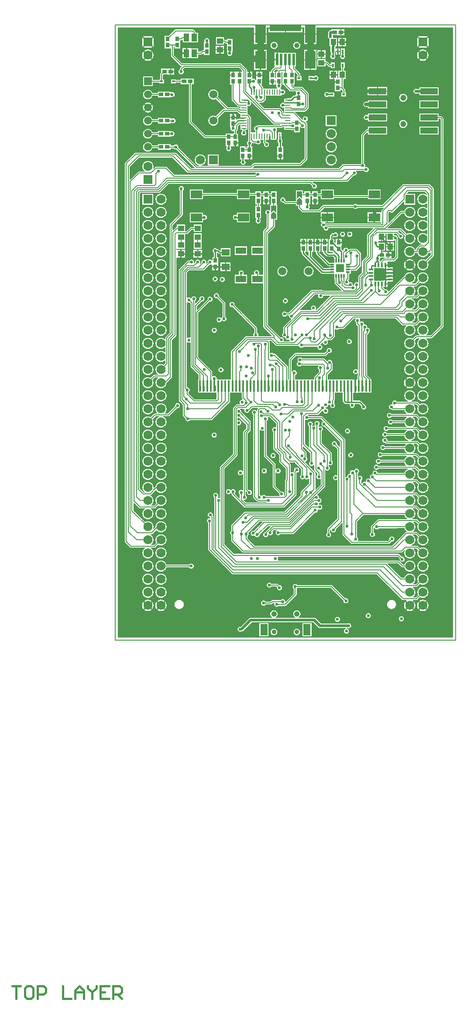
<source format=gtl>
G04 Layer_Physical_Order=1*
G04 Layer_Color=255*
%FSLAX43Y43*%
%MOMM*%
G71*
G01*
G75*
%ADD10R,0.450X0.850*%
%ADD11R,0.850X0.450*%
%ADD12R,0.762X0.940*%
%ADD13R,6.200X1.200*%
%ADD14R,2.000X3.500*%
%ADD15R,0.508X2.300*%
%ADD16R,0.940X0.762*%
%ADD17R,1.200X1.100*%
%ADD18R,0.600X0.450*%
%ADD19R,1.100X1.200*%
%ADD20R,1.100X1.500*%
%ADD21R,1.016X0.813*%
%ADD22R,0.406X0.762*%
%ADD23R,2.160X1.520*%
%ADD24R,3.400X1.200*%
%ADD25R,1.524X1.270*%
%ADD26R,2.000X1.300*%
%ADD27R,1.000X0.200*%
%ADD28R,0.200X1.000*%
%ADD29R,0.400X2.200*%
%ADD30R,1.500X1.500*%
%ADD31R,0.300X0.800*%
%ADD32R,0.800X0.300*%
%ADD33C,0.250*%
%ADD34C,0.165*%
%ADD35C,0.500*%
%ADD36C,0.635*%
%ADD37C,0.150*%
%ADD38C,0.210*%
%ADD39C,1.270*%
%ADD40C,0.400*%
%ADD41C,0.127*%
%ADD42R,1.778X1.778*%
%ADD43C,1.778*%
%ADD44C,1.000*%
%ADD45C,1.575*%
%ADD46C,1.500*%
%ADD47R,1.500X1.500*%
%ADD48C,1.168*%
%ADD49R,1.778X1.778*%
%ADD50C,1.050*%
%ADD51C,0.900*%
%ADD52C,0.900*%
%ADD53R,1.400X2.200*%
%ADD54C,0.600*%
G36*
X65490Y510D02*
X510D01*
Y118790D01*
X26937D01*
Y117630D01*
X28147D01*
X29357D01*
Y118790D01*
X29690D01*
Y118780D01*
X36310D01*
Y118790D01*
X36637D01*
Y117630D01*
X37847D01*
X39057D01*
Y118790D01*
X65490D01*
Y510D01*
D02*
G37*
%LPC*%
G36*
X53850Y69820D02*
X53320D01*
Y69729D01*
X53110D01*
Y69820D01*
X52580D01*
Y69735D01*
X52495D01*
Y69205D01*
X52825D01*
Y69490D01*
X53110D01*
Y69533D01*
X53320D01*
Y69490D01*
X53850D01*
Y69820D01*
D02*
G37*
G36*
Y70470D02*
X52580D01*
Y70140D01*
Y70030D01*
X53850D01*
Y70140D01*
Y70470D01*
D02*
G37*
G36*
X32429Y72481D02*
X32177Y72448D01*
X31941Y72350D01*
X31739Y72195D01*
X31584Y71993D01*
X31487Y71758D01*
X31453Y71505D01*
X31487Y71252D01*
X31584Y71017D01*
X31739Y70815D01*
X31941Y70660D01*
X32177Y70562D01*
X32429Y70529D01*
X32682Y70562D01*
X32917Y70660D01*
X33119Y70815D01*
X33274Y71017D01*
X33372Y71252D01*
X33405Y71505D01*
X33372Y71758D01*
X33274Y71993D01*
X33119Y72195D01*
X32917Y72350D01*
X32682Y72448D01*
X32429Y72481D01*
D02*
G37*
G36*
X19375Y70499D02*
X19188Y70461D01*
X19029Y70355D01*
X18923Y70196D01*
X18886Y70009D01*
X18923Y69822D01*
X19029Y69663D01*
X19188Y69557D01*
X19375Y69520D01*
X19562Y69557D01*
X19721Y69663D01*
X19827Y69822D01*
X19864Y70009D01*
X19827Y70196D01*
X19721Y70355D01*
X19562Y70461D01*
X19375Y70499D01*
D02*
G37*
G36*
X24427Y71682D02*
X24240Y71645D01*
X24081Y71539D01*
X23975Y71380D01*
X23938Y71192D01*
X23975Y71005D01*
X24008Y70957D01*
X23956Y70860D01*
X23235D01*
Y69200D01*
X25595D01*
Y70860D01*
X24899D01*
X24847Y70957D01*
X24880Y71005D01*
X24917Y71192D01*
X24880Y71380D01*
X24774Y71539D01*
X24615Y71645D01*
X24427Y71682D01*
D02*
G37*
G36*
X20776Y70412D02*
X20589Y70375D01*
X20430Y70269D01*
X20324Y70110D01*
X20287Y69923D01*
X20324Y69735D01*
X20430Y69576D01*
X20589Y69470D01*
X20776Y69433D01*
X20964Y69470D01*
X21122Y69576D01*
X21228Y69735D01*
X21266Y69923D01*
X21228Y70110D01*
X21122Y70269D01*
X20964Y70375D01*
X20776Y70412D01*
D02*
G37*
G36*
X8870Y71318D02*
X8591Y71281D01*
X8331Y71174D01*
X8108Y71002D01*
X7936Y70779D01*
X7829Y70519D01*
X7792Y70240D01*
X7829Y69961D01*
X7936Y69701D01*
X8108Y69478D01*
X8331Y69306D01*
X8591Y69199D01*
X8870Y69162D01*
X9149Y69199D01*
X9409Y69306D01*
X9632Y69478D01*
X9804Y69701D01*
X9911Y69961D01*
X9948Y70240D01*
X9911Y70519D01*
X9804Y70779D01*
X9632Y71002D01*
X9409Y71174D01*
X9149Y71281D01*
X8870Y71318D01*
D02*
G37*
G36*
X37509Y72481D02*
X37257Y72448D01*
X37021Y72350D01*
X36819Y72195D01*
X36664Y71993D01*
X36567Y71758D01*
X36533Y71505D01*
X36567Y71252D01*
X36664Y71017D01*
X36819Y70815D01*
X37021Y70660D01*
X37257Y70562D01*
X37509Y70529D01*
X37762Y70562D01*
X37997Y70660D01*
X38199Y70815D01*
X38354Y71017D01*
X38452Y71252D01*
X38485Y71505D01*
X38452Y71758D01*
X38354Y71993D01*
X38199Y72195D01*
X37997Y72350D01*
X37762Y72448D01*
X37509Y72481D01*
D02*
G37*
G36*
X57130Y72632D02*
X56430Y71932D01*
X56576Y71820D01*
X56843Y71709D01*
X57130Y71672D01*
X57417Y71709D01*
X57684Y71820D01*
X57830Y71932D01*
X57130Y72632D01*
D02*
G37*
G36*
X6330Y73858D02*
X6051Y73821D01*
X5791Y73714D01*
X5568Y73542D01*
X5396Y73319D01*
X5289Y73059D01*
X5252Y72780D01*
X5289Y72501D01*
X5396Y72241D01*
X5568Y72018D01*
X5791Y71846D01*
X6051Y71739D01*
X6330Y71702D01*
X6609Y71739D01*
X6869Y71846D01*
X7092Y72018D01*
X7264Y72241D01*
X7371Y72501D01*
X7408Y72780D01*
X7371Y73059D01*
X7264Y73319D01*
X7092Y73542D01*
X6869Y73714D01*
X6609Y73821D01*
X6330Y73858D01*
D02*
G37*
G36*
X8870D02*
X8591Y73821D01*
X8331Y73714D01*
X8108Y73542D01*
X7936Y73319D01*
X7829Y73059D01*
X7792Y72780D01*
X7829Y72501D01*
X7936Y72241D01*
X8108Y72018D01*
X8331Y71846D01*
X8591Y71739D01*
X8870Y71702D01*
X9149Y71739D01*
X9409Y71846D01*
X9632Y72018D01*
X9804Y72241D01*
X9911Y72501D01*
X9948Y72780D01*
X9911Y73059D01*
X9804Y73319D01*
X9632Y73542D01*
X9409Y73714D01*
X9149Y73821D01*
X8870Y73858D01*
D02*
G37*
G36*
X22372Y72298D02*
X21505D01*
Y71558D01*
X22372D01*
Y72298D01*
D02*
G37*
G36*
X53850Y71120D02*
X52580D01*
Y70790D01*
Y70680D01*
X53850D01*
Y70790D01*
Y71120D01*
D02*
G37*
G36*
Y71770D02*
X52580D01*
Y71440D01*
Y71330D01*
X53850D01*
Y71440D01*
Y71770D01*
D02*
G37*
G36*
X21295Y72298D02*
X20428D01*
Y71558D01*
X21295D01*
Y72298D01*
D02*
G37*
G36*
X6330Y71318D02*
X6051Y71281D01*
X5791Y71174D01*
X5568Y71002D01*
X5396Y70779D01*
X5289Y70519D01*
X5252Y70240D01*
X5289Y69961D01*
X5396Y69701D01*
X5568Y69478D01*
X5791Y69306D01*
X6051Y69199D01*
X6330Y69162D01*
X6609Y69199D01*
X6869Y69306D01*
X7092Y69478D01*
X7264Y69701D01*
X7371Y69961D01*
X7408Y70240D01*
X7371Y70519D01*
X7264Y70779D01*
X7092Y71002D01*
X6869Y71174D01*
X6609Y71281D01*
X6330Y71318D01*
D02*
G37*
G36*
X62740Y102135D02*
X58980D01*
Y100575D01*
X62740D01*
Y101087D01*
X63034D01*
X63132Y100989D01*
Y61011D01*
X61189Y59068D01*
X60287D01*
X60250Y59178D01*
X60432Y59318D01*
X60604Y59541D01*
X60711Y59801D01*
X60748Y60080D01*
X60711Y60359D01*
X60604Y60619D01*
X60432Y60842D01*
X60209Y61014D01*
X59949Y61121D01*
X59670Y61158D01*
X59391Y61121D01*
X59131Y61014D01*
X58908Y60842D01*
X58736Y60619D01*
X58629Y60359D01*
X58592Y60080D01*
X58629Y59801D01*
X58736Y59541D01*
X58908Y59318D01*
X59090Y59178D01*
X59053Y59068D01*
X58390D01*
X58288Y59047D01*
X58201Y58989D01*
X57678Y58467D01*
X57669Y58474D01*
X57409Y58581D01*
X57130Y58618D01*
X56851Y58581D01*
X56591Y58474D01*
X56368Y58302D01*
X56196Y58079D01*
X56089Y57819D01*
X56052Y57540D01*
X56089Y57261D01*
X56196Y57001D01*
X56368Y56778D01*
X56591Y56606D01*
X56851Y56499D01*
X57130Y56462D01*
X57409Y56499D01*
X57669Y56606D01*
X57892Y56778D01*
X58064Y57001D01*
X58171Y57261D01*
X58208Y57540D01*
X58171Y57819D01*
X58064Y58079D01*
X58057Y58088D01*
X58501Y58532D01*
X59026D01*
X59064Y58422D01*
X58908Y58302D01*
X58736Y58079D01*
X58629Y57819D01*
X58592Y57540D01*
X58629Y57261D01*
X58736Y57001D01*
X58908Y56778D01*
X59131Y56606D01*
X59391Y56499D01*
X59670Y56462D01*
X59949Y56499D01*
X60209Y56606D01*
X60432Y56778D01*
X60604Y57001D01*
X60711Y57261D01*
X60748Y57540D01*
X60711Y57819D01*
X60604Y58079D01*
X60432Y58302D01*
X60276Y58422D01*
X60314Y58532D01*
X61300D01*
X61402Y58553D01*
X61489Y58611D01*
X63589Y60711D01*
X63647Y60798D01*
X63668Y60900D01*
Y101100D01*
X63668Y101100D01*
X63647Y101202D01*
X63589Y101289D01*
X63589Y101289D01*
X63334Y101544D01*
X63334Y101544D01*
X63247Y101602D01*
X63145Y101623D01*
X62740D01*
Y102135D01*
D02*
G37*
G36*
X19211Y60558D02*
X19024Y60521D01*
X18865Y60415D01*
X18759Y60256D01*
X18722Y60069D01*
X18759Y59881D01*
X18865Y59723D01*
X19024Y59616D01*
X19211Y59579D01*
X19398Y59616D01*
X19557Y59723D01*
X19663Y59881D01*
X19701Y60069D01*
X19663Y60256D01*
X19557Y60415D01*
X19398Y60521D01*
X19211Y60558D01*
D02*
G37*
G36*
X6330Y63698D02*
X6051Y63661D01*
X5791Y63554D01*
X5568Y63382D01*
X5396Y63159D01*
X5289Y62899D01*
X5252Y62620D01*
X5289Y62341D01*
X5396Y62081D01*
X5568Y61858D01*
X5791Y61686D01*
X6051Y61579D01*
X6330Y61542D01*
X6609Y61579D01*
X6869Y61686D01*
X7092Y61858D01*
X7264Y62081D01*
X7371Y62341D01*
X7408Y62620D01*
X7371Y62899D01*
X7264Y63159D01*
X7092Y63382D01*
X6869Y63554D01*
X6609Y63661D01*
X6330Y63698D01*
D02*
G37*
G36*
X8870Y61158D02*
X8591Y61121D01*
X8331Y61014D01*
X8108Y60842D01*
X7936Y60619D01*
X7829Y60359D01*
X7792Y60080D01*
X7829Y59801D01*
X7936Y59541D01*
X8108Y59318D01*
X8331Y59146D01*
X8591Y59039D01*
X8870Y59002D01*
X9149Y59039D01*
X9409Y59146D01*
X9632Y59318D01*
X9804Y59541D01*
X9911Y59801D01*
X9948Y60080D01*
X9911Y60359D01*
X9804Y60619D01*
X9632Y60842D01*
X9409Y61014D01*
X9149Y61121D01*
X8870Y61158D01*
D02*
G37*
G36*
X6330Y58618D02*
X6051Y58581D01*
X5791Y58474D01*
X5568Y58302D01*
X5396Y58079D01*
X5289Y57819D01*
X5252Y57540D01*
X5289Y57261D01*
X5396Y57001D01*
X5568Y56778D01*
X5791Y56606D01*
X6051Y56499D01*
X6330Y56462D01*
X6609Y56499D01*
X6869Y56606D01*
X7092Y56778D01*
X7264Y57001D01*
X7371Y57261D01*
X7408Y57540D01*
X7371Y57819D01*
X7264Y58079D01*
X7092Y58302D01*
X6869Y58474D01*
X6609Y58581D01*
X6330Y58618D01*
D02*
G37*
G36*
X45400Y58382D02*
X45213Y58345D01*
X45054Y58239D01*
X44948Y58080D01*
X44911Y57893D01*
X44948Y57705D01*
X45054Y57546D01*
X45213Y57440D01*
X45400Y57403D01*
X45587Y57440D01*
X45746Y57546D01*
X45852Y57705D01*
X45889Y57893D01*
X45852Y58080D01*
X45746Y58239D01*
X45587Y58345D01*
X45400Y58382D01*
D02*
G37*
G36*
X6330Y61158D02*
X6051Y61121D01*
X5791Y61014D01*
X5568Y60842D01*
X5396Y60619D01*
X5289Y60359D01*
X5252Y60080D01*
X5289Y59801D01*
X5396Y59541D01*
X5568Y59318D01*
X5791Y59146D01*
X6051Y59039D01*
X6330Y59002D01*
X6609Y59039D01*
X6869Y59146D01*
X7092Y59318D01*
X7264Y59541D01*
X7371Y59801D01*
X7408Y60080D01*
X7371Y60359D01*
X7264Y60619D01*
X7092Y60842D01*
X6869Y61014D01*
X6609Y61121D01*
X6330Y61158D01*
D02*
G37*
G36*
X8870Y63698D02*
X8591Y63661D01*
X8331Y63554D01*
X8108Y63382D01*
X7936Y63159D01*
X7829Y62899D01*
X7792Y62620D01*
X7829Y62341D01*
X7936Y62081D01*
X8108Y61858D01*
X8331Y61686D01*
X8591Y61579D01*
X8870Y61542D01*
X9149Y61579D01*
X9409Y61686D01*
X9632Y61858D01*
X9804Y62081D01*
X9911Y62341D01*
X9948Y62620D01*
X9911Y62899D01*
X9804Y63159D01*
X9632Y63382D01*
X9409Y63554D01*
X9149Y63661D01*
X8870Y63698D01*
D02*
G37*
G36*
X6330Y68778D02*
X6051Y68741D01*
X5791Y68634D01*
X5568Y68462D01*
X5396Y68239D01*
X5289Y67979D01*
X5252Y67700D01*
X5289Y67421D01*
X5396Y67161D01*
X5568Y66938D01*
X5791Y66766D01*
X6051Y66659D01*
X6330Y66622D01*
X6609Y66659D01*
X6869Y66766D01*
X7092Y66938D01*
X7264Y67161D01*
X7371Y67421D01*
X7408Y67700D01*
X7371Y67979D01*
X7264Y68239D01*
X7092Y68462D01*
X6869Y68634D01*
X6609Y68741D01*
X6330Y68778D01*
D02*
G37*
G36*
X8870D02*
X8591Y68741D01*
X8331Y68634D01*
X8108Y68462D01*
X7936Y68239D01*
X7829Y67979D01*
X7792Y67700D01*
X7829Y67421D01*
X7936Y67161D01*
X8108Y66938D01*
X8331Y66766D01*
X8591Y66659D01*
X8870Y66622D01*
X9149Y66659D01*
X9409Y66766D01*
X9632Y66938D01*
X9804Y67161D01*
X9911Y67421D01*
X9948Y67700D01*
X9911Y67979D01*
X9804Y68239D01*
X9632Y68462D01*
X9409Y68634D01*
X9149Y68741D01*
X8870Y68778D01*
D02*
G37*
G36*
X52825Y68995D02*
X52495D01*
Y68465D01*
X52825D01*
Y68995D01*
D02*
G37*
G36*
X33000Y66284D02*
X32813Y66247D01*
X32654Y66141D01*
X32548Y65982D01*
X32511Y65795D01*
X32548Y65608D01*
X32654Y65449D01*
X32813Y65343D01*
X33000Y65306D01*
X33187Y65343D01*
X33346Y65449D01*
X33452Y65608D01*
X33489Y65795D01*
X33452Y65982D01*
X33346Y66141D01*
X33187Y66247D01*
X33000Y66284D01*
D02*
G37*
G36*
X19615Y67269D02*
X19428Y67232D01*
X19269Y67126D01*
X19163Y66967D01*
X19126Y66780D01*
X19163Y66592D01*
X19269Y66434D01*
X19428Y66328D01*
X19615Y66290D01*
X19756Y66318D01*
X20826Y65248D01*
Y62701D01*
X20748Y62649D01*
X20642Y62490D01*
X20637Y62465D01*
X20529Y62444D01*
X20519Y62458D01*
X20360Y62564D01*
X20173Y62601D01*
X19986Y62564D01*
X19827Y62458D01*
X19721Y62299D01*
X19684Y62112D01*
X19721Y61925D01*
X19827Y61766D01*
X19986Y61660D01*
X20173Y61623D01*
X20360Y61660D01*
X20519Y61766D01*
X20625Y61925D01*
X20630Y61950D01*
X20738Y61971D01*
X20748Y61956D01*
X20906Y61850D01*
X21094Y61813D01*
X21281Y61850D01*
X21440Y61956D01*
X21546Y62115D01*
X21583Y62303D01*
X21546Y62490D01*
X21440Y62649D01*
X21361Y62701D01*
Y65359D01*
X21361Y65359D01*
X21341Y65461D01*
X21283Y65548D01*
X20096Y66735D01*
X20104Y66780D01*
X20067Y66967D01*
X19961Y67126D01*
X19802Y67232D01*
X19615Y67269D01*
D02*
G37*
G36*
X6330Y66238D02*
X6051Y66201D01*
X5791Y66094D01*
X5568Y65922D01*
X5396Y65699D01*
X5289Y65439D01*
X5252Y65160D01*
X5289Y64881D01*
X5396Y64621D01*
X5568Y64398D01*
X5791Y64226D01*
X6051Y64119D01*
X6330Y64082D01*
X6609Y64119D01*
X6869Y64226D01*
X7092Y64398D01*
X7264Y64621D01*
X7371Y64881D01*
X7408Y65160D01*
X7371Y65439D01*
X7264Y65699D01*
X7092Y65922D01*
X6869Y66094D01*
X6609Y66201D01*
X6330Y66238D01*
D02*
G37*
G36*
X8870D02*
X8591Y66201D01*
X8331Y66094D01*
X8108Y65922D01*
X7936Y65699D01*
X7829Y65439D01*
X7792Y65160D01*
X7829Y64881D01*
X7936Y64621D01*
X8108Y64398D01*
X8331Y64226D01*
X8591Y64119D01*
X8870Y64082D01*
X9149Y64119D01*
X9409Y64226D01*
X9632Y64398D01*
X9804Y64621D01*
X9911Y64881D01*
X9948Y65160D01*
X9911Y65439D01*
X9804Y65699D01*
X9632Y65922D01*
X9409Y66094D01*
X9149Y66201D01*
X8870Y66238D01*
D02*
G37*
G36*
X19301Y72320D02*
X18815D01*
Y71745D01*
X19301D01*
Y72320D01*
D02*
G37*
G36*
X40495Y77780D02*
X40009D01*
Y77205D01*
X40495D01*
Y77780D01*
D02*
G37*
G36*
X41191D02*
X40705D01*
Y77205D01*
X41191D01*
Y77780D01*
D02*
G37*
G36*
X37742D02*
X37256D01*
Y77205D01*
X37742D01*
Y77780D01*
D02*
G37*
G36*
X43901Y77773D02*
X43415D01*
Y77198D01*
X43901D01*
Y77773D01*
D02*
G37*
G36*
X16780Y78880D02*
X15220D01*
Y77420D01*
X15220D01*
Y77330D01*
X15220D01*
Y75870D01*
X16780D01*
Y77330D01*
X16780D01*
Y77420D01*
X16780D01*
Y78880D01*
D02*
G37*
G36*
X6330Y78938D02*
X6051Y78901D01*
X5791Y78794D01*
X5568Y78622D01*
X5396Y78399D01*
X5289Y78139D01*
X5252Y77860D01*
X5289Y77581D01*
X5396Y77321D01*
X5568Y77098D01*
X5791Y76926D01*
X6051Y76819D01*
X6330Y76782D01*
X6609Y76819D01*
X6869Y76926D01*
X7092Y77098D01*
X7264Y77321D01*
X7371Y77581D01*
X7408Y77860D01*
X7371Y78139D01*
X7264Y78399D01*
X7092Y78622D01*
X6869Y78794D01*
X6609Y78901D01*
X6330Y78938D01*
D02*
G37*
G36*
X8870D02*
X8591Y78901D01*
X8331Y78794D01*
X8108Y78622D01*
X7936Y78399D01*
X7829Y78139D01*
X7792Y77860D01*
X7829Y77581D01*
X7936Y77321D01*
X8108Y77098D01*
X8331Y76926D01*
X8591Y76819D01*
X8870Y76782D01*
X9149Y76819D01*
X9409Y76926D01*
X9632Y77098D01*
X9804Y77321D01*
X9911Y77581D01*
X9948Y77860D01*
X9911Y78139D01*
X9804Y78399D01*
X9632Y78622D01*
X9409Y78794D01*
X9149Y78901D01*
X8870Y78938D01*
D02*
G37*
G36*
X39145Y77780D02*
X38659D01*
Y77205D01*
X39145D01*
Y77780D01*
D02*
G37*
G36*
X44110Y79189D02*
X43923Y79152D01*
X43764Y79046D01*
X43658Y78887D01*
X43621Y78700D01*
X43658Y78513D01*
X43764Y78354D01*
X43923Y78248D01*
X44110Y78211D01*
X44298Y78248D01*
X44456Y78354D01*
X44563Y78513D01*
X44600Y78700D01*
X44563Y78887D01*
X44456Y79046D01*
X44298Y79152D01*
X44110Y79189D01*
D02*
G37*
G36*
X45500D02*
X45313Y79152D01*
X45154Y79046D01*
X45048Y78887D01*
X45011Y78700D01*
X45048Y78513D01*
X45154Y78354D01*
X45313Y78248D01*
X45500Y78211D01*
X45687Y78248D01*
X45846Y78354D01*
X45952Y78513D01*
X45989Y78700D01*
X45952Y78887D01*
X45846Y79046D01*
X45687Y79152D01*
X45500Y79189D01*
D02*
G37*
G36*
X12818Y88054D02*
X12630Y88017D01*
X12472Y87911D01*
X12365Y87752D01*
X12328Y87565D01*
X12365Y87378D01*
X12472Y87219D01*
X12550Y87167D01*
Y82628D01*
X10661Y80739D01*
X10603Y80652D01*
X10582Y80550D01*
Y59611D01*
X9821Y58849D01*
X9763Y58762D01*
X9742Y58660D01*
Y58330D01*
X9638Y58295D01*
X9632Y58302D01*
X9409Y58474D01*
X9149Y58581D01*
X8870Y58618D01*
X8591Y58581D01*
X8331Y58474D01*
X8108Y58302D01*
X7936Y58079D01*
X7829Y57819D01*
X7792Y57540D01*
X7829Y57261D01*
X7936Y57001D01*
X8108Y56778D01*
X8331Y56606D01*
X8591Y56499D01*
X8870Y56462D01*
X9149Y56499D01*
X9409Y56606D01*
X9632Y56778D01*
X9638Y56785D01*
X9742Y56750D01*
Y55790D01*
X9638Y55755D01*
X9632Y55762D01*
X9409Y55934D01*
X9149Y56041D01*
X8870Y56078D01*
X8591Y56041D01*
X8331Y55934D01*
X8108Y55762D01*
X7936Y55539D01*
X7829Y55279D01*
X7792Y55000D01*
X7829Y54721D01*
X7936Y54461D01*
X8108Y54238D01*
X8331Y54066D01*
X8591Y53959D01*
X8870Y53922D01*
X9149Y53959D01*
X9409Y54066D01*
X9632Y54238D01*
X9638Y54245D01*
X9742Y54210D01*
Y53711D01*
X9418Y53387D01*
X9409Y53394D01*
X9149Y53501D01*
X8870Y53538D01*
X8591Y53501D01*
X8331Y53394D01*
X8108Y53222D01*
X7936Y52999D01*
X7829Y52739D01*
X7792Y52460D01*
X7829Y52181D01*
X7936Y51921D01*
X8108Y51698D01*
X8264Y51578D01*
X8226Y51468D01*
X7610D01*
X7610Y51468D01*
X7508Y51447D01*
X7421Y51389D01*
X7421Y51389D01*
X6878Y50847D01*
X6869Y50854D01*
X6609Y50961D01*
X6330Y50998D01*
X6051Y50961D01*
X5791Y50854D01*
X5568Y50682D01*
X5396Y50459D01*
X5289Y50199D01*
X5252Y49920D01*
X5289Y49641D01*
X5396Y49381D01*
X5568Y49158D01*
X5791Y48986D01*
X6051Y48879D01*
X6330Y48842D01*
X6609Y48879D01*
X6869Y48986D01*
X7092Y49158D01*
X7264Y49381D01*
X7371Y49641D01*
X7408Y49920D01*
X7371Y50199D01*
X7264Y50459D01*
X7257Y50468D01*
X7721Y50932D01*
X8253D01*
X8290Y50822D01*
X8108Y50682D01*
X7936Y50459D01*
X7829Y50199D01*
X7792Y49920D01*
X7829Y49641D01*
X7936Y49381D01*
X8108Y49158D01*
X8331Y48986D01*
X8591Y48879D01*
X8870Y48842D01*
X9149Y48879D01*
X9409Y48986D01*
X9632Y49158D01*
X9804Y49381D01*
X9911Y49641D01*
X9941Y49862D01*
X10889Y50811D01*
X10889Y50811D01*
X10947Y50898D01*
X10968Y51000D01*
Y58139D01*
X11789Y58961D01*
X11789Y58961D01*
X11847Y59048D01*
X11868Y59150D01*
X11868Y59150D01*
Y74060D01*
X11940Y74140D01*
X11978Y74140D01*
X12645D01*
Y74900D01*
Y75660D01*
X11978D01*
X11940Y75660D01*
X11868Y75740D01*
Y75851D01*
X11970Y75870D01*
Y75870D01*
X13530D01*
Y77330D01*
X13530D01*
Y77420D01*
X13530D01*
Y78732D01*
X13900D01*
X14002Y78753D01*
X14089Y78811D01*
X14861Y79582D01*
X15220D01*
Y79120D01*
X16780D01*
Y80580D01*
X15220D01*
Y80118D01*
X14750D01*
X14750Y80118D01*
X14648Y80097D01*
X14561Y80039D01*
X13789Y79268D01*
X13530D01*
Y80580D01*
X11970D01*
Y80118D01*
X11950D01*
X11848Y80097D01*
X11761Y80039D01*
X11219Y79498D01*
X11118Y79540D01*
Y80439D01*
X13007Y82328D01*
X13065Y82415D01*
X13085Y82518D01*
X13085Y82518D01*
Y87167D01*
X13164Y87219D01*
X13270Y87378D01*
X13307Y87565D01*
X13270Y87752D01*
X13164Y87911D01*
X13005Y88017D01*
X12818Y88054D01*
D02*
G37*
G36*
X37091Y77780D02*
X36605D01*
Y77205D01*
X37091D01*
Y77780D01*
D02*
G37*
G36*
X38438D02*
X37952D01*
Y77205D01*
X38438D01*
Y77780D01*
D02*
G37*
G36*
X39841D02*
X39355D01*
Y77205D01*
X39841D01*
Y77780D01*
D02*
G37*
G36*
X36395D02*
X35909D01*
Y77205D01*
X36395D01*
Y77780D01*
D02*
G37*
G36*
X16810Y75660D02*
X16105D01*
Y75005D01*
X16810D01*
Y75660D01*
D02*
G37*
G36*
X21295Y73248D02*
X20428D01*
Y72508D01*
X21295D01*
Y73248D01*
D02*
G37*
G36*
X22372D02*
X21505D01*
Y72508D01*
X22372D01*
Y73248D01*
D02*
G37*
G36*
X57130Y73888D02*
X56843Y73851D01*
X56576Y73740D01*
X56430Y73628D01*
X57130Y72928D01*
X57830Y73628D01*
X57684Y73740D01*
X57417Y73851D01*
X57130Y73888D01*
D02*
G37*
G36*
X56282Y73480D02*
X56170Y73334D01*
X56059Y73067D01*
X56022Y72780D01*
X56059Y72493D01*
X56170Y72226D01*
X56282Y72080D01*
X56981Y72780D01*
X56282Y73480D01*
D02*
G37*
G36*
X19997Y72320D02*
X19511D01*
Y71745D01*
X19997D01*
Y72320D01*
D02*
G37*
G36*
X52825Y72595D02*
X52495D01*
Y72065D01*
X52580D01*
Y71980D01*
X53110D01*
Y72019D01*
X53320D01*
Y71980D01*
X53850D01*
Y72310D01*
X53320D01*
Y72217D01*
X53110D01*
Y72310D01*
X52825D01*
Y72595D01*
D02*
G37*
G36*
X57978Y73480D02*
X57278Y72780D01*
X57978Y72080D01*
X58090Y72226D01*
X58201Y72493D01*
X58238Y72780D01*
X58201Y73067D01*
X58090Y73334D01*
X57978Y73480D01*
D02*
G37*
G36*
X13560Y74795D02*
X12855D01*
Y74140D01*
X13560D01*
Y74795D01*
D02*
G37*
G36*
X25595Y76360D02*
X23235D01*
Y74700D01*
X25595D01*
Y76360D01*
D02*
G37*
G36*
X12855Y75660D02*
Y75005D01*
X13560D01*
Y75660D01*
X12855D01*
D02*
G37*
G36*
X15895D02*
X15190D01*
Y75005D01*
X15895D01*
Y75660D01*
D02*
G37*
G36*
X8870Y76398D02*
X8591Y76361D01*
X8331Y76254D01*
X8108Y76082D01*
X7936Y75859D01*
X7829Y75599D01*
X7792Y75320D01*
X7829Y75041D01*
X7936Y74781D01*
X8108Y74558D01*
X8331Y74386D01*
X8591Y74279D01*
X8870Y74242D01*
X9149Y74279D01*
X9409Y74386D01*
X9632Y74558D01*
X9804Y74781D01*
X9911Y75041D01*
X9948Y75320D01*
X9911Y75599D01*
X9804Y75859D01*
X9632Y76082D01*
X9409Y76254D01*
X9149Y76361D01*
X8870Y76398D01*
D02*
G37*
G36*
X15895Y74795D02*
X15190D01*
Y74140D01*
X15895D01*
Y74795D01*
D02*
G37*
G36*
X16810D02*
X16105D01*
Y74140D01*
X16810D01*
Y74795D01*
D02*
G37*
G36*
X6330Y76398D02*
X6051Y76361D01*
X5791Y76254D01*
X5568Y76082D01*
X5396Y75859D01*
X5289Y75599D01*
X5252Y75320D01*
X5289Y75041D01*
X5396Y74781D01*
X5568Y74558D01*
X5791Y74386D01*
X6051Y74279D01*
X6330Y74242D01*
X6609Y74279D01*
X6869Y74386D01*
X7092Y74558D01*
X7264Y74781D01*
X7371Y75041D01*
X7408Y75320D01*
X7371Y75599D01*
X7264Y75859D01*
X7092Y76082D01*
X6869Y76254D01*
X6609Y76361D01*
X6330Y76398D01*
D02*
G37*
G36*
X59670Y56078D02*
X59391Y56041D01*
X59131Y55934D01*
X58908Y55762D01*
X58736Y55539D01*
X58629Y55279D01*
X58592Y55000D01*
X58629Y54721D01*
X58736Y54461D01*
X58908Y54238D01*
X59131Y54066D01*
X59391Y53959D01*
X59670Y53922D01*
X59949Y53959D01*
X60209Y54066D01*
X60432Y54238D01*
X60604Y54461D01*
X60711Y54721D01*
X60748Y55000D01*
X60711Y55279D01*
X60604Y55539D01*
X60432Y55762D01*
X60209Y55934D01*
X59949Y56041D01*
X59670Y56078D01*
D02*
G37*
G36*
X12400Y7818D02*
X12170Y7787D01*
X11956Y7699D01*
X11772Y7558D01*
X11631Y7374D01*
X11543Y7160D01*
X11512Y6930D01*
X11543Y6700D01*
X11631Y6486D01*
X11772Y6302D01*
X11956Y6161D01*
X12170Y6073D01*
X12400Y6042D01*
X12630Y6073D01*
X12844Y6161D01*
X13028Y6302D01*
X13169Y6486D01*
X13257Y6700D01*
X13288Y6930D01*
X13257Y7160D01*
X13169Y7374D01*
X13028Y7558D01*
X12844Y7699D01*
X12630Y7787D01*
X12400Y7818D01*
D02*
G37*
G36*
X53600D02*
X53370Y7787D01*
X53156Y7699D01*
X52972Y7558D01*
X52831Y7374D01*
X52743Y7160D01*
X52712Y6930D01*
X52743Y6700D01*
X52831Y6486D01*
X52972Y6302D01*
X53156Y6161D01*
X53370Y6073D01*
X53600Y6042D01*
X53830Y6073D01*
X54044Y6161D01*
X54228Y6302D01*
X54369Y6486D01*
X54457Y6700D01*
X54488Y6930D01*
X54457Y7160D01*
X54369Y7374D01*
X54228Y7558D01*
X54044Y7699D01*
X53830Y7787D01*
X53600Y7818D01*
D02*
G37*
G36*
X6330Y7848D02*
X6043Y7811D01*
X5776Y7700D01*
X5630Y7588D01*
X6330Y6888D01*
X7030Y7588D01*
X6884Y7700D01*
X6617Y7811D01*
X6330Y7848D01*
D02*
G37*
G36*
X58822Y7440D02*
X58710Y7294D01*
X58599Y7027D01*
X58562Y6740D01*
X58599Y6453D01*
X58710Y6186D01*
X58822Y6040D01*
X59521Y6740D01*
X58822Y7440D01*
D02*
G37*
G36*
X5482D02*
X5370Y7294D01*
X5259Y7027D01*
X5222Y6740D01*
X5259Y6453D01*
X5370Y6186D01*
X5482Y6040D01*
X6181Y6740D01*
X5482Y7440D01*
D02*
G37*
G36*
X8022D02*
X7910Y7294D01*
X7799Y7027D01*
X7762Y6740D01*
X7799Y6453D01*
X7910Y6186D01*
X8022Y6040D01*
X8721Y6740D01*
X8022Y7440D01*
D02*
G37*
G36*
X56282D02*
X56170Y7294D01*
X56059Y7027D01*
X56022Y6740D01*
X56059Y6453D01*
X56170Y6186D01*
X56282Y6040D01*
X56981Y6740D01*
X56282Y7440D01*
D02*
G37*
G36*
X8870Y7848D02*
X8583Y7811D01*
X8316Y7700D01*
X8170Y7588D01*
X8870Y6888D01*
X9570Y7588D01*
X9424Y7700D01*
X9157Y7811D01*
X8870Y7848D01*
D02*
G37*
G36*
X29900Y11157D02*
X29713Y11120D01*
X29554Y11014D01*
X29448Y10855D01*
X29411Y10668D01*
X29448Y10480D01*
X29554Y10322D01*
X29713Y10216D01*
X29900Y10178D01*
X30087Y10216D01*
X30246Y10322D01*
X30298Y10400D01*
X31255D01*
X31394Y10261D01*
X31376Y10168D01*
X31413Y9981D01*
X31519Y9822D01*
X31678Y9716D01*
X31865Y9679D01*
X32052Y9716D01*
X32211Y9822D01*
X32317Y9981D01*
X32354Y10168D01*
X32317Y10356D01*
X32211Y10515D01*
X32052Y10621D01*
X31865Y10658D01*
X31773Y10639D01*
X31555Y10857D01*
X31468Y10915D01*
X31366Y10935D01*
X30298D01*
X30246Y11014D01*
X30087Y11120D01*
X29900Y11157D01*
D02*
G37*
G36*
X6330Y12898D02*
X6051Y12861D01*
X5791Y12754D01*
X5568Y12582D01*
X5396Y12359D01*
X5289Y12099D01*
X5252Y11820D01*
X5289Y11541D01*
X5396Y11281D01*
X5568Y11058D01*
X5791Y10886D01*
X6051Y10779D01*
X6330Y10742D01*
X6609Y10779D01*
X6869Y10886D01*
X7092Y11058D01*
X7264Y11281D01*
X7371Y11541D01*
X7408Y11820D01*
X7371Y12099D01*
X7264Y12359D01*
X7092Y12582D01*
X6869Y12754D01*
X6609Y12861D01*
X6330Y12898D01*
D02*
G37*
G36*
X8870D02*
X8591Y12861D01*
X8331Y12754D01*
X8108Y12582D01*
X7936Y12359D01*
X7829Y12099D01*
X7792Y11820D01*
X7829Y11541D01*
X7936Y11281D01*
X8108Y11058D01*
X8331Y10886D01*
X8591Y10779D01*
X8870Y10742D01*
X9149Y10779D01*
X9409Y10886D01*
X9632Y11058D01*
X9804Y11281D01*
X9911Y11541D01*
X9948Y11820D01*
X9911Y12099D01*
X9804Y12359D01*
X9632Y12582D01*
X9409Y12754D01*
X9149Y12861D01*
X8870Y12898D01*
D02*
G37*
G36*
Y10358D02*
X8591Y10321D01*
X8331Y10214D01*
X8108Y10042D01*
X7936Y9819D01*
X7829Y9559D01*
X7792Y9280D01*
X7829Y9001D01*
X7936Y8741D01*
X8108Y8518D01*
X8331Y8346D01*
X8591Y8239D01*
X8870Y8202D01*
X9149Y8239D01*
X9409Y8346D01*
X9632Y8518D01*
X9804Y8741D01*
X9911Y9001D01*
X9948Y9280D01*
X9911Y9559D01*
X9804Y9819D01*
X9632Y10042D01*
X9409Y10214D01*
X9149Y10321D01*
X8870Y10358D01*
D02*
G37*
G36*
X59670Y7848D02*
X59383Y7811D01*
X59116Y7700D01*
X58970Y7588D01*
X59670Y6888D01*
X60370Y7588D01*
X60224Y7700D01*
X59957Y7811D01*
X59670Y7848D01*
D02*
G37*
G36*
X34919Y10873D02*
X34732Y10836D01*
X34573Y10730D01*
X34467Y10571D01*
X34430Y10384D01*
X34467Y10196D01*
X34573Y10037D01*
X34652Y9985D01*
Y8994D01*
X33086Y7428D01*
X33034Y7456D01*
X32988Y7486D01*
X32952Y7667D01*
X32846Y7826D01*
X32687Y7932D01*
X32500Y7969D01*
X32313Y7932D01*
X32154Y7826D01*
X32102Y7748D01*
X30473D01*
X30371Y7727D01*
X30284Y7669D01*
X30058Y7444D01*
X29148D01*
X29096Y7522D01*
X28937Y7628D01*
X28750Y7665D01*
X28562Y7628D01*
X28404Y7522D01*
X28298Y7363D01*
X28260Y7176D01*
X28298Y6989D01*
X28404Y6830D01*
X28562Y6724D01*
X28750Y6686D01*
X28937Y6724D01*
X29096Y6830D01*
X29148Y6908D01*
X30169D01*
X30272Y6929D01*
X30359Y6987D01*
X30584Y7212D01*
X30807D01*
X30866Y7102D01*
X30834Y6938D01*
X30871Y6751D01*
X30977Y6592D01*
X31136Y6486D01*
X31323Y6449D01*
X31510Y6486D01*
X31669Y6592D01*
X31696Y6632D01*
X32936D01*
X33038Y6653D01*
X33125Y6711D01*
X35109Y8694D01*
X35109Y8694D01*
X35167Y8781D01*
X35187Y8883D01*
Y9985D01*
X35265Y10037D01*
X35318Y10116D01*
X41825D01*
X44264Y7677D01*
X44257Y7642D01*
X44294Y7454D01*
X44401Y7296D01*
X44559Y7190D01*
X44747Y7152D01*
X44934Y7190D01*
X45093Y7296D01*
X45199Y7454D01*
X45236Y7642D01*
X45199Y7829D01*
X45093Y7988D01*
X44934Y8094D01*
X44747Y8131D01*
X44596Y8101D01*
X42125Y10573D01*
X42038Y10631D01*
X41936Y10651D01*
X35318D01*
X35265Y10730D01*
X35107Y10836D01*
X34919Y10873D01*
D02*
G37*
G36*
X6330Y10358D02*
X6051Y10321D01*
X5791Y10214D01*
X5568Y10042D01*
X5396Y9819D01*
X5289Y9559D01*
X5252Y9280D01*
X5289Y9001D01*
X5396Y8741D01*
X5568Y8518D01*
X5791Y8346D01*
X6051Y8239D01*
X6330Y8202D01*
X6609Y8239D01*
X6869Y8346D01*
X7092Y8518D01*
X7264Y8741D01*
X7371Y9001D01*
X7408Y9280D01*
X7371Y9559D01*
X7264Y9819D01*
X7092Y10042D01*
X6869Y10214D01*
X6609Y10321D01*
X6330Y10358D01*
D02*
G37*
G36*
X60518Y7440D02*
X59818Y6740D01*
X60518Y6040D01*
X60630Y6186D01*
X60741Y6453D01*
X60778Y6740D01*
X60741Y7027D01*
X60630Y7294D01*
X60518Y7440D01*
D02*
G37*
G36*
X43109Y4519D02*
X42922Y4482D01*
X42763Y4376D01*
X42657Y4217D01*
X42620Y4030D01*
X42657Y3842D01*
X42763Y3684D01*
X42922Y3577D01*
X43109Y3540D01*
X43297Y3577D01*
X43455Y3684D01*
X43561Y3842D01*
X43599Y4030D01*
X43561Y4217D01*
X43455Y4376D01*
X43297Y4482D01*
X43109Y4519D01*
D02*
G37*
G36*
X55500Y4645D02*
X55313Y4608D01*
X55154Y4502D01*
X55048Y4343D01*
X55010Y4156D01*
X55048Y3968D01*
X55154Y3810D01*
X55313Y3704D01*
X55500Y3666D01*
X55687Y3704D01*
X55846Y3810D01*
X55952Y3968D01*
X55989Y4156D01*
X55952Y4343D01*
X55846Y4502D01*
X55687Y4608D01*
X55500Y4645D01*
D02*
G37*
G36*
X49086Y5240D02*
X48898Y5202D01*
X48740Y5096D01*
X48634Y4938D01*
X48596Y4750D01*
X48634Y4563D01*
X48740Y4404D01*
X48898Y4298D01*
X49086Y4261D01*
X49273Y4298D01*
X49432Y4404D01*
X49538Y4563D01*
X49575Y4750D01*
X49538Y4938D01*
X49432Y5096D01*
X49273Y5202D01*
X49086Y5240D01*
D02*
G37*
G36*
X35225Y2217D02*
X34979Y2168D01*
X34771Y2029D01*
X34632Y1821D01*
X34583Y1575D01*
X34632Y1329D01*
X34771Y1121D01*
X34979Y982D01*
X35225Y933D01*
X35471Y982D01*
X35679Y1121D01*
X35818Y1329D01*
X35867Y1575D01*
X35818Y1821D01*
X35679Y2029D01*
X35471Y2168D01*
X35225Y2217D01*
D02*
G37*
G36*
X29705Y3330D02*
X27945D01*
Y770D01*
X29705D01*
Y3330D01*
D02*
G37*
G36*
X38055D02*
X36295D01*
Y770D01*
X38055D01*
Y3330D01*
D02*
G37*
G36*
X30775Y2217D02*
X30529Y2168D01*
X30321Y2029D01*
X30182Y1821D01*
X30133Y1575D01*
X30182Y1329D01*
X30321Y1121D01*
X30529Y982D01*
X30775Y933D01*
X31021Y982D01*
X31229Y1121D01*
X31368Y1329D01*
X31417Y1575D01*
X31368Y1821D01*
X31229Y2029D01*
X31021Y2168D01*
X30775Y2217D01*
D02*
G37*
G36*
X35225Y5786D02*
X35041Y5762D01*
X34869Y5691D01*
X34722Y5578D01*
X34609Y5430D01*
X34538Y5259D01*
X34514Y5075D01*
X34538Y4891D01*
X34609Y4719D01*
X34722Y4572D01*
X34869Y4459D01*
X34925Y4436D01*
X34903Y4326D01*
X31097D01*
X31075Y4436D01*
X31131Y4459D01*
X31278Y4572D01*
X31391Y4719D01*
X31462Y4891D01*
X31486Y5075D01*
X31462Y5259D01*
X31391Y5430D01*
X31278Y5578D01*
X31131Y5691D01*
X30959Y5762D01*
X30775Y5786D01*
X30591Y5762D01*
X30419Y5691D01*
X30272Y5578D01*
X30159Y5430D01*
X30088Y5259D01*
X30064Y5075D01*
X30088Y4891D01*
X30159Y4719D01*
X30272Y4572D01*
X30419Y4459D01*
X30475Y4436D01*
X30453Y4326D01*
X26276D01*
X26108Y4293D01*
X25966Y4198D01*
X24332Y2563D01*
X24200Y2589D01*
X24013Y2552D01*
X23854Y2446D01*
X23748Y2287D01*
X23711Y2100D01*
X23748Y1913D01*
X23854Y1754D01*
X24013Y1648D01*
X24200Y1611D01*
X24387Y1648D01*
X24408Y1662D01*
X24489D01*
X24656Y1695D01*
X24799Y1790D01*
X26458Y3449D01*
X38415D01*
X39411Y2454D01*
X39553Y2359D01*
X39721Y2325D01*
X44711D01*
X44722Y2215D01*
X44656Y2202D01*
X44497Y2096D01*
X44391Y1937D01*
X44354Y1750D01*
X44391Y1563D01*
X44497Y1404D01*
X44656Y1298D01*
X44843Y1261D01*
X45030Y1298D01*
X45189Y1404D01*
X45295Y1563D01*
X45333Y1750D01*
X45295Y1937D01*
X45189Y2096D01*
X45030Y2202D01*
X44964Y2215D01*
X44975Y2325D01*
X45102D01*
X45105Y2324D01*
X45292Y2286D01*
X45479Y2324D01*
X45638Y2430D01*
X45744Y2589D01*
X45781Y2776D01*
X45744Y2963D01*
X45638Y3122D01*
X45479Y3228D01*
X45292Y3265D01*
X45105Y3228D01*
X45066Y3202D01*
X39902D01*
X38907Y4198D01*
X38765Y4293D01*
X38597Y4326D01*
X35547D01*
X35525Y4436D01*
X35581Y4459D01*
X35728Y4572D01*
X35841Y4719D01*
X35912Y4891D01*
X35936Y5075D01*
X35912Y5259D01*
X35841Y5430D01*
X35728Y5578D01*
X35581Y5691D01*
X35409Y5762D01*
X35225Y5786D01*
D02*
G37*
G36*
X7178Y7440D02*
X6478Y6740D01*
X7178Y6040D01*
X7290Y6186D01*
X7401Y6453D01*
X7438Y6740D01*
X7401Y7027D01*
X7290Y7294D01*
X7178Y7440D01*
D02*
G37*
G36*
X9718D02*
X9018Y6740D01*
X9718Y6040D01*
X9830Y6186D01*
X9941Y6453D01*
X9978Y6740D01*
X9941Y7027D01*
X9830Y7294D01*
X9718Y7440D01*
D02*
G37*
G36*
X57978D02*
X57278Y6740D01*
X57978Y6040D01*
X58090Y6186D01*
X58201Y6453D01*
X58238Y6740D01*
X58201Y7027D01*
X58090Y7294D01*
X57978Y7440D01*
D02*
G37*
G36*
X59670Y6592D02*
X58970Y5892D01*
X59116Y5780D01*
X59383Y5669D01*
X59670Y5632D01*
X59957Y5669D01*
X60224Y5780D01*
X60370Y5892D01*
X59670Y6592D01*
D02*
G37*
G36*
X6330D02*
X5630Y5892D01*
X5776Y5780D01*
X6043Y5669D01*
X6330Y5632D01*
X6617Y5669D01*
X6884Y5780D01*
X7030Y5892D01*
X6330Y6592D01*
D02*
G37*
G36*
X8870D02*
X8170Y5892D01*
X8316Y5780D01*
X8583Y5669D01*
X8870Y5632D01*
X9157Y5669D01*
X9424Y5780D01*
X9570Y5892D01*
X8870Y6592D01*
D02*
G37*
G36*
X57130D02*
X56430Y5892D01*
X56576Y5780D01*
X56843Y5669D01*
X57130Y5632D01*
X57417Y5669D01*
X57684Y5780D01*
X57830Y5892D01*
X57130Y6592D01*
D02*
G37*
G36*
X6330Y15438D02*
X6051Y15401D01*
X5791Y15294D01*
X5568Y15122D01*
X5396Y14899D01*
X5289Y14639D01*
X5252Y14360D01*
X5289Y14081D01*
X5396Y13821D01*
X5568Y13598D01*
X5791Y13426D01*
X6051Y13319D01*
X6330Y13282D01*
X6609Y13319D01*
X6869Y13426D01*
X7092Y13598D01*
X7264Y13821D01*
X7371Y14081D01*
X7408Y14360D01*
X7371Y14639D01*
X7264Y14899D01*
X7092Y15122D01*
X6869Y15294D01*
X6609Y15401D01*
X6330Y15438D01*
D02*
G37*
G36*
X57130Y49772D02*
X56430Y49072D01*
X56576Y48960D01*
X56843Y48849D01*
X57130Y48812D01*
X57417Y48849D01*
X57684Y48960D01*
X57830Y49072D01*
X57130Y49772D01*
D02*
G37*
G36*
X59670Y50998D02*
X59391Y50961D01*
X59131Y50854D01*
X58908Y50682D01*
X58736Y50459D01*
X58629Y50199D01*
X58592Y49920D01*
X58629Y49641D01*
X58736Y49381D01*
X58908Y49158D01*
X59131Y48986D01*
X59391Y48879D01*
X59670Y48842D01*
X59949Y48879D01*
X60209Y48986D01*
X60432Y49158D01*
X60604Y49381D01*
X60711Y49641D01*
X60748Y49920D01*
X60711Y50199D01*
X60604Y50459D01*
X60432Y50682D01*
X60209Y50854D01*
X59949Y50961D01*
X59670Y50998D01*
D02*
G37*
G36*
X57978Y50620D02*
X57278Y49920D01*
X57978Y49220D01*
X58090Y49366D01*
X58201Y49633D01*
X58238Y49920D01*
X58201Y50207D01*
X58090Y50474D01*
X57978Y50620D01*
D02*
G37*
G36*
X59670Y48458D02*
X59391Y48421D01*
X59131Y48314D01*
X58908Y48142D01*
X58736Y47919D01*
X58629Y47659D01*
X58592Y47380D01*
X58629Y47101D01*
X58736Y46841D01*
X58908Y46618D01*
X59131Y46446D01*
X59391Y46339D01*
X59670Y46302D01*
X59949Y46339D01*
X60209Y46446D01*
X60432Y46618D01*
X60604Y46841D01*
X60711Y47101D01*
X60748Y47380D01*
X60711Y47659D01*
X60604Y47919D01*
X60432Y48142D01*
X60209Y48314D01*
X59949Y48421D01*
X59670Y48458D01*
D02*
G37*
G36*
X12070Y45964D02*
X11883Y45927D01*
X11724Y45821D01*
X11618Y45662D01*
X11581Y45475D01*
X11599Y45383D01*
X10181Y43965D01*
X9656D01*
X9621Y44069D01*
X9632Y44078D01*
X9804Y44301D01*
X9911Y44561D01*
X9948Y44840D01*
X9911Y45119D01*
X9804Y45379D01*
X9632Y45602D01*
X9409Y45774D01*
X9149Y45881D01*
X8870Y45918D01*
X8591Y45881D01*
X8331Y45774D01*
X8108Y45602D01*
X7936Y45379D01*
X7829Y45119D01*
X7792Y44840D01*
X7829Y44561D01*
X7936Y44301D01*
X8108Y44078D01*
X8119Y44069D01*
X8084Y43965D01*
X7727D01*
X7625Y43944D01*
X7538Y43886D01*
X7538Y43886D01*
X6878Y43227D01*
X6869Y43234D01*
X6609Y43341D01*
X6330Y43378D01*
X6051Y43341D01*
X5791Y43234D01*
X5568Y43062D01*
X5396Y42839D01*
X5289Y42579D01*
X5252Y42300D01*
X5289Y42021D01*
X5396Y41761D01*
X5568Y41538D01*
X5791Y41366D01*
X6051Y41259D01*
X6330Y41222D01*
X6609Y41259D01*
X6869Y41366D01*
X7092Y41538D01*
X7264Y41761D01*
X7371Y42021D01*
X7408Y42300D01*
X7371Y42579D01*
X7264Y42839D01*
X7257Y42848D01*
X7838Y43429D01*
X8516D01*
X8537Y43319D01*
X8331Y43234D01*
X8108Y43062D01*
X7936Y42839D01*
X7829Y42579D01*
X7792Y42300D01*
X7829Y42021D01*
X7936Y41761D01*
X8108Y41538D01*
X8331Y41366D01*
X8591Y41259D01*
X8870Y41222D01*
X9149Y41259D01*
X9409Y41366D01*
X9632Y41538D01*
X9804Y41761D01*
X9911Y42021D01*
X9948Y42300D01*
X9911Y42579D01*
X9804Y42839D01*
X9632Y43062D01*
X9409Y43234D01*
X9203Y43319D01*
X9224Y43429D01*
X10292D01*
X10395Y43450D01*
X10481Y43508D01*
X11978Y45004D01*
X12070Y44986D01*
X12257Y45023D01*
X12416Y45129D01*
X12522Y45288D01*
X12559Y45475D01*
X12522Y45662D01*
X12416Y45821D01*
X12257Y45927D01*
X12070Y45964D01*
D02*
G37*
G36*
X6330Y48458D02*
X6051Y48421D01*
X5791Y48314D01*
X5568Y48142D01*
X5396Y47919D01*
X5289Y47659D01*
X5252Y47380D01*
X5289Y47101D01*
X5396Y46841D01*
X5568Y46618D01*
X5791Y46446D01*
X6051Y46339D01*
X6330Y46302D01*
X6609Y46339D01*
X6869Y46446D01*
X7092Y46618D01*
X7264Y46841D01*
X7371Y47101D01*
X7408Y47380D01*
X7371Y47659D01*
X7264Y47919D01*
X7092Y48142D01*
X6869Y48314D01*
X6609Y48421D01*
X6330Y48458D01*
D02*
G37*
G36*
X8870D02*
X8591Y48421D01*
X8331Y48314D01*
X8108Y48142D01*
X7936Y47919D01*
X7829Y47659D01*
X7792Y47380D01*
X7829Y47101D01*
X7936Y46841D01*
X8108Y46618D01*
X8331Y46446D01*
X8591Y46339D01*
X8870Y46302D01*
X9149Y46339D01*
X9409Y46446D01*
X9632Y46618D01*
X9804Y46841D01*
X9911Y47101D01*
X9948Y47380D01*
X9911Y47659D01*
X9804Y47919D01*
X9632Y48142D01*
X9409Y48314D01*
X9149Y48421D01*
X8870Y48458D01*
D02*
G37*
G36*
X56282Y50620D02*
X56170Y50474D01*
X56059Y50207D01*
X56022Y49920D01*
X56059Y49633D01*
X56170Y49366D01*
X56282Y49220D01*
X56981Y49920D01*
X56282Y50620D01*
D02*
G37*
G36*
X20500Y52889D02*
X20313Y52852D01*
X20154Y52746D01*
X20048Y52587D01*
X20011Y52400D01*
X20048Y52213D01*
X20154Y52054D01*
X20313Y51948D01*
X20500Y51911D01*
X20687Y51948D01*
X20846Y52054D01*
X20952Y52213D01*
X20989Y52400D01*
X20952Y52587D01*
X20846Y52746D01*
X20687Y52852D01*
X20500Y52889D01*
D02*
G37*
G36*
X6330Y56078D02*
X6051Y56041D01*
X5791Y55934D01*
X5568Y55762D01*
X5396Y55539D01*
X5289Y55279D01*
X5252Y55000D01*
X5289Y54721D01*
X5396Y54461D01*
X5568Y54238D01*
X5791Y54066D01*
X6051Y53959D01*
X6330Y53922D01*
X6609Y53959D01*
X6869Y54066D01*
X7092Y54238D01*
X7264Y54461D01*
X7371Y54721D01*
X7408Y55000D01*
X7371Y55279D01*
X7264Y55539D01*
X7092Y55762D01*
X6869Y55934D01*
X6609Y56041D01*
X6330Y56078D01*
D02*
G37*
G36*
X57130D02*
X56851Y56041D01*
X56591Y55934D01*
X56368Y55762D01*
X56196Y55539D01*
X56089Y55279D01*
X56052Y55000D01*
X56089Y54721D01*
X56196Y54461D01*
X56368Y54238D01*
X56591Y54066D01*
X56851Y53959D01*
X57130Y53922D01*
X57409Y53959D01*
X57669Y54066D01*
X57892Y54238D01*
X58064Y54461D01*
X58171Y54721D01*
X58208Y55000D01*
X58171Y55279D01*
X58064Y55539D01*
X57892Y55762D01*
X57669Y55934D01*
X57409Y56041D01*
X57130Y56078D01*
D02*
G37*
G36*
X59670Y53538D02*
X59391Y53501D01*
X59131Y53394D01*
X58908Y53222D01*
X58736Y52999D01*
X58629Y52739D01*
X58592Y52460D01*
X58629Y52181D01*
X58736Y51921D01*
X58908Y51698D01*
X59131Y51526D01*
X59391Y51419D01*
X59670Y51382D01*
X59949Y51419D01*
X60209Y51526D01*
X60432Y51698D01*
X60604Y51921D01*
X60711Y52181D01*
X60748Y52460D01*
X60711Y52739D01*
X60604Y52999D01*
X60432Y53222D01*
X60209Y53394D01*
X59949Y53501D01*
X59670Y53538D01*
D02*
G37*
G36*
X57130Y51028D02*
X56843Y50991D01*
X56576Y50880D01*
X56430Y50768D01*
X57130Y50068D01*
X57830Y50768D01*
X57684Y50880D01*
X57417Y50991D01*
X57130Y51028D01*
D02*
G37*
G36*
X6330Y53538D02*
X6051Y53501D01*
X5791Y53394D01*
X5568Y53222D01*
X5396Y52999D01*
X5289Y52739D01*
X5252Y52460D01*
X5289Y52181D01*
X5396Y51921D01*
X5568Y51698D01*
X5791Y51526D01*
X6051Y51419D01*
X6330Y51382D01*
X6609Y51419D01*
X6869Y51526D01*
X7092Y51698D01*
X7264Y51921D01*
X7371Y52181D01*
X7408Y52460D01*
X7371Y52739D01*
X7264Y52999D01*
X7092Y53222D01*
X6869Y53394D01*
X6609Y53501D01*
X6330Y53538D01*
D02*
G37*
G36*
X57130D02*
X56851Y53501D01*
X56591Y53394D01*
X56368Y53222D01*
X56196Y52999D01*
X56089Y52739D01*
X56052Y52460D01*
X56089Y52181D01*
X56196Y51921D01*
X56368Y51698D01*
X56591Y51526D01*
X56851Y51419D01*
X57130Y51382D01*
X57409Y51419D01*
X57669Y51526D01*
X57892Y51698D01*
X58064Y51921D01*
X58171Y52181D01*
X58208Y52460D01*
X58171Y52739D01*
X58064Y52999D01*
X57892Y53222D01*
X57669Y53394D01*
X57409Y53501D01*
X57130Y53538D01*
D02*
G37*
G36*
X6330Y45918D02*
X6051Y45881D01*
X5791Y45774D01*
X5568Y45602D01*
X5396Y45379D01*
X5289Y45119D01*
X5252Y44840D01*
X5289Y44561D01*
X5396Y44301D01*
X5568Y44078D01*
X5791Y43906D01*
X6051Y43799D01*
X6330Y43762D01*
X6609Y43799D01*
X6869Y43906D01*
X7092Y44078D01*
X7264Y44301D01*
X7371Y44561D01*
X7408Y44840D01*
X7371Y45119D01*
X7264Y45379D01*
X7092Y45602D01*
X6869Y45774D01*
X6609Y45881D01*
X6330Y45918D01*
D02*
G37*
G36*
Y33218D02*
X6051Y33181D01*
X5791Y33074D01*
X5568Y32902D01*
X5396Y32679D01*
X5289Y32419D01*
X5252Y32140D01*
X5289Y31861D01*
X5396Y31601D01*
X5568Y31378D01*
X5791Y31206D01*
X6051Y31099D01*
X6330Y31062D01*
X6609Y31099D01*
X6869Y31206D01*
X7092Y31378D01*
X7264Y31601D01*
X7371Y31861D01*
X7408Y32140D01*
X7371Y32419D01*
X7264Y32679D01*
X7092Y32902D01*
X6869Y33074D01*
X6609Y33181D01*
X6330Y33218D01*
D02*
G37*
G36*
X8870D02*
X8591Y33181D01*
X8331Y33074D01*
X8108Y32902D01*
X7936Y32679D01*
X7829Y32419D01*
X7792Y32140D01*
X7829Y31861D01*
X7936Y31601D01*
X8108Y31378D01*
X8331Y31206D01*
X8591Y31099D01*
X8870Y31062D01*
X9149Y31099D01*
X9409Y31206D01*
X9632Y31378D01*
X9804Y31601D01*
X9911Y31861D01*
X9948Y32140D01*
X9911Y32419D01*
X9804Y32679D01*
X9632Y32902D01*
X9409Y33074D01*
X9149Y33181D01*
X8870Y33218D01*
D02*
G37*
G36*
X6330Y35758D02*
X6051Y35721D01*
X5791Y35614D01*
X5568Y35442D01*
X5396Y35219D01*
X5289Y34959D01*
X5252Y34680D01*
X5289Y34401D01*
X5396Y34141D01*
X5568Y33918D01*
X5791Y33746D01*
X6051Y33639D01*
X6330Y33602D01*
X6609Y33639D01*
X6869Y33746D01*
X7092Y33918D01*
X7264Y34141D01*
X7371Y34401D01*
X7408Y34680D01*
X7371Y34959D01*
X7264Y35219D01*
X7092Y35442D01*
X6869Y35614D01*
X6609Y35721D01*
X6330Y35758D01*
D02*
G37*
G36*
X8870Y25598D02*
X8591Y25561D01*
X8331Y25454D01*
X8108Y25282D01*
X7936Y25059D01*
X7829Y24799D01*
X7792Y24520D01*
X7829Y24241D01*
X7936Y23981D01*
X8108Y23758D01*
X8331Y23586D01*
X8591Y23479D01*
X8870Y23442D01*
X9149Y23479D01*
X9409Y23586D01*
X9632Y23758D01*
X9804Y23981D01*
X9911Y24241D01*
X9948Y24520D01*
X9911Y24799D01*
X9804Y25059D01*
X9632Y25282D01*
X9409Y25454D01*
X9149Y25561D01*
X8870Y25598D01*
D02*
G37*
G36*
X59670Y15438D02*
X59391Y15401D01*
X59131Y15294D01*
X58908Y15122D01*
X58736Y14899D01*
X58629Y14639D01*
X58592Y14360D01*
X58629Y14081D01*
X58736Y13821D01*
X58908Y13598D01*
X59131Y13426D01*
X59391Y13319D01*
X59670Y13282D01*
X59949Y13319D01*
X60209Y13426D01*
X60432Y13598D01*
X60604Y13821D01*
X60711Y14081D01*
X60748Y14360D01*
X60711Y14639D01*
X60604Y14899D01*
X60432Y15122D01*
X60209Y15294D01*
X59949Y15401D01*
X59670Y15438D01*
D02*
G37*
G36*
X8870D02*
X8591Y15401D01*
X8331Y15294D01*
X8108Y15122D01*
X7936Y14899D01*
X7829Y14639D01*
X7792Y14360D01*
X7829Y14081D01*
X7936Y13821D01*
X8108Y13598D01*
X8331Y13426D01*
X8591Y13319D01*
X8870Y13282D01*
X9149Y13319D01*
X9409Y13426D01*
X9632Y13598D01*
X9804Y13821D01*
X9911Y14081D01*
X9913Y14092D01*
X14345D01*
X14398Y14014D01*
X14556Y13908D01*
X14744Y13871D01*
X14931Y13908D01*
X15090Y14014D01*
X15196Y14173D01*
X15233Y14360D01*
X15196Y14547D01*
X15090Y14706D01*
X14931Y14812D01*
X14744Y14849D01*
X14556Y14812D01*
X14398Y14706D01*
X14345Y14628D01*
X9913D01*
X9911Y14639D01*
X9804Y14899D01*
X9632Y15122D01*
X9409Y15294D01*
X9149Y15401D01*
X8870Y15438D01*
D02*
G37*
G36*
Y17978D02*
X8591Y17941D01*
X8331Y17834D01*
X8108Y17662D01*
X7936Y17439D01*
X7829Y17179D01*
X7792Y16900D01*
X7829Y16621D01*
X7936Y16361D01*
X8108Y16138D01*
X8331Y15966D01*
X8591Y15859D01*
X8870Y15822D01*
X9149Y15859D01*
X9409Y15966D01*
X9632Y16138D01*
X9804Y16361D01*
X9911Y16621D01*
X9948Y16900D01*
X9911Y17179D01*
X9804Y17439D01*
X9632Y17662D01*
X9409Y17834D01*
X9149Y17941D01*
X8870Y17978D01*
D02*
G37*
G36*
Y35758D02*
X8591Y35721D01*
X8331Y35614D01*
X8108Y35442D01*
X7936Y35219D01*
X7829Y34959D01*
X7792Y34680D01*
X7829Y34401D01*
X7936Y34141D01*
X8108Y33918D01*
X8331Y33746D01*
X8591Y33639D01*
X8870Y33602D01*
X9149Y33639D01*
X9409Y33746D01*
X9632Y33918D01*
X9804Y34141D01*
X9911Y34401D01*
X9948Y34680D01*
X9911Y34959D01*
X9804Y35219D01*
X9632Y35442D01*
X9409Y35614D01*
X9149Y35721D01*
X8870Y35758D01*
D02*
G37*
G36*
Y40838D02*
X8591Y40801D01*
X8331Y40694D01*
X8108Y40522D01*
X7936Y40299D01*
X7829Y40039D01*
X7792Y39760D01*
X7829Y39481D01*
X7936Y39221D01*
X8108Y38998D01*
X8331Y38826D01*
X8591Y38719D01*
X8870Y38682D01*
X9149Y38719D01*
X9409Y38826D01*
X9632Y38998D01*
X9804Y39221D01*
X9911Y39481D01*
X9948Y39760D01*
X9911Y40039D01*
X9804Y40299D01*
X9632Y40522D01*
X9409Y40694D01*
X9149Y40801D01*
X8870Y40838D01*
D02*
G37*
G36*
X19189Y40249D02*
X19001Y40212D01*
X18843Y40106D01*
X18737Y39947D01*
X18699Y39760D01*
X18737Y39573D01*
X18843Y39414D01*
X19001Y39308D01*
X19189Y39271D01*
X19376Y39308D01*
X19535Y39414D01*
X19641Y39573D01*
X19678Y39760D01*
X19641Y39947D01*
X19535Y40106D01*
X19376Y40212D01*
X19189Y40249D01*
D02*
G37*
G36*
X45065Y41043D02*
X44878Y41006D01*
X44719Y40900D01*
X44613Y40741D01*
X44576Y40554D01*
X44613Y40366D01*
X44719Y40208D01*
X44878Y40102D01*
X45065Y40064D01*
X45252Y40102D01*
X45411Y40208D01*
X45517Y40366D01*
X45554Y40554D01*
X45517Y40741D01*
X45411Y40900D01*
X45252Y41006D01*
X45065Y41043D01*
D02*
G37*
G36*
X6330Y40838D02*
X6051Y40801D01*
X5791Y40694D01*
X5568Y40522D01*
X5396Y40299D01*
X5289Y40039D01*
X5252Y39760D01*
X5289Y39481D01*
X5396Y39221D01*
X5568Y38998D01*
X5791Y38826D01*
X6051Y38719D01*
X6330Y38682D01*
X6609Y38719D01*
X6869Y38826D01*
X7092Y38998D01*
X7264Y39221D01*
X7371Y39481D01*
X7408Y39760D01*
X7371Y40039D01*
X7264Y40299D01*
X7092Y40522D01*
X6869Y40694D01*
X6609Y40801D01*
X6330Y40838D01*
D02*
G37*
G36*
X45700Y36389D02*
X45513Y36352D01*
X45354Y36246D01*
X45248Y36087D01*
X45211Y35900D01*
X45248Y35713D01*
X45354Y35554D01*
X45513Y35448D01*
X45700Y35411D01*
X45887Y35448D01*
X46046Y35554D01*
X46152Y35713D01*
X46189Y35900D01*
X46152Y36087D01*
X46046Y36246D01*
X45887Y36352D01*
X45700Y36389D01*
D02*
G37*
G36*
X6330Y38298D02*
X6051Y38261D01*
X5791Y38154D01*
X5568Y37982D01*
X5396Y37759D01*
X5289Y37499D01*
X5252Y37220D01*
X5289Y36941D01*
X5396Y36681D01*
X5568Y36458D01*
X5791Y36286D01*
X6051Y36179D01*
X6330Y36142D01*
X6609Y36179D01*
X6869Y36286D01*
X7092Y36458D01*
X7264Y36681D01*
X7371Y36941D01*
X7408Y37220D01*
X7371Y37499D01*
X7264Y37759D01*
X7092Y37982D01*
X6869Y38154D01*
X6609Y38261D01*
X6330Y38298D01*
D02*
G37*
G36*
X8870D02*
X8591Y38261D01*
X8331Y38154D01*
X8108Y37982D01*
X7936Y37759D01*
X7829Y37499D01*
X7792Y37220D01*
X7829Y36941D01*
X7936Y36681D01*
X8108Y36458D01*
X8331Y36286D01*
X8591Y36179D01*
X8870Y36142D01*
X9149Y36179D01*
X9409Y36286D01*
X9632Y36458D01*
X9804Y36681D01*
X9911Y36941D01*
X9948Y37220D01*
X9911Y37499D01*
X9804Y37759D01*
X9632Y37982D01*
X9409Y38154D01*
X9149Y38261D01*
X8870Y38298D01*
D02*
G37*
G36*
X31292Y113935D02*
X30933D01*
Y112680D01*
X31292D01*
Y113935D01*
D02*
G37*
G36*
X39057Y114485D02*
X37952D01*
Y112630D01*
X39057D01*
Y114485D01*
D02*
G37*
G36*
X7178Y114120D02*
X6478Y113420D01*
X7178Y112720D01*
X7290Y112866D01*
X7401Y113133D01*
X7438Y113420D01*
X7401Y113707D01*
X7290Y113974D01*
X7178Y114120D01*
D02*
G37*
G36*
X44493Y114696D02*
X43727D01*
Y113574D01*
X43727Y113574D01*
X43727D01*
X43726Y113464D01*
X43658Y113363D01*
X43621Y113176D01*
X43658Y112989D01*
X43764Y112830D01*
X43923Y112724D01*
X44110Y112687D01*
X44298Y112724D01*
X44456Y112830D01*
X44562Y112989D01*
X44600Y113176D01*
X44562Y113363D01*
X44495Y113465D01*
X44493Y113574D01*
X44493Y113574D01*
Y114696D01*
D02*
G37*
G36*
X28042Y114485D02*
X26937D01*
Y112630D01*
X28042D01*
Y114485D01*
D02*
G37*
G36*
X59670Y113272D02*
X58970Y112572D01*
X59116Y112460D01*
X59383Y112349D01*
X59670Y112312D01*
X59957Y112349D01*
X60224Y112460D01*
X60370Y112572D01*
X59670Y113272D01*
D02*
G37*
G36*
X37742Y114485D02*
X36637D01*
Y112630D01*
X37742D01*
Y114485D01*
D02*
G37*
G36*
X29357D02*
X28252D01*
Y112630D01*
X29357D01*
Y114485D01*
D02*
G37*
G36*
X60518Y114120D02*
X59818Y113420D01*
X60518Y112720D01*
X60630Y112866D01*
X60741Y113133D01*
X60778Y113420D01*
X60741Y113707D01*
X60630Y113974D01*
X60518Y114120D01*
D02*
G37*
G36*
X21080Y116905D02*
X19520D01*
Y115445D01*
X21080D01*
Y115862D01*
X21190Y115889D01*
X21343Y115736D01*
X21430Y115678D01*
X21532Y115657D01*
X21644D01*
Y115275D01*
Y114075D01*
X21717D01*
X21769Y113978D01*
X21753Y113953D01*
X21715Y113766D01*
X21753Y113579D01*
X21859Y113420D01*
X22017Y113314D01*
X22205Y113277D01*
X22392Y113314D01*
X22551Y113420D01*
X22657Y113579D01*
X22694Y113766D01*
X22657Y113953D01*
X22640Y113978D01*
X22692Y114075D01*
X22766D01*
Y115275D01*
Y116575D01*
X21644D01*
Y116347D01*
X21534Y116302D01*
X21472Y116364D01*
X21385Y116422D01*
X21282Y116443D01*
X21080D01*
Y116905D01*
D02*
G37*
G36*
X40795Y113530D02*
X40090D01*
Y112875D01*
X40795D01*
Y113530D01*
D02*
G37*
G36*
X6330Y114528D02*
X6043Y114491D01*
X5776Y114380D01*
X5630Y114268D01*
X6330Y113568D01*
X7030Y114268D01*
X6884Y114380D01*
X6617Y114491D01*
X6330Y114528D01*
D02*
G37*
G36*
X43573Y114030D02*
X43265D01*
Y113544D01*
X43573D01*
Y114030D01*
D02*
G37*
G36*
X58822Y114120D02*
X58710Y113974D01*
X58599Y113707D01*
X58562Y113420D01*
X58599Y113133D01*
X58710Y112866D01*
X58822Y112720D01*
X59521Y113420D01*
X58822Y114120D01*
D02*
G37*
G36*
X5482D02*
X5370Y113974D01*
X5259Y113707D01*
X5222Y113420D01*
X5259Y113133D01*
X5370Y112866D01*
X5482Y112720D01*
X6181Y113420D01*
X5482Y114120D01*
D02*
G37*
G36*
X39880Y113530D02*
X39175D01*
Y112875D01*
X39880D01*
Y113530D01*
D02*
G37*
G36*
X13730Y113720D02*
X13075D01*
Y112865D01*
X13730D01*
Y113720D01*
D02*
G37*
G36*
X27815Y110255D02*
X27329D01*
Y109680D01*
X27815D01*
Y110255D01*
D02*
G37*
G36*
X22735D02*
X22249D01*
Y109680D01*
X22735D01*
Y110255D01*
D02*
G37*
G36*
X28511D02*
X28025D01*
Y109680D01*
X28511D01*
Y110255D01*
D02*
G37*
G36*
X26606D02*
X26120D01*
Y109680D01*
X26606D01*
Y110255D01*
D02*
G37*
G36*
X38912Y109465D02*
X38725Y109427D01*
X38566Y109321D01*
X38542Y109286D01*
X38433D01*
Y109380D01*
X37473D01*
Y108570D01*
X38433D01*
Y108664D01*
X38543D01*
X38566Y108629D01*
X38725Y108523D01*
X38912Y108486D01*
X39099Y108523D01*
X39258Y108629D01*
X39364Y108788D01*
X39401Y108975D01*
X39364Y109163D01*
X39258Y109321D01*
X39099Y109427D01*
X38912Y109465D01*
D02*
G37*
G36*
X44493Y111996D02*
X43727D01*
Y110874D01*
X43842D01*
Y110390D01*
X43280D01*
Y108985D01*
X43070D01*
Y109505D01*
X42415D01*
Y108800D01*
X42569D01*
Y108410D01*
X43160D01*
Y108200D01*
X42569D01*
Y107625D01*
X42599D01*
Y106455D01*
X43721D01*
Y106750D01*
X43831Y106795D01*
X44082Y106544D01*
Y106205D01*
X43823D01*
Y105395D01*
X44783D01*
Y106205D01*
X44618D01*
Y106655D01*
X44618Y106655D01*
X44597Y106757D01*
X44539Y106844D01*
X44260Y107124D01*
X44278Y107215D01*
Y108830D01*
X44740D01*
Y110390D01*
X44378D01*
Y110874D01*
X44493D01*
Y111996D01*
D02*
G37*
G36*
X11420Y110140D02*
X10845D01*
Y109654D01*
X11420D01*
Y110140D01*
D02*
G37*
G36*
X10635Y110836D02*
X10060D01*
Y110806D01*
X8890D01*
Y109974D01*
X8808Y109891D01*
X8750Y109804D01*
X8729Y109702D01*
Y108745D01*
X8517D01*
Y108608D01*
X7260D01*
Y109270D01*
X5400D01*
Y107410D01*
X7260D01*
Y108072D01*
X8517D01*
Y107935D01*
X9477D01*
Y108745D01*
X9265D01*
Y109591D01*
X9358Y109684D01*
X10060D01*
Y109654D01*
X10635D01*
Y110245D01*
Y110836D01*
D02*
G37*
G36*
X42205Y110420D02*
X41550D01*
Y109715D01*
X42205D01*
Y110420D01*
D02*
G37*
G36*
X39057Y112420D02*
X37952D01*
Y110565D01*
X39057D01*
Y112420D01*
D02*
G37*
G36*
X37742D02*
X36637D01*
Y110565D01*
X37742D01*
Y112420D01*
D02*
G37*
G36*
X6330Y113272D02*
X5630Y112572D01*
X5776Y112460D01*
X6043Y112349D01*
X6330Y112312D01*
X6617Y112349D01*
X6884Y112460D01*
X7030Y112572D01*
X6330Y113272D01*
D02*
G37*
G36*
X40765Y112665D02*
X39205D01*
Y111205D01*
X40765D01*
Y111667D01*
X40964D01*
X41385Y111246D01*
X41472Y111188D01*
X41575Y111167D01*
X41827D01*
Y110874D01*
X42593D01*
Y111996D01*
X41827D01*
Y111703D01*
X41686D01*
X41264Y112124D01*
X41177Y112182D01*
X41075Y112203D01*
X40765D01*
Y112665D01*
D02*
G37*
G36*
X11420Y110836D02*
X10845D01*
Y110350D01*
X11420D01*
Y110836D01*
D02*
G37*
G36*
X43070Y110420D02*
X42415D01*
Y109715D01*
X43070D01*
Y110420D01*
D02*
G37*
G36*
X29357Y112420D02*
X28252D01*
Y110565D01*
X29357D01*
Y112420D01*
D02*
G37*
G36*
X28042D02*
X26937D01*
Y110565D01*
X28042D01*
Y112420D01*
D02*
G37*
G36*
X37742Y117420D02*
X36637D01*
Y115565D01*
X37742D01*
Y117420D01*
D02*
G37*
G36*
X29357Y117420D02*
X28252D01*
Y115565D01*
X29357D01*
Y117420D01*
D02*
G37*
G36*
X15028Y118411D02*
X11724D01*
X11621Y118391D01*
X11534Y118333D01*
X11534Y118333D01*
X10411Y117210D01*
X9579D01*
Y115910D01*
Y114710D01*
X10701D01*
Y114710D01*
X10795Y114672D01*
Y113364D01*
X10815Y113262D01*
X10873Y113175D01*
X12633Y111415D01*
X12633Y111415D01*
X12720Y111357D01*
X12823Y111336D01*
X12823Y111336D01*
X12862D01*
X12904Y111235D01*
X12611Y110941D01*
X12553Y110854D01*
X12532Y110752D01*
Y110598D01*
X12454Y110546D01*
X12348Y110387D01*
X12311Y110200D01*
X12348Y110013D01*
X12454Y109854D01*
X12613Y109748D01*
X12800Y109711D01*
X12987Y109748D01*
X13146Y109854D01*
X13252Y110013D01*
X13289Y110200D01*
X13252Y110387D01*
X13146Y110546D01*
X13130Y110557D01*
X13119Y110692D01*
X13448Y111021D01*
X23997D01*
X24653Y110365D01*
X24608Y110255D01*
X24215D01*
Y109575D01*
X24005D01*
Y110255D01*
X23519D01*
Y110255D01*
X23431D01*
Y110255D01*
X22945D01*
Y109575D01*
X22840D01*
Y109470D01*
X22249D01*
Y108895D01*
X22279D01*
Y107725D01*
X22572D01*
Y104811D01*
X22593Y104709D01*
X22651Y104622D01*
X23722Y103551D01*
X23809Y103493D01*
X23911Y103472D01*
X24260D01*
Y103237D01*
X24158Y103195D01*
X24124Y103229D01*
X24037Y103287D01*
X23935Y103307D01*
X21897D01*
X19886Y105318D01*
X19978Y105538D01*
X20011Y105791D01*
X19978Y106043D01*
X19880Y106279D01*
X19725Y106481D01*
X19523Y106636D01*
X19288Y106733D01*
X19035Y106767D01*
X18782Y106733D01*
X18547Y106636D01*
X18345Y106481D01*
X18190Y106279D01*
X18093Y106043D01*
X18059Y105791D01*
X18093Y105538D01*
X18190Y105303D01*
X18345Y105101D01*
X18547Y104946D01*
X18782Y104848D01*
X19035Y104815D01*
X19288Y104848D01*
X19508Y104940D01*
X21354Y103093D01*
X21312Y102992D01*
X21048D01*
X21048Y102992D01*
X20946Y102971D01*
X20859Y102913D01*
X20859Y102913D01*
X19508Y101562D01*
X19288Y101653D01*
X19035Y101687D01*
X18782Y101653D01*
X18547Y101556D01*
X18345Y101401D01*
X18190Y101199D01*
X18093Y100963D01*
X18059Y100711D01*
X18093Y100458D01*
X18190Y100223D01*
X18345Y100021D01*
X18547Y99866D01*
X18782Y99768D01*
X19035Y99735D01*
X19288Y99768D01*
X19523Y99866D01*
X19725Y100021D01*
X19880Y100223D01*
X19978Y100458D01*
X20011Y100711D01*
X19978Y100963D01*
X19886Y101184D01*
X21159Y102456D01*
X23680D01*
X24086Y102051D01*
X24173Y101993D01*
X24260Y101975D01*
Y101550D01*
X24230D01*
Y101345D01*
X24940D01*
Y101135D01*
X24230D01*
Y101051D01*
X23849D01*
X23730Y101027D01*
X23629Y100960D01*
X23533Y100864D01*
X23431Y100906D01*
Y101215D01*
X22840D01*
X22249D01*
Y100640D01*
X22279D01*
Y99470D01*
X22315D01*
X22381Y99360D01*
X22351Y99208D01*
X22388Y99021D01*
X22494Y98862D01*
X22653Y98756D01*
X22840Y98719D01*
X22897Y98730D01*
X22982Y98661D01*
Y98250D01*
X22689D01*
Y97868D01*
X22561D01*
Y98250D01*
X21439D01*
Y97868D01*
X17546D01*
X14818Y100596D01*
Y107779D01*
X15200D01*
Y108901D01*
X12700D01*
Y108608D01*
X11763D01*
Y108745D01*
X10803D01*
Y107935D01*
X11763D01*
Y108072D01*
X12700D01*
Y107779D01*
X14282D01*
Y100485D01*
X14303Y100382D01*
X14361Y100295D01*
X17245Y97411D01*
X17245Y97411D01*
X17332Y97353D01*
X17435Y97332D01*
X17435Y97332D01*
X21439D01*
Y96950D01*
Y95750D01*
X21610D01*
X21638Y95709D01*
X21659Y95640D01*
X21565Y95500D01*
X21528Y95313D01*
X21565Y95126D01*
X21672Y94967D01*
X21830Y94861D01*
X22018Y94823D01*
X22205Y94861D01*
X22364Y94967D01*
X22470Y95126D01*
X22507Y95313D01*
X22470Y95500D01*
X22376Y95640D01*
X22397Y95709D01*
X22425Y95750D01*
X22561D01*
Y95750D01*
X22659Y95721D01*
Y95720D01*
X23145D01*
Y96400D01*
X23250D01*
Y96505D01*
X23841D01*
Y97080D01*
X23811D01*
Y98250D01*
X23518D01*
Y98674D01*
X23683Y98839D01*
X23683Y98839D01*
X23741Y98926D01*
X23762Y99029D01*
Y99617D01*
X24117Y99972D01*
X24260D01*
Y98960D01*
X24672D01*
Y98740D01*
X24594Y98687D01*
X24488Y98529D01*
X24450Y98341D01*
X24488Y98154D01*
X24594Y97995D01*
X24753Y97889D01*
X24940Y97852D01*
X25127Y97889D01*
X25286Y97995D01*
X25392Y98154D01*
X25429Y98341D01*
X25392Y98529D01*
X25286Y98687D01*
X25208Y98740D01*
Y98960D01*
X25620D01*
Y99960D01*
Y100930D01*
X25650D01*
Y101103D01*
X25760Y101158D01*
X25797Y101130D01*
Y96769D01*
X25684Y96693D01*
X25578Y96534D01*
X25540Y96347D01*
X25578Y96160D01*
X25684Y96001D01*
X25732Y95969D01*
Y95750D01*
X25439D01*
Y95368D01*
X25311D01*
Y95750D01*
X24189D01*
Y94450D01*
Y93250D01*
X24439D01*
Y92967D01*
X24346Y92827D01*
X24308Y92640D01*
X24346Y92453D01*
X24452Y92294D01*
X24610Y92188D01*
X24798Y92151D01*
X24985Y92188D01*
X25144Y92294D01*
X25250Y92453D01*
X25287Y92640D01*
X25250Y92827D01*
X25144Y92986D01*
X25061Y93042D01*
Y93250D01*
X25311D01*
Y93250D01*
X25409Y93221D01*
Y93220D01*
X25895D01*
Y93900D01*
X26000D01*
Y94005D01*
X26591D01*
Y94580D01*
X26561D01*
Y95750D01*
X26333D01*
Y95972D01*
X26376Y96001D01*
X26482Y96160D01*
X26519Y96347D01*
X26510Y96393D01*
X26611Y96447D01*
X26661Y96398D01*
X26661Y96398D01*
X26748Y96340D01*
X26850Y96319D01*
X27359D01*
X27412Y96241D01*
X27570Y96135D01*
X27758Y96098D01*
X27945Y96135D01*
X28104Y96241D01*
X28210Y96400D01*
X28247Y96587D01*
X28210Y96774D01*
X28104Y96933D01*
X28079Y96950D01*
X28112Y97060D01*
X28672D01*
Y96500D01*
X28693Y96397D01*
X28751Y96311D01*
X28751Y96311D01*
X28874Y96188D01*
X28852Y96080D01*
X28890Y95893D01*
X28996Y95734D01*
X29154Y95628D01*
X29342Y95591D01*
X29529Y95628D01*
X29688Y95734D01*
X29794Y95893D01*
X29831Y96080D01*
X29794Y96267D01*
X29688Y96426D01*
X29529Y96532D01*
X29342Y96570D01*
X29297Y96561D01*
X29208Y96639D01*
Y97060D01*
X29630D01*
Y97030D01*
X29835D01*
Y97740D01*
X30045D01*
Y97030D01*
X30250D01*
Y97060D01*
X31130D01*
Y97030D01*
X31433D01*
X31509Y96920D01*
X31483Y96790D01*
X31520Y96603D01*
X31626Y96444D01*
X31689Y96402D01*
Y95750D01*
X31439D01*
Y94580D01*
X31409D01*
Y94005D01*
X32000D01*
X32591D01*
Y94580D01*
X32561D01*
Y95750D01*
X32311D01*
Y96439D01*
X32318Y96444D01*
X32424Y96603D01*
X32462Y96790D01*
X32424Y96977D01*
X32318Y97136D01*
X32251Y97181D01*
Y97740D01*
X32227Y97859D01*
X32220Y97870D01*
Y98420D01*
X31750D01*
Y98450D01*
X31545D01*
Y97740D01*
X31335D01*
Y98450D01*
X31208D01*
Y98569D01*
X31230Y98584D01*
X31336Y98743D01*
X31374Y98930D01*
X31336Y99117D01*
X31302Y99169D01*
X31360Y99279D01*
X32138D01*
X32240Y99300D01*
X32327Y99358D01*
X32442Y99472D01*
X32760D01*
Y98960D01*
X34047D01*
X34133Y98903D01*
X34235Y98882D01*
X34689D01*
Y98500D01*
X35811D01*
Y99495D01*
X35921Y99528D01*
X35995Y99417D01*
X36154Y99311D01*
X36341Y99273D01*
X36529Y99311D01*
X36634Y99381D01*
X36744Y99322D01*
Y93438D01*
X35813Y92506D01*
X26939D01*
X26836Y92486D01*
X26749Y92428D01*
X26239Y91917D01*
X16538D01*
X16531Y92027D01*
X16556Y92030D01*
X16769Y92059D01*
X17029Y92166D01*
X17252Y92338D01*
X17424Y92561D01*
X17531Y92821D01*
X17568Y93100D01*
X17531Y93379D01*
X17424Y93639D01*
X17252Y93862D01*
X17029Y94034D01*
X16769Y94141D01*
X16490Y94178D01*
X16211Y94141D01*
X15951Y94034D01*
X15728Y93862D01*
X15556Y93639D01*
X15449Y93379D01*
X15412Y93100D01*
X15449Y92821D01*
X15556Y92561D01*
X15728Y92338D01*
X15951Y92166D01*
X16211Y92059D01*
X16424Y92030D01*
X16449Y92027D01*
X16442Y91917D01*
X15857D01*
X12244Y95530D01*
X12263Y95623D01*
X12225Y95810D01*
X12119Y95969D01*
X11960Y96075D01*
X11773Y96112D01*
X11586Y96075D01*
X11427Y95969D01*
X11375Y95890D01*
X10755D01*
Y96201D01*
X8255D01*
Y95908D01*
X7226D01*
X7142Y96109D01*
X6993Y96303D01*
X6799Y96452D01*
X6573Y96546D01*
X6330Y96578D01*
X6087Y96546D01*
X5861Y96452D01*
X5667Y96303D01*
X5518Y96109D01*
X5424Y95883D01*
X5392Y95640D01*
X5424Y95397D01*
X5518Y95171D01*
X5667Y94977D01*
X5861Y94828D01*
X6087Y94734D01*
X6330Y94702D01*
X6573Y94734D01*
X6799Y94828D01*
X6993Y94977D01*
X7142Y95171D01*
X7226Y95372D01*
X8255D01*
Y95079D01*
X10755D01*
Y95355D01*
X11375D01*
X11427Y95276D01*
X11586Y95170D01*
X11773Y95133D01*
X11866Y95152D01*
X15398Y91619D01*
X15356Y91518D01*
X14811D01*
X11889Y94439D01*
X11802Y94497D01*
X11700Y94518D01*
X3950D01*
X3950Y94518D01*
X3848Y94497D01*
X3761Y94439D01*
X3761Y94439D01*
X1961Y92639D01*
X1903Y92552D01*
X1882Y92450D01*
Y19100D01*
X1903Y18998D01*
X1961Y18911D01*
X2861Y18011D01*
X2861Y18011D01*
X2948Y17953D01*
X3050Y17932D01*
X3050Y17932D01*
X5766D01*
X5776Y17822D01*
X5568Y17662D01*
X5396Y17439D01*
X5289Y17179D01*
X5252Y16900D01*
X5289Y16621D01*
X5396Y16361D01*
X5568Y16138D01*
X5791Y15966D01*
X6051Y15859D01*
X6330Y15822D01*
X6609Y15859D01*
X6869Y15966D01*
X7092Y16138D01*
X7264Y16361D01*
X7371Y16621D01*
X7408Y16900D01*
X7371Y17179D01*
X7264Y17439D01*
X7092Y17662D01*
X6884Y17822D01*
X6894Y17932D01*
X7630D01*
X7732Y17953D01*
X7819Y18011D01*
X8322Y18513D01*
X8331Y18506D01*
X8591Y18399D01*
X8870Y18362D01*
X9149Y18399D01*
X9409Y18506D01*
X9632Y18678D01*
X9804Y18901D01*
X9911Y19161D01*
X9948Y19440D01*
X9911Y19719D01*
X9804Y19979D01*
X9632Y20202D01*
X9409Y20374D01*
X9149Y20481D01*
X8870Y20518D01*
X8591Y20481D01*
X8331Y20374D01*
X8108Y20202D01*
X7936Y19979D01*
X7829Y19719D01*
X7792Y19440D01*
X7829Y19161D01*
X7936Y18901D01*
X7943Y18892D01*
X7519Y18468D01*
X7000D01*
X6962Y18578D01*
X7092Y18678D01*
X7264Y18901D01*
X7371Y19161D01*
X7408Y19440D01*
X7371Y19719D01*
X7264Y19979D01*
X7092Y20202D01*
X6869Y20374D01*
X6781Y20410D01*
X6803Y20520D01*
X7022D01*
X7124Y20541D01*
X7211Y20599D01*
X7928Y21316D01*
X8038Y21309D01*
X8108Y21218D01*
X8331Y21046D01*
X8591Y20939D01*
X8870Y20902D01*
X9149Y20939D01*
X9409Y21046D01*
X9632Y21218D01*
X9804Y21441D01*
X9911Y21701D01*
X9948Y21980D01*
X9911Y22259D01*
X9804Y22519D01*
X9632Y22742D01*
X9409Y22914D01*
X9149Y23021D01*
X8870Y23058D01*
X8591Y23021D01*
X8331Y22914D01*
X8108Y22742D01*
X7936Y22519D01*
X7829Y22259D01*
X7792Y21980D01*
X7797Y21942D01*
X7444Y21589D01*
X7351Y21651D01*
X7371Y21701D01*
X7408Y21980D01*
X7371Y22259D01*
X7264Y22519D01*
X7092Y22742D01*
X6869Y22914D01*
X6609Y23021D01*
X6330Y23058D01*
X6051Y23021D01*
X5791Y22914D01*
X5782Y22907D01*
X3518Y25171D01*
Y26594D01*
X3619Y26636D01*
X4644Y25612D01*
X4731Y25554D01*
X4833Y25533D01*
X5714D01*
X5751Y25423D01*
X5568Y25282D01*
X5396Y25059D01*
X5289Y24799D01*
X5252Y24520D01*
X5289Y24241D01*
X5396Y23981D01*
X5568Y23758D01*
X5791Y23586D01*
X6051Y23479D01*
X6330Y23442D01*
X6609Y23479D01*
X6869Y23586D01*
X7092Y23758D01*
X7264Y23981D01*
X7371Y24241D01*
X7408Y24520D01*
X7371Y24799D01*
X7264Y25059D01*
X7092Y25282D01*
X6909Y25423D01*
X6946Y25533D01*
X7611D01*
X7714Y25554D01*
X7800Y25612D01*
X8322Y26133D01*
X8331Y26126D01*
X8591Y26019D01*
X8870Y25982D01*
X9149Y26019D01*
X9409Y26126D01*
X9632Y26298D01*
X9804Y26521D01*
X9911Y26781D01*
X9948Y27060D01*
X9911Y27339D01*
X9804Y27599D01*
X9632Y27822D01*
X9409Y27994D01*
X9149Y28101D01*
X8870Y28138D01*
X8591Y28101D01*
X8331Y27994D01*
X8108Y27822D01*
X7936Y27599D01*
X7829Y27339D01*
X7792Y27060D01*
X7829Y26781D01*
X7936Y26521D01*
X7943Y26512D01*
X7500Y26069D01*
X6975D01*
X6938Y26179D01*
X7092Y26298D01*
X7264Y26521D01*
X7371Y26781D01*
X7408Y27060D01*
X7371Y27339D01*
X7264Y27599D01*
X7092Y27822D01*
X6869Y27994D01*
X6828Y28011D01*
X6840Y28125D01*
X6873Y28132D01*
X6960Y28190D01*
X7831Y29061D01*
X7958Y29032D01*
X8108Y28838D01*
X8331Y28666D01*
X8591Y28559D01*
X8870Y28522D01*
X9149Y28559D01*
X9409Y28666D01*
X9632Y28838D01*
X9804Y29061D01*
X9911Y29321D01*
X9948Y29600D01*
X9911Y29879D01*
X9804Y30139D01*
X9632Y30362D01*
X9409Y30534D01*
X9149Y30641D01*
X8870Y30678D01*
X8591Y30641D01*
X8331Y30534D01*
X8108Y30362D01*
X7936Y30139D01*
X7829Y29879D01*
X7818Y29800D01*
X7803Y29789D01*
X7803Y29789D01*
X7498Y29485D01*
X7399Y29534D01*
X7408Y29600D01*
X7371Y29879D01*
X7264Y30139D01*
X7092Y30362D01*
X6869Y30534D01*
X6609Y30641D01*
X6330Y30678D01*
X6051Y30641D01*
X5791Y30534D01*
X5568Y30362D01*
X5396Y30139D01*
X5289Y29879D01*
X5252Y29600D01*
X5289Y29321D01*
X5396Y29061D01*
X5568Y28838D01*
X5673Y28757D01*
X5636Y28647D01*
X5510D01*
X4729Y29427D01*
Y86601D01*
X4911Y86782D01*
X8550D01*
X8652Y86803D01*
X8739Y86861D01*
X10361Y88482D01*
X37814D01*
X38158Y88138D01*
X38140Y88046D01*
X38177Y87858D01*
X38283Y87700D01*
X38442Y87593D01*
X38629Y87556D01*
X38817Y87593D01*
X38975Y87700D01*
X39082Y87858D01*
X39119Y88046D01*
X39082Y88233D01*
X38975Y88392D01*
X38817Y88498D01*
X38629Y88535D01*
X38537Y88517D01*
X38273Y88781D01*
X38315Y88882D01*
X44922D01*
X45024Y88903D01*
X45111Y88961D01*
X46279Y90129D01*
X46372Y90111D01*
X46559Y90148D01*
X46718Y90254D01*
X46824Y90413D01*
X46861Y90600D01*
X46824Y90787D01*
X46767Y90872D01*
X46826Y90982D01*
X48302D01*
X48354Y90904D01*
X48513Y90798D01*
X48700Y90761D01*
X48887Y90798D01*
X49046Y90904D01*
X49152Y91063D01*
X49189Y91250D01*
X49152Y91437D01*
X49046Y91596D01*
X48887Y91702D01*
X48700Y91739D01*
X48513Y91702D01*
X48509Y91700D01*
X48430Y91779D01*
X48452Y91813D01*
X48489Y92000D01*
X48452Y92187D01*
X48346Y92346D01*
X48268Y92398D01*
Y97819D01*
X48878Y98429D01*
X48980Y98387D01*
Y98035D01*
X52740D01*
Y99595D01*
X48980D01*
Y99083D01*
X48886D01*
X48783Y99062D01*
X48696Y99004D01*
X48696Y99004D01*
X47811Y98119D01*
X47753Y98032D01*
X47732Y97929D01*
Y92398D01*
X47654Y92346D01*
X47602Y92268D01*
X44250D01*
X44250Y92268D01*
X44148Y92247D01*
X44061Y92189D01*
X43389Y91518D01*
X26740D01*
X26698Y91619D01*
X27049Y91971D01*
X35924D01*
X36026Y91991D01*
X36113Y92049D01*
X37201Y93138D01*
X37259Y93224D01*
X37280Y93327D01*
Y100078D01*
X37280Y100078D01*
X37259Y100180D01*
X37201Y100267D01*
X37201Y100267D01*
X36982Y100486D01*
X37014Y100591D01*
X37048Y100598D01*
X37207Y100704D01*
X37313Y100863D01*
X37351Y101050D01*
X37313Y101238D01*
X37207Y101396D01*
X37048Y101503D01*
X36861Y101540D01*
X36674Y101503D01*
X36515Y101396D01*
X36409Y101238D01*
X36372Y101050D01*
X36383Y100994D01*
X36281Y100940D01*
X34859Y102362D01*
X34905Y102472D01*
X36766D01*
X36869Y102493D01*
X36956Y102551D01*
X37449Y103044D01*
X37449Y103044D01*
X37507Y103131D01*
X37528Y103233D01*
Y105929D01*
X37507Y106032D01*
X37449Y106118D01*
X36366Y107201D01*
X36279Y107259D01*
X36177Y107280D01*
X34808D01*
X34538Y107550D01*
Y107725D01*
X34831D01*
Y108925D01*
Y110046D01*
X34933Y110088D01*
X35399Y109621D01*
Y109380D01*
X35187D01*
Y108570D01*
X36147D01*
Y109380D01*
X35935D01*
Y109732D01*
X35914Y109834D01*
X35856Y109921D01*
X34865Y110912D01*
Y111245D01*
X35031D01*
Y113905D01*
X31861D01*
Y113935D01*
X31502D01*
Y112575D01*
X31397D01*
Y112470D01*
X30933D01*
Y111215D01*
X30933Y111215D01*
X30904Y111117D01*
X30836Y111072D01*
X30271Y110506D01*
X30213Y110420D01*
X30192Y110317D01*
Y110225D01*
X29899D01*
Y109055D01*
X29869D01*
Y108480D01*
X30460D01*
X31051D01*
Y109055D01*
X31021D01*
Y110225D01*
X30890D01*
X30848Y110327D01*
X31136Y110615D01*
X31504D01*
X31530Y110553D01*
X31539Y110505D01*
X31483Y110421D01*
X31462Y110319D01*
Y110225D01*
X31169D01*
Y108925D01*
Y107725D01*
X31242D01*
X31294Y107628D01*
X31278Y107603D01*
X31240Y107416D01*
X31278Y107229D01*
X31384Y107070D01*
X31444Y107030D01*
X31410Y106920D01*
X28708D01*
Y107134D01*
X28687Y107237D01*
X28629Y107324D01*
X28629Y107324D01*
X28329Y107623D01*
X28371Y107725D01*
X28481D01*
Y108895D01*
X28511D01*
Y109470D01*
X27920D01*
X27329D01*
Y108895D01*
X27359D01*
Y108549D01*
X27249Y108538D01*
X27244Y108562D01*
X27138Y108721D01*
X26979Y108827D01*
X26792Y108865D01*
X26695Y108845D01*
X26606Y108940D01*
Y109470D01*
X26015D01*
Y109575D01*
X25910D01*
Y110255D01*
X25554D01*
Y110556D01*
X25554Y110556D01*
X25533Y110659D01*
X25475Y110746D01*
X25475Y110746D01*
X24428Y111793D01*
X24341Y111851D01*
X24238Y111872D01*
X12934D01*
X11330Y113475D01*
Y115092D01*
X11484D01*
Y114710D01*
X12606D01*
Y115910D01*
Y116292D01*
X12782D01*
X12885Y116313D01*
X12972Y116371D01*
X12972Y116371D01*
X13003Y116403D01*
X13105Y116360D01*
Y115895D01*
X14565D01*
Y115895D01*
X14605D01*
Y115895D01*
X16065D01*
Y117755D01*
X15670D01*
X15603Y117837D01*
X15582Y117939D01*
X15524Y118026D01*
X15524Y118026D01*
X15218Y118333D01*
X15131Y118391D01*
X15028Y118411D01*
D02*
G37*
G36*
X39057Y117420D02*
X37952D01*
Y115565D01*
X39057D01*
Y117420D01*
D02*
G37*
G36*
X43905Y115855D02*
X43250D01*
Y115150D01*
X43905D01*
Y115855D01*
D02*
G37*
G36*
X58571Y116910D02*
Y115010D01*
X59521Y115960D01*
X58571Y116910D01*
D02*
G37*
G36*
X28042Y117420D02*
X26937D01*
Y115565D01*
X28042D01*
Y117420D01*
D02*
G37*
G36*
X44770Y115855D02*
X44115D01*
Y115150D01*
X44770D01*
Y115855D01*
D02*
G37*
G36*
X43905Y116770D02*
X43250D01*
Y116065D01*
X43905D01*
Y116770D01*
D02*
G37*
G36*
X32895Y118570D02*
X29690D01*
Y117865D01*
X32895D01*
Y118570D01*
D02*
G37*
G36*
X44440Y117760D02*
X43865D01*
Y117274D01*
X44440D01*
Y117760D01*
D02*
G37*
G36*
Y118456D02*
X43865D01*
Y117970D01*
X44440D01*
Y118456D01*
D02*
G37*
G36*
X36310Y118570D02*
X33105D01*
Y117865D01*
X36310D01*
Y118570D01*
D02*
G37*
G36*
X7280Y117059D02*
X5379D01*
X6330Y116108D01*
X7280Y117059D01*
D02*
G37*
G36*
X44770Y116770D02*
X44115D01*
Y116065D01*
X44770D01*
Y116770D01*
D02*
G37*
G36*
X43655Y118456D02*
X43080D01*
Y118426D01*
X41910D01*
Y118303D01*
X41865D01*
X41697Y118270D01*
X41555Y118175D01*
X41440Y118060D01*
X41345Y117918D01*
X41312Y117750D01*
Y117208D01*
X41298Y117187D01*
X41261Y117000D01*
X41298Y116813D01*
X41404Y116654D01*
X41563Y116548D01*
X41580Y116544D01*
Y115180D01*
X41707D01*
X41777Y115095D01*
X41772Y115067D01*
Y114135D01*
X41805Y113967D01*
X41827Y113935D01*
Y113574D01*
X41827Y113574D01*
X41827D01*
X41826Y113464D01*
X41758Y113363D01*
X41721Y113176D01*
X41758Y112989D01*
X41864Y112830D01*
X42023Y112724D01*
X42210Y112687D01*
X42398Y112724D01*
X42556Y112830D01*
X42662Y112989D01*
X42700Y113176D01*
X42662Y113363D01*
X42595Y113465D01*
X42593Y113574D01*
X42593Y113574D01*
Y113935D01*
X42615Y113967D01*
X42637Y114077D01*
X42747Y114066D01*
Y113544D01*
X43055D01*
Y114135D01*
Y114726D01*
X42758D01*
X42747Y114726D01*
X42648Y114754D01*
Y114899D01*
X42715Y114999D01*
X42748Y115167D01*
Y115180D01*
X43040D01*
Y116740D01*
X42276D01*
X42210Y116850D01*
X42239Y117000D01*
X42202Y117187D01*
X42198Y117194D01*
X42227Y117304D01*
X43080D01*
Y117274D01*
X43655D01*
Y117865D01*
Y118456D01*
D02*
G37*
G36*
X60620Y117059D02*
X58719D01*
X59670Y116108D01*
X60620Y117059D01*
D02*
G37*
G36*
X13730Y114785D02*
X13075D01*
Y113930D01*
X13730D01*
Y114785D01*
D02*
G37*
G36*
X40795Y114395D02*
X40090D01*
Y113740D01*
X40795D01*
Y114395D01*
D02*
G37*
G36*
X43265Y114726D02*
Y114240D01*
X43573D01*
Y114726D01*
X43265D01*
D02*
G37*
G36*
X17760Y116738D02*
X17572Y116701D01*
X17414Y116595D01*
X17308Y116436D01*
X17270Y116249D01*
X17308Y116062D01*
X17324Y116037D01*
X17272Y115940D01*
X17199D01*
Y114358D01*
X16966D01*
X16863Y114337D01*
X16776Y114279D01*
X16776Y114279D01*
X16590Y114093D01*
X16065D01*
Y114755D01*
X14693D01*
X14595Y114785D01*
X14507Y114785D01*
X13940D01*
Y113825D01*
Y112865D01*
X14507D01*
X14595Y112865D01*
X14693Y112895D01*
X16065D01*
Y113557D01*
X16701D01*
X16803Y113578D01*
X16890Y113636D01*
X17077Y113822D01*
X17199D01*
Y113440D01*
X18321D01*
Y114640D01*
Y115940D01*
X18247D01*
X18195Y116037D01*
X18212Y116062D01*
X18249Y116249D01*
X18212Y116436D01*
X18106Y116595D01*
X17947Y116701D01*
X17760Y116738D01*
D02*
G37*
G36*
X20195Y114370D02*
X19490D01*
Y113715D01*
X20195D01*
Y114370D01*
D02*
G37*
G36*
X59670Y114528D02*
X59383Y114491D01*
X59116Y114380D01*
X58970Y114268D01*
X59670Y113568D01*
X60370Y114268D01*
X60224Y114380D01*
X59957Y114491D01*
X59670Y114528D01*
D02*
G37*
G36*
X39880Y114395D02*
X39175D01*
Y113740D01*
X39880D01*
Y114395D01*
D02*
G37*
G36*
X21110Y114370D02*
X20405D01*
Y113715D01*
X21110D01*
Y114370D01*
D02*
G37*
G36*
X20195Y115235D02*
X19490D01*
Y114580D01*
X20195D01*
Y115235D01*
D02*
G37*
G36*
X7429Y116911D02*
X6478Y115960D01*
X7429Y115009D01*
Y116911D01*
D02*
G37*
G36*
X59670Y115812D02*
X58719Y114861D01*
X60620D01*
X59670Y115812D01*
D02*
G37*
G36*
X5231Y116910D02*
Y115010D01*
X6181Y115960D01*
X5231Y116910D01*
D02*
G37*
G36*
X60769Y116911D02*
X59818Y115960D01*
X60769Y115009D01*
Y116911D01*
D02*
G37*
G36*
X30800Y116011D02*
X30622Y115987D01*
X30457Y115919D01*
X30315Y115810D01*
X30206Y115668D01*
X30138Y115503D01*
X30114Y115325D01*
X30138Y115147D01*
X30206Y114982D01*
X30315Y114840D01*
X30457Y114731D01*
X30622Y114662D01*
X30800Y114639D01*
X30978Y114662D01*
X31143Y114731D01*
X31285Y114840D01*
X31394Y114982D01*
X31462Y115147D01*
X31486Y115325D01*
X31462Y115503D01*
X31394Y115668D01*
X31285Y115810D01*
X31143Y115919D01*
X30978Y115987D01*
X30800Y116011D01*
D02*
G37*
G36*
X21110Y115235D02*
X20405D01*
Y114580D01*
X21110D01*
Y115235D01*
D02*
G37*
G36*
X6330Y115812D02*
X5379Y114861D01*
X7280D01*
X6330Y115812D01*
D02*
G37*
G36*
X35194Y116011D02*
X35017Y115987D01*
X34851Y115919D01*
X34709Y115810D01*
X34600Y115668D01*
X34532Y115503D01*
X34508Y115325D01*
X34532Y115147D01*
X34600Y114982D01*
X34709Y114840D01*
X34851Y114731D01*
X35017Y114662D01*
X35194Y114639D01*
X35372Y114662D01*
X35537Y114731D01*
X35679Y114840D01*
X35788Y114982D01*
X35857Y115147D01*
X35880Y115325D01*
X35857Y115503D01*
X35788Y115668D01*
X35679Y115810D01*
X35537Y115919D01*
X35372Y115987D01*
X35194Y116011D01*
D02*
G37*
G36*
X41890Y94178D02*
X41611Y94141D01*
X41351Y94034D01*
X41128Y93862D01*
X40956Y93639D01*
X40849Y93379D01*
X40812Y93100D01*
X40849Y92821D01*
X40956Y92561D01*
X41128Y92338D01*
X41351Y92166D01*
X41611Y92059D01*
X41890Y92022D01*
X42169Y92059D01*
X42429Y92166D01*
X42652Y92338D01*
X42824Y92561D01*
X42931Y92821D01*
X42968Y93100D01*
X42931Y93379D01*
X42824Y93639D01*
X42652Y93862D01*
X42429Y94034D01*
X42169Y94141D01*
X41890Y94178D01*
D02*
G37*
G36*
X20099Y94169D02*
X17961D01*
Y92031D01*
X20099D01*
Y94169D01*
D02*
G37*
G36*
X26591Y93795D02*
X26105D01*
Y93220D01*
X26591D01*
Y93795D01*
D02*
G37*
G36*
X55900Y88368D02*
X55798Y88347D01*
X55711Y88289D01*
X51789Y84368D01*
X46998D01*
X46946Y84446D01*
X46787Y84552D01*
X46600Y84589D01*
X46413Y84552D01*
X46254Y84446D01*
X46202Y84368D01*
X40421D01*
X40421Y84368D01*
X40319Y84347D01*
X40232Y84289D01*
X39448Y83505D01*
X37610D01*
X37577Y83615D01*
X37594Y83627D01*
X37700Y83785D01*
X37738Y83973D01*
X37700Y84160D01*
X37594Y84319D01*
X37561Y84341D01*
Y84500D01*
X37811D01*
Y85700D01*
Y86082D01*
X38189D01*
Y85830D01*
X38159D01*
Y85255D01*
X38750D01*
X39341D01*
Y85830D01*
X39311D01*
Y86082D01*
X39890D01*
Y85520D01*
X42410D01*
Y85759D01*
X48990D01*
Y85520D01*
X51510D01*
Y87400D01*
X48990D01*
Y86294D01*
X42410D01*
Y87400D01*
X39890D01*
Y86618D01*
X39311D01*
Y87000D01*
X38189D01*
Y86618D01*
X37811D01*
Y87000D01*
X36689D01*
Y86618D01*
X36438D01*
Y87162D01*
X35062D01*
Y85989D01*
X35080D01*
Y85623D01*
X35107Y85557D01*
X35062Y85447D01*
X35062D01*
Y85118D01*
X33125D01*
X32982Y85261D01*
X33000Y85353D01*
X32963Y85540D01*
X32857Y85699D01*
X32698Y85805D01*
X32511Y85843D01*
X32324Y85805D01*
X32165Y85699D01*
X32059Y85540D01*
X32022Y85353D01*
X32059Y85166D01*
X32165Y85007D01*
X32324Y84901D01*
X32511Y84864D01*
X32603Y84882D01*
X32825Y84661D01*
X32825Y84661D01*
X32912Y84603D01*
X33014Y84582D01*
X35062D01*
Y84275D01*
X35482D01*
Y83872D01*
X35503Y83769D01*
X35561Y83682D01*
X36195Y83048D01*
X36195Y83048D01*
X36282Y82990D01*
X36384Y82970D01*
X39559D01*
X39661Y82990D01*
X39748Y83048D01*
X40532Y83832D01*
X46202D01*
X46254Y83754D01*
X46413Y83648D01*
X46600Y83611D01*
X46787Y83648D01*
X46946Y83754D01*
X46998Y83832D01*
X51900D01*
X52002Y83853D01*
X52051Y83885D01*
X52121Y83800D01*
X51711Y83389D01*
X51653Y83302D01*
X51632Y83200D01*
Y82973D01*
X51540Y82930D01*
X51522Y82930D01*
X50355D01*
Y81960D01*
Y80990D01*
X51522D01*
X51540Y80990D01*
X51632Y80947D01*
Y80768D01*
X40798D01*
X40746Y80846D01*
X40695Y80880D01*
X40729Y80990D01*
X41045D01*
Y81855D01*
X39860D01*
Y80990D01*
X40071D01*
X40105Y80880D01*
X40054Y80846D01*
X39948Y80687D01*
X39911Y80500D01*
X39948Y80313D01*
X40054Y80154D01*
X40213Y80048D01*
X40400Y80011D01*
X40427Y79983D01*
X40411Y79900D01*
X40448Y79713D01*
X40554Y79554D01*
X40713Y79448D01*
X40900Y79410D01*
X41087Y79448D01*
X41246Y79554D01*
X41352Y79713D01*
X41389Y79900D01*
X41404Y79917D01*
X50010D01*
X50052Y79816D01*
X48940Y78703D01*
X48882Y78616D01*
X48861Y78514D01*
Y74485D01*
X47943Y73568D01*
X47885Y73481D01*
X47865Y73378D01*
Y71278D01*
X47204Y70616D01*
X47146Y70530D01*
X47125Y70427D01*
Y69384D01*
X47028Y69332D01*
X46999Y69352D01*
X46811Y69389D01*
X46624Y69352D01*
X46465Y69246D01*
X46359Y69087D01*
X46322Y68900D01*
X46331Y68852D01*
X46254Y68774D01*
X46179Y68789D01*
X46149Y68798D01*
X46082Y68864D01*
X46089Y68900D01*
X46052Y69087D01*
X45946Y69246D01*
X45787Y69352D01*
X45600Y69389D01*
X45495Y69368D01*
X45397Y69398D01*
X45380Y69449D01*
X45352Y69587D01*
X45246Y69746D01*
X45236Y69847D01*
X45289Y69900D01*
X45347Y69987D01*
X45368Y70089D01*
Y71020D01*
X45680D01*
Y71582D01*
X46550D01*
X46652Y71603D01*
X46739Y71661D01*
X47622Y72543D01*
X47622Y72543D01*
X47680Y72630D01*
X47700Y72733D01*
X47700Y72733D01*
Y74878D01*
X47680Y74981D01*
X47622Y75068D01*
X46890Y75799D01*
X46803Y75857D01*
X46701Y75878D01*
X45527D01*
X45527Y75878D01*
X45425Y75857D01*
X45338Y75799D01*
X45338Y75799D01*
X45306Y75768D01*
X45187Y75804D01*
X45093Y75946D01*
X44934Y76052D01*
X44747Y76089D01*
X44559Y76052D01*
X44401Y75946D01*
X44294Y75787D01*
X44257Y75600D01*
X44261Y75581D01*
X44213Y75536D01*
X44083Y75553D01*
X44070Y75573D01*
X43871Y75772D01*
Y76413D01*
X43901D01*
Y76988D01*
X43310D01*
Y77093D01*
X43205D01*
Y77773D01*
X42719D01*
Y77068D01*
X42617Y77026D01*
X42526Y77117D01*
Y77750D01*
X42276D01*
Y78158D01*
X42379Y78256D01*
X42419Y78254D01*
X42578Y78148D01*
X42765Y78111D01*
X42952Y78148D01*
X43111Y78254D01*
X43217Y78413D01*
X43254Y78600D01*
X43217Y78787D01*
X43111Y78946D01*
X42952Y79052D01*
X42765Y79089D01*
X42578Y79052D01*
X42419Y78946D01*
X42396Y78911D01*
X42198D01*
X42079Y78887D01*
X41978Y78820D01*
X41745Y78587D01*
X41678Y78486D01*
X41654Y78367D01*
Y77750D01*
X41404D01*
Y76450D01*
Y75250D01*
X42175D01*
X42304Y75121D01*
X42259Y75011D01*
X41278D01*
X41125Y75164D01*
X41161Y75250D01*
X41161D01*
Y76420D01*
X41191D01*
Y76995D01*
X40600D01*
X40009D01*
Y76420D01*
X40039D01*
Y75250D01*
X40289D01*
Y75249D01*
X40313Y75130D01*
X40380Y75030D01*
X40930Y74480D01*
X41030Y74413D01*
X41149Y74389D01*
X42271D01*
X42520Y74140D01*
Y73180D01*
X41525D01*
X39565Y75140D01*
X39570Y75250D01*
X39811D01*
Y76420D01*
X39841D01*
Y76995D01*
X39250D01*
X38659D01*
Y76420D01*
X38689D01*
Y75250D01*
X38939D01*
Y75015D01*
X38963Y74896D01*
X39030Y74795D01*
X41195Y72630D01*
X41296Y72563D01*
X41415Y72539D01*
X41490D01*
Y72455D01*
X42100D01*
Y72245D01*
X41490D01*
Y72161D01*
X40427D01*
X38158Y74429D01*
Y75250D01*
X38408D01*
Y76420D01*
X38438D01*
Y76995D01*
X37847D01*
X37256D01*
Y76420D01*
X37286D01*
Y75250D01*
X37536D01*
Y74552D01*
X37435Y74510D01*
X36811Y75134D01*
Y75250D01*
X37061D01*
Y76420D01*
X37091D01*
Y76995D01*
X36500D01*
X35909D01*
Y76420D01*
X35939D01*
Y75250D01*
X36189D01*
Y75005D01*
X36213Y74886D01*
X36280Y74785D01*
X39935Y71130D01*
X40036Y71063D01*
X40155Y71039D01*
X41520D01*
Y71020D01*
X42520D01*
Y70020D01*
X42582D01*
Y69250D01*
X42603Y69148D01*
X42661Y69061D01*
X43902Y67819D01*
X43860Y67718D01*
X40478D01*
X40398Y67797D01*
X40311Y67855D01*
X40209Y67876D01*
X38156D01*
X38054Y67855D01*
X37967Y67797D01*
X37967Y67797D01*
X33662Y63493D01*
X33247D01*
X33194Y63571D01*
X33036Y63677D01*
X32848Y63715D01*
X32661Y63677D01*
X32502Y63571D01*
X32396Y63412D01*
X32359Y63225D01*
X32396Y63038D01*
X32502Y62879D01*
X32661Y62773D01*
X32848Y62736D01*
X33036Y62773D01*
X33194Y62879D01*
X33247Y62957D01*
X33649D01*
X33718Y62872D01*
X33711Y62833D01*
X33748Y62646D01*
X33854Y62487D01*
X34013Y62381D01*
X34083Y62367D01*
X34119Y62248D01*
X32662Y60791D01*
X32604Y60704D01*
X32584Y60602D01*
Y59582D01*
X32505Y59530D01*
X32399Y59371D01*
X32362Y59184D01*
X32399Y58996D01*
X32505Y58837D01*
X32664Y58731D01*
X32852Y58694D01*
X32986Y58721D01*
X32988Y58719D01*
X33025Y58532D01*
X33131Y58373D01*
X33290Y58267D01*
X33477Y58229D01*
X33665Y58267D01*
X33683Y58279D01*
X33784Y58237D01*
X33800Y58159D01*
X33873Y58050D01*
X33814Y57940D01*
X32713D01*
X32661Y58037D01*
X32674Y58055D01*
X32711Y58243D01*
X32674Y58430D01*
X32568Y58589D01*
X32409Y58695D01*
X32222Y58732D01*
X32064Y58701D01*
X29653Y61112D01*
Y78811D01*
X30939Y80098D01*
X30997Y80184D01*
X31018Y80287D01*
Y81525D01*
X31438D01*
Y82697D01*
X31438Y82697D01*
X31393Y82807D01*
X31420Y82873D01*
Y83239D01*
X31438D01*
Y84412D01*
X31364D01*
X31311Y84500D01*
Y85700D01*
Y87000D01*
X30189D01*
Y86618D01*
X29811D01*
Y87000D01*
X28689D01*
Y86618D01*
X28311D01*
Y87000D01*
X27189D01*
Y86728D01*
X26110D01*
Y87400D01*
X23590D01*
Y86728D01*
X17010D01*
Y87400D01*
X14490D01*
Y85520D01*
X17010D01*
Y86192D01*
X23590D01*
Y85520D01*
X26110D01*
Y86192D01*
X27189D01*
Y85700D01*
Y84500D01*
X27482D01*
Y84250D01*
X27189D01*
Y82950D01*
Y81750D01*
X27351D01*
X27384Y81640D01*
X27378Y81636D01*
X27272Y81477D01*
X27234Y81290D01*
X27272Y81102D01*
X27378Y80944D01*
X27537Y80838D01*
X27724Y80800D01*
X27911Y80838D01*
X28070Y80944D01*
X28176Y81102D01*
X28213Y81290D01*
X28176Y81477D01*
X28070Y81636D01*
X28061Y81642D01*
Y81750D01*
X28311D01*
Y82950D01*
Y84250D01*
X28018D01*
Y84500D01*
X28311D01*
Y85700D01*
Y86082D01*
X28689D01*
Y85830D01*
X28659D01*
Y85255D01*
X29250D01*
X29841D01*
Y85830D01*
X29811D01*
Y86082D01*
X30189D01*
Y85700D01*
Y84500D01*
X30136Y84412D01*
X30062D01*
Y83311D01*
X29952Y83277D01*
X29946Y83286D01*
X29787Y83392D01*
X29600Y83429D01*
X29413Y83392D01*
X29254Y83286D01*
X29148Y83127D01*
X29111Y82940D01*
X29148Y82753D01*
X29254Y82594D01*
X29332Y82542D01*
Y80039D01*
X28811Y79517D01*
X28753Y79431D01*
X28732Y79328D01*
Y76360D01*
X26435D01*
Y74700D01*
X28732D01*
Y70860D01*
X27883D01*
Y71162D01*
X27901Y71256D01*
X27864Y71443D01*
X27758Y71602D01*
X27599Y71708D01*
X27412Y71745D01*
X27225Y71708D01*
X27066Y71602D01*
X26960Y71443D01*
X26923Y71256D01*
X26960Y71069D01*
X27026Y70970D01*
X26967Y70860D01*
X26435D01*
Y69200D01*
X28732D01*
Y60800D01*
X28753Y60698D01*
X28811Y60611D01*
X30406Y59015D01*
X30361Y58905D01*
X27762D01*
X27710Y59002D01*
X27725Y59026D01*
X27763Y59213D01*
X27725Y59400D01*
X27619Y59559D01*
X27541Y59611D01*
Y60449D01*
X27541Y60449D01*
X27521Y60552D01*
X27463Y60639D01*
X27463Y60639D01*
X23119Y64982D01*
X23137Y65075D01*
X23100Y65262D01*
X22994Y65421D01*
X22835Y65527D01*
X22648Y65564D01*
X22461Y65527D01*
X22302Y65421D01*
X22196Y65262D01*
X22159Y65075D01*
X22196Y64887D01*
X22302Y64729D01*
X22461Y64623D01*
X22648Y64585D01*
X22740Y64604D01*
X27006Y60339D01*
Y59611D01*
X26927Y59559D01*
X26821Y59400D01*
X26784Y59213D01*
X26821Y59026D01*
X26837Y59002D01*
X26785Y58905D01*
X25449D01*
X25449Y58905D01*
X25347Y58885D01*
X25260Y58827D01*
X25260Y58827D01*
X22550Y56117D01*
X22492Y56030D01*
X22472Y55928D01*
Y50627D01*
X22414Y50541D01*
X21654D01*
Y50536D01*
X19761D01*
X19670Y50646D01*
X19686Y50724D01*
X19649Y50911D01*
X19543Y51070D01*
X19384Y51176D01*
X19197Y51213D01*
X19009Y51176D01*
X18917Y51114D01*
X18807Y51173D01*
Y52052D01*
X18807Y52052D01*
X18787Y52154D01*
X18729Y52241D01*
X16123Y54847D01*
Y63473D01*
X18293Y65643D01*
X18395Y65623D01*
X18582Y65660D01*
X18741Y65766D01*
X18847Y65925D01*
X18884Y66113D01*
X18847Y66300D01*
X18741Y66459D01*
X18582Y66565D01*
X18395Y66602D01*
X18208Y66565D01*
X18049Y66459D01*
X17943Y66300D01*
X17906Y66113D01*
X17922Y66030D01*
X15907Y64015D01*
X15805Y64057D01*
Y64762D01*
X16735Y65692D01*
X16808Y65678D01*
X16995Y65715D01*
X17154Y65821D01*
X17260Y65980D01*
X17297Y66167D01*
X17260Y66354D01*
X17154Y66513D01*
X16995Y66619D01*
X16808Y66657D01*
X16620Y66619D01*
X16461Y66513D01*
X16355Y66354D01*
X16318Y66167D01*
X16340Y66055D01*
X15591Y65305D01*
X15490Y65348D01*
Y65758D01*
X15585Y65821D01*
X15691Y65980D01*
X15728Y66167D01*
X15691Y66354D01*
X15585Y66513D01*
X15426Y66619D01*
X15239Y66657D01*
X15051Y66619D01*
X14893Y66513D01*
X14787Y66354D01*
X14769Y66265D01*
X14652Y66242D01*
X14614Y66300D01*
X14455Y66406D01*
X14267Y66443D01*
X14080Y66406D01*
X14028Y66371D01*
X13918Y66430D01*
Y71288D01*
X14348Y71719D01*
X17086D01*
X17189Y71739D01*
X17276Y71797D01*
X18308Y72829D01*
X18400Y72811D01*
X18587Y72848D01*
X18705Y72926D01*
X18815Y72874D01*
Y72530D01*
X19406D01*
X19997D01*
Y73105D01*
X19967D01*
Y74275D01*
X19717D01*
Y75078D01*
X19827Y75124D01*
X19973Y74977D01*
X20074Y74910D01*
X20193Y74886D01*
X20458D01*
Y74382D01*
X22342D01*
Y76012D01*
X20458D01*
Y75508D01*
X20322D01*
X20110Y75720D01*
X20009Y75787D01*
X19890Y75811D01*
X19770D01*
X19746Y75846D01*
X19587Y75952D01*
X19400Y75989D01*
X19213Y75952D01*
X19054Y75846D01*
X18948Y75687D01*
X18911Y75500D01*
X18948Y75313D01*
X19054Y75154D01*
X19095Y75127D01*
Y74275D01*
X18845D01*
Y73682D01*
X18735Y73654D01*
X18587Y73752D01*
X18400Y73789D01*
X18213Y73752D01*
X18054Y73646D01*
X17948Y73487D01*
X17911Y73300D01*
X17929Y73208D01*
X17684Y72963D01*
X17599Y73033D01*
X17652Y73113D01*
X17689Y73300D01*
X17652Y73487D01*
X17546Y73646D01*
X17387Y73752D01*
X17200Y73789D01*
X17013Y73752D01*
X16854Y73646D01*
X16748Y73487D01*
X16711Y73300D01*
X16729Y73208D01*
X16484Y72963D01*
X16399Y73033D01*
X16452Y73113D01*
X16489Y73300D01*
X16452Y73487D01*
X16346Y73646D01*
X16187Y73752D01*
X16000Y73789D01*
X15813Y73752D01*
X15654Y73646D01*
X15548Y73487D01*
X15511Y73300D01*
X15529Y73208D01*
X15284Y72963D01*
X15199Y73033D01*
X15252Y73113D01*
X15289Y73300D01*
X15252Y73487D01*
X15146Y73646D01*
X14987Y73752D01*
X14800Y73789D01*
X14613Y73752D01*
X14454Y73646D01*
X14402Y73568D01*
X14153D01*
X14050Y73547D01*
X13963Y73489D01*
X13963Y73489D01*
X12411Y71937D01*
X12353Y71850D01*
X12332Y71747D01*
Y46524D01*
X12353Y46421D01*
X12411Y46334D01*
X13104Y45642D01*
Y43613D01*
X13124Y43510D01*
X13182Y43423D01*
X13601Y43004D01*
X13588Y42935D01*
X13625Y42748D01*
X13731Y42589D01*
X13890Y42483D01*
X14077Y42446D01*
X14264Y42483D01*
X14423Y42589D01*
X14475Y42667D01*
X18588D01*
X18690Y42688D01*
X18777Y42746D01*
X22224Y46192D01*
X22224Y46192D01*
X22282Y46279D01*
X22302Y46382D01*
X22302Y46382D01*
Y47889D01*
X22359Y47976D01*
X24572D01*
Y46963D01*
X24592Y46860D01*
X24650Y46773D01*
X24724Y46699D01*
X24670Y46598D01*
X24618Y46608D01*
X24431Y46571D01*
X24272Y46465D01*
X24166Y46306D01*
X24129Y46119D01*
X24166Y45931D01*
X24248Y45809D01*
X24199Y45699D01*
X23629D01*
X23527Y45679D01*
X23440Y45620D01*
X23440Y45620D01*
X22914Y45094D01*
X22856Y45007D01*
X22835Y44905D01*
Y36126D01*
X20377Y33668D01*
X20319Y33581D01*
X20299Y33479D01*
Y27627D01*
X20189Y27563D01*
X20034Y27594D01*
X19941Y27576D01*
X19834Y27656D01*
X19832Y27717D01*
X19841Y27723D01*
X19947Y27881D01*
X19984Y28069D01*
X19947Y28256D01*
X19841Y28415D01*
X19682Y28521D01*
X19495Y28558D01*
X19307Y28521D01*
X19149Y28415D01*
X19043Y28256D01*
X19005Y28069D01*
X19043Y27881D01*
X19149Y27723D01*
X19233Y27666D01*
Y17836D01*
X19123Y17782D01*
X19076Y17817D01*
Y23902D01*
X19056Y24005D01*
X18998Y24092D01*
X18899Y24190D01*
X18918Y24282D01*
X18881Y24470D01*
X18775Y24628D01*
X18616Y24735D01*
X18428Y24772D01*
X18241Y24735D01*
X18082Y24628D01*
X17976Y24470D01*
X17939Y24282D01*
X17976Y24095D01*
X18082Y23936D01*
X18241Y23830D01*
X18428Y23793D01*
X18468Y23700D01*
X18358Y23620D01*
X18276Y23636D01*
X18088Y23599D01*
X17929Y23493D01*
X17823Y23334D01*
X17786Y23147D01*
X17823Y22960D01*
X17929Y22801D01*
X18008Y22749D01*
Y17611D01*
X18028Y17509D01*
X18086Y17422D01*
X22640Y12868D01*
X22727Y12809D01*
X22830Y12789D01*
X50713D01*
X55682Y7821D01*
X55769Y7763D01*
X55871Y7742D01*
X56450D01*
X56488Y7632D01*
X56430Y7588D01*
X57130Y6888D01*
X57830Y7588D01*
X57772Y7632D01*
X57810Y7742D01*
X58400D01*
X58502Y7763D01*
X58589Y7821D01*
X59122Y8353D01*
X59131Y8346D01*
X59391Y8239D01*
X59670Y8202D01*
X59949Y8239D01*
X60209Y8346D01*
X60432Y8518D01*
X60604Y8741D01*
X60711Y9001D01*
X60748Y9280D01*
X60711Y9559D01*
X60604Y9819D01*
X60432Y10042D01*
X60209Y10214D01*
X59949Y10321D01*
X59670Y10358D01*
X59391Y10321D01*
X59131Y10214D01*
X58908Y10042D01*
X58736Y9819D01*
X58629Y9559D01*
X58592Y9280D01*
X58629Y9001D01*
X58736Y8741D01*
X58743Y8732D01*
X58289Y8278D01*
X57760D01*
X57723Y8388D01*
X57892Y8518D01*
X58064Y8741D01*
X58171Y9001D01*
X58208Y9280D01*
X58171Y9559D01*
X58064Y9819D01*
X57892Y10042D01*
X57723Y10172D01*
X57760Y10282D01*
X58400D01*
X58502Y10303D01*
X58589Y10361D01*
X59122Y10893D01*
X59131Y10886D01*
X59391Y10779D01*
X59670Y10742D01*
X59949Y10779D01*
X60209Y10886D01*
X60432Y11058D01*
X60604Y11281D01*
X60711Y11541D01*
X60748Y11820D01*
X60711Y12099D01*
X60604Y12359D01*
X60432Y12582D01*
X60209Y12754D01*
X59949Y12861D01*
X59670Y12898D01*
X59391Y12861D01*
X59131Y12754D01*
X58908Y12582D01*
X58736Y12359D01*
X58629Y12099D01*
X58592Y11820D01*
X58629Y11541D01*
X58736Y11281D01*
X58743Y11272D01*
X58289Y10818D01*
X57760D01*
X57723Y10928D01*
X57892Y11058D01*
X58064Y11281D01*
X58171Y11541D01*
X58208Y11820D01*
X58171Y12099D01*
X58064Y12359D01*
X57892Y12582D01*
X57669Y12754D01*
X57409Y12861D01*
X57130Y12898D01*
X56851Y12861D01*
X56591Y12754D01*
X56368Y12582D01*
X56196Y12359D01*
X56089Y12099D01*
X56087Y12088D01*
X55513D01*
X52813Y14789D01*
X52858Y14899D01*
X54826D01*
X55554Y14171D01*
X55554Y14171D01*
X55641Y14113D01*
X55743Y14092D01*
X56087D01*
X56089Y14081D01*
X56196Y13821D01*
X56368Y13598D01*
X56591Y13426D01*
X56851Y13319D01*
X57130Y13282D01*
X57409Y13319D01*
X57669Y13426D01*
X57892Y13598D01*
X58064Y13821D01*
X58171Y14081D01*
X58208Y14360D01*
X58171Y14639D01*
X58064Y14899D01*
X57892Y15122D01*
X57669Y15294D01*
X57409Y15401D01*
X57130Y15438D01*
X56851Y15401D01*
X56591Y15294D01*
X56368Y15122D01*
X56196Y14899D01*
X56089Y14639D01*
X56087Y14628D01*
X55854D01*
X55126Y15356D01*
X55039Y15414D01*
X54937Y15434D01*
X31568D01*
X31509Y15544D01*
X31547Y15601D01*
X31584Y15789D01*
X31547Y15976D01*
X31481Y16074D01*
X31540Y16184D01*
X54790D01*
X55186Y15788D01*
X55165Y15682D01*
X55203Y15495D01*
X55309Y15336D01*
X55467Y15230D01*
X55655Y15193D01*
X55842Y15230D01*
X56001Y15336D01*
X56107Y15495D01*
X56144Y15682D01*
X56107Y15869D01*
X56001Y16028D01*
X55842Y16134D01*
X55655Y16171D01*
X55576Y16156D01*
X55090Y16641D01*
X55003Y16699D01*
X54901Y16720D01*
X23017D01*
X21150Y18587D01*
Y33230D01*
X23608Y35688D01*
X23608Y35688D01*
X23666Y35775D01*
X23686Y35877D01*
Y41619D01*
X23796Y41683D01*
X23951Y41652D01*
X24139Y41689D01*
X24297Y41795D01*
X24403Y41954D01*
X24441Y42141D01*
X24403Y42329D01*
X24297Y42487D01*
X24139Y42593D01*
X23951Y42631D01*
X23796Y42600D01*
X23686Y42664D01*
Y43074D01*
X23783Y43126D01*
X23796Y43118D01*
X23983Y43081D01*
X24075Y43099D01*
X25430Y41745D01*
Y41023D01*
X24873Y40466D01*
X24815Y40379D01*
X24795Y40277D01*
Y32732D01*
X24685Y32699D01*
X24615Y32804D01*
X24456Y32910D01*
X24269Y32947D01*
X24081Y32910D01*
X23923Y32804D01*
X23817Y32645D01*
X23779Y32458D01*
X23817Y32270D01*
X23923Y32111D01*
X24081Y32005D01*
X24269Y31968D01*
X24456Y32005D01*
X24615Y32111D01*
X24685Y32216D01*
X24795Y32183D01*
Y29112D01*
X24685Y29053D01*
X24615Y29100D01*
X24427Y29137D01*
X24240Y29100D01*
X24081Y28994D01*
X23975Y28835D01*
X23938Y28647D01*
X23975Y28460D01*
X24081Y28301D01*
X24160Y28249D01*
Y27532D01*
X24058Y27490D01*
X23177Y28371D01*
X23186Y28460D01*
X23292Y28619D01*
X23329Y28806D01*
X23292Y28994D01*
X23186Y29152D01*
X23027Y29258D01*
X22840Y29296D01*
X22653Y29258D01*
X22494Y29152D01*
X22451Y29089D01*
X22341D01*
X22307Y29140D01*
X22148Y29247D01*
X21961Y29284D01*
X21773Y29247D01*
X21615Y29140D01*
X21508Y28982D01*
X21471Y28794D01*
X21508Y28607D01*
X21615Y28448D01*
X21773Y28342D01*
X21961Y28305D01*
X22148Y28342D01*
X22307Y28448D01*
X22349Y28512D01*
X22459D01*
X22494Y28460D01*
X22572Y28408D01*
Y28330D01*
X22593Y28228D01*
X22651Y28141D01*
X25021Y25771D01*
X25108Y25713D01*
X25210Y25692D01*
X32668D01*
X32771Y25713D01*
X32858Y25771D01*
X35089Y28002D01*
X35089Y28002D01*
X35147Y28088D01*
X35167Y28191D01*
Y32480D01*
X35180Y32491D01*
X35368Y32528D01*
X35527Y32635D01*
X35633Y32793D01*
X35670Y32981D01*
X35633Y33168D01*
X35527Y33327D01*
X35368Y33433D01*
X35180Y33470D01*
X34993Y33433D01*
X34834Y33327D01*
X34728Y33168D01*
X34691Y32981D01*
X34710Y32888D01*
X34652Y32802D01*
X34632Y32700D01*
Y32539D01*
X34522Y32480D01*
X34466Y32518D01*
X34279Y32555D01*
X34123Y32524D01*
X34013Y32588D01*
Y33998D01*
X33993Y34100D01*
X33935Y34187D01*
X33801Y34321D01*
X33815Y34377D01*
X33850Y34428D01*
X34827D01*
X36066Y33189D01*
Y32062D01*
X35988Y32010D01*
X35882Y31851D01*
X35844Y31664D01*
X35882Y31476D01*
X35988Y31318D01*
X36146Y31212D01*
X36334Y31174D01*
X36521Y31212D01*
X36659Y31304D01*
X36731Y31312D01*
X36803Y31304D01*
X36940Y31212D01*
X37127Y31174D01*
X37315Y31212D01*
X37474Y31318D01*
X37508Y31369D01*
X37618Y31336D01*
Y30397D01*
X36056Y28835D01*
X35998Y28748D01*
X35978Y28646D01*
Y28069D01*
X32832Y24923D01*
X25219D01*
X25219Y24923D01*
X25116Y24902D01*
X25030Y24844D01*
X25030Y24844D01*
X22576Y22390D01*
X22518Y22303D01*
X22497Y22201D01*
Y21235D01*
X22419Y21183D01*
X22313Y21024D01*
X22276Y20837D01*
X22313Y20650D01*
X22419Y20491D01*
X22497Y20439D01*
Y19313D01*
X22518Y19210D01*
X22576Y19124D01*
X24612Y17088D01*
X24698Y17030D01*
X24801Y17009D01*
X55523D01*
X55625Y17030D01*
X55712Y17088D01*
X56087Y17462D01*
X56180Y17400D01*
X56089Y17179D01*
X56052Y16900D01*
X56089Y16621D01*
X56196Y16361D01*
X56368Y16138D01*
X56591Y15966D01*
X56851Y15859D01*
X57130Y15822D01*
X57409Y15859D01*
X57669Y15966D01*
X57892Y16138D01*
X58064Y16361D01*
X58171Y16621D01*
X58208Y16900D01*
X58171Y17179D01*
X58064Y17439D01*
X57906Y17644D01*
X57937Y17754D01*
X58437D01*
X58743Y17448D01*
X58736Y17439D01*
X58629Y17179D01*
X58592Y16900D01*
X58629Y16621D01*
X58736Y16361D01*
X58908Y16138D01*
X59131Y15966D01*
X59391Y15859D01*
X59670Y15822D01*
X59949Y15859D01*
X60209Y15966D01*
X60432Y16138D01*
X60604Y16361D01*
X60711Y16621D01*
X60748Y16900D01*
X60711Y17179D01*
X60604Y17439D01*
X60432Y17662D01*
X60209Y17834D01*
X59949Y17941D01*
X59670Y17978D01*
X59391Y17941D01*
X59131Y17834D01*
X59122Y17827D01*
X58737Y18211D01*
X58651Y18269D01*
X58548Y18290D01*
X57424D01*
X57409Y18399D01*
X57669Y18506D01*
X57892Y18678D01*
X58064Y18901D01*
X58171Y19161D01*
X58208Y19440D01*
X58171Y19719D01*
X58064Y19979D01*
X57892Y20202D01*
X57723Y20332D01*
X57760Y20442D01*
X58289D01*
X58743Y19988D01*
X58736Y19979D01*
X58629Y19719D01*
X58592Y19440D01*
X58629Y19161D01*
X58736Y18901D01*
X58908Y18678D01*
X59131Y18506D01*
X59391Y18399D01*
X59670Y18362D01*
X59949Y18399D01*
X60209Y18506D01*
X60432Y18678D01*
X60604Y18901D01*
X60711Y19161D01*
X60748Y19440D01*
X60711Y19719D01*
X60604Y19979D01*
X60432Y20202D01*
X60209Y20374D01*
X59949Y20481D01*
X59670Y20518D01*
X59391Y20481D01*
X59131Y20374D01*
X59122Y20367D01*
X58589Y20899D01*
X58502Y20957D01*
X58400Y20978D01*
X57760D01*
X57723Y21088D01*
X57892Y21218D01*
X58064Y21441D01*
X58171Y21701D01*
X58208Y21980D01*
X58171Y22259D01*
X58064Y22519D01*
X57892Y22742D01*
X57781Y22828D01*
X57818Y22938D01*
X58333D01*
X58743Y22528D01*
X58736Y22519D01*
X58629Y22259D01*
X58592Y21980D01*
X58629Y21701D01*
X58736Y21441D01*
X58908Y21218D01*
X59131Y21046D01*
X59391Y20939D01*
X59670Y20902D01*
X59949Y20939D01*
X60209Y21046D01*
X60432Y21218D01*
X60604Y21441D01*
X60711Y21701D01*
X60748Y21980D01*
X60711Y22259D01*
X60604Y22519D01*
X60432Y22742D01*
X60209Y22914D01*
X59949Y23021D01*
X59670Y23058D01*
X59391Y23021D01*
X59131Y22914D01*
X59122Y22907D01*
X58633Y23395D01*
X58547Y23453D01*
X58444Y23474D01*
X57685D01*
X57663Y23584D01*
X57669Y23586D01*
X57892Y23758D01*
X58064Y23981D01*
X58171Y24241D01*
X58208Y24520D01*
X58171Y24799D01*
X58064Y25059D01*
X57892Y25282D01*
X57723Y25412D01*
X57760Y25522D01*
X58289D01*
X58743Y25068D01*
X58736Y25059D01*
X58629Y24799D01*
X58592Y24520D01*
X58629Y24241D01*
X58736Y23981D01*
X58908Y23758D01*
X59131Y23586D01*
X59391Y23479D01*
X59670Y23442D01*
X59949Y23479D01*
X60209Y23586D01*
X60432Y23758D01*
X60604Y23981D01*
X60711Y24241D01*
X60748Y24520D01*
X60711Y24799D01*
X60604Y25059D01*
X60432Y25282D01*
X60209Y25454D01*
X59949Y25561D01*
X59670Y25598D01*
X59391Y25561D01*
X59131Y25454D01*
X59122Y25447D01*
X58589Y25979D01*
X58502Y26037D01*
X58400Y26058D01*
X57760D01*
X57723Y26168D01*
X57892Y26298D01*
X58064Y26521D01*
X58171Y26781D01*
X58208Y27060D01*
X58171Y27339D01*
X58064Y27599D01*
X57892Y27822D01*
X57723Y27952D01*
X57760Y28062D01*
X58289D01*
X58743Y27608D01*
X58736Y27599D01*
X58629Y27339D01*
X58592Y27060D01*
X58629Y26781D01*
X58736Y26521D01*
X58908Y26298D01*
X59131Y26126D01*
X59391Y26019D01*
X59670Y25982D01*
X59949Y26019D01*
X60209Y26126D01*
X60432Y26298D01*
X60604Y26521D01*
X60711Y26781D01*
X60748Y27060D01*
X60711Y27339D01*
X60604Y27599D01*
X60432Y27822D01*
X60209Y27994D01*
X59949Y28101D01*
X59670Y28138D01*
X59391Y28101D01*
X59131Y27994D01*
X59122Y27987D01*
X58589Y28519D01*
X58502Y28577D01*
X58400Y28598D01*
X57760D01*
X57723Y28708D01*
X57892Y28838D01*
X58064Y29061D01*
X58171Y29321D01*
X58208Y29600D01*
X58171Y29879D01*
X58064Y30139D01*
X57892Y30362D01*
X57723Y30492D01*
X57760Y30602D01*
X58289D01*
X58743Y30148D01*
X58736Y30139D01*
X58629Y29879D01*
X58592Y29600D01*
X58629Y29321D01*
X58736Y29061D01*
X58908Y28838D01*
X59131Y28666D01*
X59391Y28559D01*
X59670Y28522D01*
X59949Y28559D01*
X60209Y28666D01*
X60432Y28838D01*
X60604Y29061D01*
X60711Y29321D01*
X60748Y29600D01*
X60711Y29879D01*
X60604Y30139D01*
X60432Y30362D01*
X60209Y30534D01*
X59949Y30641D01*
X59670Y30678D01*
X59391Y30641D01*
X59131Y30534D01*
X59122Y30527D01*
X58589Y31059D01*
X58502Y31117D01*
X58400Y31138D01*
X57760D01*
X57723Y31248D01*
X57892Y31378D01*
X58064Y31601D01*
X58171Y31861D01*
X58208Y32140D01*
X58171Y32419D01*
X58064Y32679D01*
X57892Y32902D01*
X57669Y33074D01*
X57463Y33159D01*
X57484Y33269D01*
X58162D01*
X58743Y32688D01*
X58736Y32679D01*
X58629Y32419D01*
X58592Y32140D01*
X58629Y31861D01*
X58736Y31601D01*
X58908Y31378D01*
X59131Y31206D01*
X59391Y31099D01*
X59670Y31062D01*
X59949Y31099D01*
X60209Y31206D01*
X60432Y31378D01*
X60604Y31601D01*
X60711Y31861D01*
X60748Y32140D01*
X60711Y32419D01*
X60604Y32679D01*
X60432Y32902D01*
X60209Y33074D01*
X59949Y33181D01*
X59670Y33218D01*
X59391Y33181D01*
X59131Y33074D01*
X59122Y33067D01*
X58462Y33726D01*
X58375Y33784D01*
X58273Y33805D01*
X57916D01*
X57881Y33909D01*
X57892Y33918D01*
X58064Y34141D01*
X58171Y34401D01*
X58208Y34680D01*
X58171Y34959D01*
X58064Y35219D01*
X57892Y35442D01*
X57723Y35572D01*
X57760Y35682D01*
X58289D01*
X58743Y35228D01*
X58736Y35219D01*
X58629Y34959D01*
X58592Y34680D01*
X58629Y34401D01*
X58736Y34141D01*
X58908Y33918D01*
X59131Y33746D01*
X59391Y33639D01*
X59670Y33602D01*
X59949Y33639D01*
X60209Y33746D01*
X60432Y33918D01*
X60604Y34141D01*
X60711Y34401D01*
X60748Y34680D01*
X60711Y34959D01*
X60604Y35219D01*
X60432Y35442D01*
X60209Y35614D01*
X59949Y35721D01*
X59670Y35758D01*
X59391Y35721D01*
X59131Y35614D01*
X59122Y35607D01*
X58589Y36139D01*
X58502Y36197D01*
X58400Y36218D01*
X57760D01*
X57723Y36328D01*
X57892Y36458D01*
X58064Y36681D01*
X58171Y36941D01*
X58208Y37220D01*
X58171Y37499D01*
X58064Y37759D01*
X57906Y37964D01*
X57937Y38074D01*
X58437D01*
X58743Y37768D01*
X58736Y37759D01*
X58629Y37499D01*
X58592Y37220D01*
X58629Y36941D01*
X58736Y36681D01*
X58908Y36458D01*
X59131Y36286D01*
X59391Y36179D01*
X59670Y36142D01*
X59949Y36179D01*
X60209Y36286D01*
X60432Y36458D01*
X60604Y36681D01*
X60711Y36941D01*
X60748Y37220D01*
X60711Y37499D01*
X60604Y37759D01*
X60432Y37982D01*
X60209Y38154D01*
X59949Y38261D01*
X59670Y38298D01*
X59391Y38261D01*
X59131Y38154D01*
X59122Y38147D01*
X58737Y38531D01*
X58651Y38589D01*
X58548Y38610D01*
X57424D01*
X57409Y38719D01*
X57669Y38826D01*
X57892Y38998D01*
X58064Y39221D01*
X58171Y39481D01*
X58208Y39760D01*
X58171Y40039D01*
X58064Y40299D01*
X57892Y40522D01*
X57723Y40652D01*
X57760Y40762D01*
X58289D01*
X58743Y40308D01*
X58736Y40299D01*
X58629Y40039D01*
X58592Y39760D01*
X58629Y39481D01*
X58736Y39221D01*
X58908Y38998D01*
X59131Y38826D01*
X59391Y38719D01*
X59670Y38682D01*
X59949Y38719D01*
X60209Y38826D01*
X60432Y38998D01*
X60604Y39221D01*
X60711Y39481D01*
X60748Y39760D01*
X60711Y40039D01*
X60604Y40299D01*
X60432Y40522D01*
X60209Y40694D01*
X59949Y40801D01*
X59670Y40838D01*
X59391Y40801D01*
X59131Y40694D01*
X59122Y40687D01*
X58589Y41219D01*
X58502Y41277D01*
X58400Y41298D01*
X57760D01*
X57723Y41408D01*
X57892Y41538D01*
X58064Y41761D01*
X58171Y42021D01*
X58208Y42300D01*
X58171Y42579D01*
X58064Y42839D01*
X57892Y43062D01*
X57723Y43192D01*
X57760Y43302D01*
X58289D01*
X58743Y42848D01*
X58736Y42839D01*
X58629Y42579D01*
X58592Y42300D01*
X58629Y42021D01*
X58736Y41761D01*
X58908Y41538D01*
X59131Y41366D01*
X59391Y41259D01*
X59670Y41222D01*
X59949Y41259D01*
X60209Y41366D01*
X60432Y41538D01*
X60604Y41761D01*
X60711Y42021D01*
X60748Y42300D01*
X60711Y42579D01*
X60604Y42839D01*
X60432Y43062D01*
X60209Y43234D01*
X59949Y43341D01*
X59670Y43378D01*
X59391Y43341D01*
X59131Y43234D01*
X59122Y43227D01*
X58589Y43759D01*
X58502Y43817D01*
X58400Y43838D01*
X57760D01*
X57723Y43948D01*
X57892Y44078D01*
X58064Y44301D01*
X58171Y44561D01*
X58208Y44840D01*
X58171Y45119D01*
X58064Y45379D01*
X57892Y45602D01*
X57881Y45611D01*
X57916Y45715D01*
X58416D01*
X58743Y45388D01*
X58736Y45379D01*
X58629Y45119D01*
X58592Y44840D01*
X58629Y44561D01*
X58736Y44301D01*
X58908Y44078D01*
X59131Y43906D01*
X59391Y43799D01*
X59670Y43762D01*
X59949Y43799D01*
X60209Y43906D01*
X60432Y44078D01*
X60604Y44301D01*
X60711Y44561D01*
X60748Y44840D01*
X60711Y45119D01*
X60604Y45379D01*
X60432Y45602D01*
X60209Y45774D01*
X59949Y45881D01*
X59670Y45918D01*
X59391Y45881D01*
X59131Y45774D01*
X59122Y45767D01*
X58716Y46172D01*
X58629Y46230D01*
X58527Y46251D01*
X57484D01*
X57463Y46361D01*
X57669Y46446D01*
X57892Y46618D01*
X58064Y46841D01*
X58171Y47101D01*
X58208Y47380D01*
X58171Y47659D01*
X58064Y47919D01*
X57892Y48142D01*
X57669Y48314D01*
X57409Y48421D01*
X57130Y48458D01*
X56851Y48421D01*
X56591Y48314D01*
X56368Y48142D01*
X56196Y47919D01*
X56089Y47659D01*
X56052Y47380D01*
X56089Y47101D01*
X56196Y46841D01*
X56368Y46618D01*
X56591Y46446D01*
X56797Y46361D01*
X56776Y46251D01*
X54607D01*
X54555Y46329D01*
X54396Y46435D01*
X54209Y46472D01*
X54022Y46435D01*
X53863Y46329D01*
X53757Y46170D01*
X53720Y45983D01*
X53757Y45796D01*
X53764Y45785D01*
X53698Y45686D01*
X53574Y45710D01*
X53387Y45673D01*
X53228Y45567D01*
X53122Y45408D01*
X53085Y45221D01*
X53122Y45034D01*
X53228Y44875D01*
X53387Y44769D01*
X53574Y44732D01*
X53666Y44750D01*
X53766Y44651D01*
X53853Y44593D01*
X53955Y44572D01*
X56087D01*
X56089Y44561D01*
X56196Y44301D01*
X56368Y44078D01*
X56537Y43948D01*
X56500Y43838D01*
X53591D01*
X53539Y43916D01*
X53380Y44022D01*
X53193Y44059D01*
X53006Y44022D01*
X52847Y43916D01*
X52741Y43757D01*
X52704Y43570D01*
X52741Y43383D01*
X52847Y43224D01*
X53006Y43118D01*
X53193Y43081D01*
X53380Y43118D01*
X53539Y43224D01*
X53591Y43302D01*
X56500D01*
X56537Y43192D01*
X56368Y43062D01*
X56196Y42839D01*
X56089Y42579D01*
X56087Y42568D01*
X53786D01*
X53733Y42646D01*
X53574Y42752D01*
X53387Y42789D01*
X53200Y42752D01*
X53041Y42646D01*
X52935Y42487D01*
X52898Y42300D01*
X52935Y42113D01*
X53041Y41954D01*
X53200Y41848D01*
X53387Y41811D01*
X53574Y41848D01*
X53733Y41954D01*
X53786Y42032D01*
X56087D01*
X56089Y42021D01*
X56196Y41761D01*
X56368Y41538D01*
X56537Y41408D01*
X56500Y41298D01*
X52956D01*
X52904Y41376D01*
X52745Y41482D01*
X52558Y41519D01*
X52371Y41482D01*
X52212Y41376D01*
X52106Y41217D01*
X52069Y41030D01*
X52106Y40843D01*
X52212Y40684D01*
X52371Y40578D01*
X52558Y40541D01*
X52745Y40578D01*
X52904Y40684D01*
X52956Y40762D01*
X56500D01*
X56537Y40652D01*
X56368Y40522D01*
X56196Y40299D01*
X56136Y40155D01*
X52702D01*
X52650Y40233D01*
X52491Y40339D01*
X52304Y40376D01*
X52117Y40339D01*
X51958Y40233D01*
X51852Y40074D01*
X51815Y39887D01*
X51852Y39700D01*
X51958Y39541D01*
X52117Y39435D01*
X52304Y39398D01*
X52491Y39435D01*
X52650Y39541D01*
X52702Y39619D01*
X56070D01*
X56089Y39481D01*
X56196Y39221D01*
X56368Y38998D01*
X56591Y38826D01*
X56851Y38719D01*
X56836Y38610D01*
X52869D01*
X52786Y38707D01*
X52793Y38744D01*
X52756Y38931D01*
X52650Y39090D01*
X52491Y39196D01*
X52304Y39233D01*
X52117Y39196D01*
X51958Y39090D01*
X51852Y38931D01*
X51815Y38744D01*
X51852Y38557D01*
X51958Y38398D01*
X52117Y38292D01*
X52304Y38255D01*
X52396Y38273D01*
X52517Y38153D01*
X52517Y38153D01*
X52604Y38095D01*
X52706Y38074D01*
X52706Y38074D01*
X56323D01*
X56354Y37964D01*
X56196Y37759D01*
X56136Y37615D01*
X52321D01*
X52269Y37693D01*
X52110Y37799D01*
X51923Y37836D01*
X51736Y37799D01*
X51577Y37693D01*
X51471Y37534D01*
X51434Y37347D01*
X51471Y37160D01*
X51577Y37001D01*
X51736Y36895D01*
X51923Y36858D01*
X52110Y36895D01*
X52269Y37001D01*
X52321Y37079D01*
X56070D01*
X56089Y36941D01*
X56196Y36681D01*
X56368Y36458D01*
X56537Y36328D01*
X56500Y36218D01*
X51813D01*
X51761Y36296D01*
X51602Y36402D01*
X51415Y36439D01*
X51228Y36402D01*
X51069Y36296D01*
X50963Y36137D01*
X50926Y35950D01*
X50963Y35763D01*
X51069Y35604D01*
X51228Y35498D01*
X51415Y35461D01*
X51602Y35498D01*
X51761Y35604D01*
X51813Y35682D01*
X56500D01*
X56537Y35572D01*
X56368Y35442D01*
X56196Y35219D01*
X56089Y34959D01*
X56087Y34948D01*
X51432D01*
X51380Y35026D01*
X51221Y35132D01*
X51034Y35169D01*
X50847Y35132D01*
X50688Y35026D01*
X50582Y34867D01*
X50545Y34680D01*
X50582Y34493D01*
X50688Y34334D01*
X50847Y34228D01*
X51034Y34191D01*
X51221Y34228D01*
X51380Y34334D01*
X51432Y34412D01*
X56087D01*
X56089Y34401D01*
X56196Y34141D01*
X56368Y33918D01*
X56379Y33909D01*
X56344Y33805D01*
X51051D01*
X50999Y33883D01*
X50840Y33989D01*
X50653Y34026D01*
X50466Y33989D01*
X50307Y33883D01*
X50201Y33724D01*
X50164Y33537D01*
X50201Y33350D01*
X50307Y33191D01*
X50466Y33085D01*
X50653Y33048D01*
X50840Y33085D01*
X50999Y33191D01*
X51051Y33269D01*
X56776D01*
X56797Y33159D01*
X56591Y33074D01*
X56368Y32902D01*
X56196Y32679D01*
X56089Y32419D01*
X56087Y32408D01*
X50886D01*
X50851Y32581D01*
X50745Y32740D01*
X50586Y32846D01*
X50399Y32883D01*
X50212Y32846D01*
X50053Y32740D01*
X49947Y32581D01*
X49910Y32394D01*
X49944Y32223D01*
X49915Y32168D01*
X49874Y32118D01*
X49704Y32084D01*
X49545Y31978D01*
X49439Y31819D01*
X49402Y31632D01*
X49439Y31445D01*
X49503Y31348D01*
X49526Y31314D01*
X49447Y31235D01*
X49413Y31258D01*
X49316Y31322D01*
X49129Y31359D01*
X48942Y31322D01*
X48783Y31216D01*
X48677Y31057D01*
X48640Y30870D01*
X48664Y30746D01*
X48565Y30680D01*
X48554Y30687D01*
X48367Y30724D01*
X48180Y30687D01*
X48021Y30581D01*
X47933Y30450D01*
X47810Y30417D01*
X47714Y30513D01*
Y30980D01*
X47792Y31032D01*
X47898Y31191D01*
X47936Y31378D01*
X47898Y31565D01*
X47792Y31724D01*
X47634Y31830D01*
X47446Y31867D01*
X47259Y31830D01*
X47189Y31783D01*
X47079Y31842D01*
Y32377D01*
X47157Y32429D01*
X47263Y32588D01*
X47301Y32775D01*
X47263Y32962D01*
X47157Y33121D01*
X46999Y33227D01*
X46811Y33264D01*
X46624Y33227D01*
X46465Y33121D01*
X46359Y32962D01*
X46351Y32922D01*
X46249Y32880D01*
X46205Y32910D01*
X46018Y32947D01*
X45830Y32910D01*
X45671Y32804D01*
X45565Y32645D01*
X45528Y32458D01*
X45549Y32352D01*
X45488Y32253D01*
X45466Y32248D01*
X45300Y32215D01*
X45142Y32109D01*
X45036Y31950D01*
X45006Y31803D01*
X44983Y31696D01*
X44795Y31659D01*
X44723Y31610D01*
X44613Y31669D01*
Y38835D01*
X44593Y38938D01*
X44535Y39025D01*
X44535Y39025D01*
X40206Y43354D01*
X40119Y43412D01*
X40016Y43432D01*
X37569D01*
X37516Y43510D01*
X37404Y43585D01*
X37437Y43695D01*
X39225D01*
X39327Y43716D01*
X39414Y43774D01*
X40191Y44550D01*
X40218Y44545D01*
X40290Y44559D01*
X40367Y44481D01*
X40357Y44429D01*
X40394Y44242D01*
X40500Y44083D01*
X40659Y43977D01*
X40846Y43940D01*
X41034Y43977D01*
X41192Y44083D01*
X41299Y44242D01*
X41336Y44429D01*
X41299Y44616D01*
X41192Y44775D01*
X41034Y44881D01*
X40846Y44918D01*
X40842Y44918D01*
X40742Y45005D01*
X40743Y45018D01*
X40813Y45107D01*
X41000Y45144D01*
X41159Y45250D01*
X41265Y45409D01*
X41303Y45596D01*
X41301Y45605D01*
X41399Y45678D01*
X41552Y45647D01*
X41618Y45660D01*
X41696Y45583D01*
X41679Y45498D01*
X41716Y45310D01*
X41823Y45152D01*
X41981Y45046D01*
X42169Y45008D01*
X42356Y45046D01*
X42515Y45152D01*
X42621Y45310D01*
X42658Y45498D01*
X42621Y45685D01*
X42515Y45844D01*
X42457Y45882D01*
Y46422D01*
X42529Y46493D01*
X42587Y46580D01*
X42607Y46683D01*
Y47976D01*
X44128D01*
Y46417D01*
X44152Y46298D01*
X44219Y46197D01*
X44511Y45906D01*
X44611Y45838D01*
X44730Y45815D01*
X45476D01*
X45516Y45739D01*
X45525Y45705D01*
X45490Y45530D01*
X45527Y45342D01*
X45633Y45184D01*
X45792Y45078D01*
X45979Y45040D01*
X46166Y45078D01*
X46325Y45184D01*
X46431Y45342D01*
X46469Y45530D01*
X46434Y45705D01*
X46443Y45739D01*
X46483Y45815D01*
X47352D01*
X47757Y45409D01*
X47748Y45395D01*
X47711Y45208D01*
X47748Y45021D01*
X47854Y44862D01*
X48013Y44756D01*
X48200Y44718D01*
X48387Y44756D01*
X48546Y44862D01*
X48652Y45021D01*
X48689Y45208D01*
X48652Y45395D01*
X48546Y45554D01*
X48387Y45660D01*
X48386Y45660D01*
X47701Y46345D01*
X47600Y46413D01*
X47481Y46437D01*
X46150D01*
Y47946D01*
X46434D01*
Y49256D01*
Y50566D01*
X46129D01*
Y50536D01*
X41207D01*
Y51495D01*
X42067Y52355D01*
X42067Y52355D01*
X42125Y52442D01*
X42145Y52544D01*
X42145Y52544D01*
Y53607D01*
X42125Y53709D01*
X42078Y53779D01*
X42097Y53877D01*
X42060Y54064D01*
X41954Y54223D01*
X41795Y54329D01*
X41608Y54366D01*
X41421Y54329D01*
X41262Y54223D01*
X41174Y54091D01*
X41051Y54058D01*
X40598Y54512D01*
X40511Y54570D01*
X40408Y54590D01*
X36243D01*
X36191Y54669D01*
X36032Y54775D01*
X35845Y54812D01*
X35658Y54775D01*
X35499Y54669D01*
X35393Y54510D01*
X35355Y54323D01*
X35393Y54135D01*
X35483Y54001D01*
X35360Y53919D01*
X35254Y53760D01*
X35217Y53573D01*
X35254Y53385D01*
X35360Y53227D01*
X35519Y53120D01*
X35706Y53083D01*
X35893Y53120D01*
X36052Y53227D01*
X36077Y53263D01*
X39453D01*
X39486Y53153D01*
X39464Y53139D01*
X39358Y52980D01*
X39321Y52792D01*
X39358Y52605D01*
X39464Y52446D01*
X39543Y52394D01*
Y51980D01*
X38650Y51087D01*
X38592Y51001D01*
X38572Y50898D01*
Y50536D01*
X34907D01*
Y51378D01*
X34930Y51383D01*
X35089Y51489D01*
X35195Y51648D01*
X35232Y51835D01*
X35195Y52022D01*
X35089Y52181D01*
X34930Y52287D01*
X34743Y52324D01*
X34555Y52287D01*
X34397Y52181D01*
X34317Y52062D01*
X34207Y52095D01*
Y54252D01*
X35087Y55132D01*
X40739D01*
X40841Y55153D01*
X40928Y55211D01*
X41417Y55699D01*
X41509Y55681D01*
X41696Y55718D01*
X41855Y55824D01*
X41961Y55983D01*
X41998Y56170D01*
X41961Y56357D01*
X41855Y56516D01*
X41696Y56622D01*
X41509Y56659D01*
X41322Y56622D01*
X41163Y56516D01*
X41057Y56357D01*
X41020Y56170D01*
X41038Y56078D01*
X40628Y55668D01*
X34976D01*
X34874Y55647D01*
X34787Y55589D01*
X34787Y55589D01*
X33750Y54552D01*
X33692Y54465D01*
X33672Y54363D01*
Y50536D01*
X33507D01*
Y52937D01*
X33507Y52937D01*
X33487Y53039D01*
X33429Y53126D01*
X31129Y55425D01*
X31042Y55483D01*
X30940Y55504D01*
X30724D01*
X30671Y55582D01*
X30513Y55688D01*
X30325Y55725D01*
X30138Y55688D01*
X30087Y55654D01*
X29990Y55706D01*
Y57727D01*
X29970Y57830D01*
X29912Y57917D01*
X29912Y57917D01*
X29895Y57934D01*
X29937Y58035D01*
X30236D01*
X31108Y57164D01*
X31194Y57106D01*
X31297Y57085D01*
X35378D01*
X35481Y57106D01*
X35526Y57136D01*
X35633Y57102D01*
X35648Y57089D01*
X35665Y57001D01*
X35771Y56842D01*
X35930Y56736D01*
X36117Y56699D01*
X36305Y56736D01*
X36464Y56842D01*
X36516Y56920D01*
X39139D01*
X39209Y56835D01*
X39201Y56791D01*
X39238Y56604D01*
X39344Y56445D01*
X39503Y56339D01*
X39690Y56302D01*
X39877Y56339D01*
X40036Y56445D01*
X40142Y56604D01*
X40179Y56791D01*
X40142Y56978D01*
X40036Y57137D01*
X39877Y57243D01*
X39839Y57251D01*
X39808Y57356D01*
X40178Y57726D01*
X40297Y57690D01*
X40321Y57570D01*
X40427Y57412D01*
X40586Y57305D01*
X40773Y57268D01*
X40960Y57305D01*
X41119Y57412D01*
X41225Y57570D01*
X41262Y57758D01*
X41225Y57945D01*
X41119Y58104D01*
X41172Y58194D01*
X41275Y58173D01*
X41790D01*
X41893Y58194D01*
X41980Y58252D01*
X42483Y58755D01*
X42541Y58842D01*
X42561Y58944D01*
X42561Y58944D01*
Y60274D01*
X42671Y60315D01*
X42802Y60227D01*
X42990Y60190D01*
X43177Y60227D01*
X43336Y60333D01*
X43363Y60374D01*
X44219D01*
X44322Y60395D01*
X44408Y60453D01*
X46338Y62382D01*
X46551D01*
X46610Y62272D01*
X46553Y62187D01*
X46516Y62000D01*
X46553Y61813D01*
X46659Y61654D01*
X46737Y61602D01*
Y61345D01*
X46758Y61243D01*
X46816Y61156D01*
X47082Y60889D01*
Y52450D01*
X47042Y52438D01*
X46972Y52423D01*
X46820Y52525D01*
X46633Y52562D01*
X46445Y52525D01*
X46287Y52419D01*
X46180Y52260D01*
X46143Y52072D01*
X46180Y51885D01*
X46287Y51726D01*
X46445Y51620D01*
X46633Y51583D01*
X46820Y51620D01*
X46972Y51722D01*
X47042Y51707D01*
X47082Y51695D01*
Y51393D01*
X47050Y51361D01*
X46992Y51274D01*
X46972Y51172D01*
Y50666D01*
X46949Y50566D01*
X46644D01*
Y49256D01*
Y47946D01*
X46949D01*
Y47976D01*
X49719D01*
Y50536D01*
X49713D01*
X49607Y50561D01*
X49587Y50663D01*
X49529Y50750D01*
X49529Y50750D01*
X48868Y51411D01*
Y59189D01*
X49089Y59411D01*
X49147Y59498D01*
X49168Y59600D01*
X49168Y59600D01*
Y59670D01*
X49246Y59723D01*
X49352Y59881D01*
X49389Y60069D01*
X49352Y60256D01*
X49246Y60415D01*
X49087Y60521D01*
X48900Y60558D01*
X48867Y60591D01*
X48889Y60701D01*
X48852Y60888D01*
X48746Y61047D01*
X48587Y61153D01*
X48400Y61190D01*
X48354Y61181D01*
X48277Y61259D01*
X48289Y61323D01*
X48252Y61510D01*
X48146Y61669D01*
X47987Y61775D01*
X47800Y61812D01*
X47613Y61775D01*
X47525Y61717D01*
X47446Y61796D01*
X47457Y61813D01*
X47494Y62000D01*
X47457Y62187D01*
X47400Y62272D01*
X47459Y62382D01*
X54383D01*
X55638Y61127D01*
X55725Y61069D01*
X55828Y61048D01*
X56455D01*
X56493Y60938D01*
X56368Y60842D01*
X56196Y60619D01*
X56089Y60359D01*
X56052Y60080D01*
X56089Y59801D01*
X56196Y59541D01*
X56368Y59318D01*
X56591Y59146D01*
X56851Y59039D01*
X57130Y59002D01*
X57409Y59039D01*
X57669Y59146D01*
X57892Y59318D01*
X58064Y59541D01*
X58171Y59801D01*
X58208Y60080D01*
X58171Y60359D01*
X58064Y60619D01*
X57892Y60842D01*
X57767Y60938D01*
X57805Y61048D01*
X58366D01*
X58468Y61069D01*
X58555Y61127D01*
X59122Y61693D01*
X59131Y61686D01*
X59391Y61579D01*
X59670Y61542D01*
X59949Y61579D01*
X60209Y61686D01*
X60432Y61858D01*
X60604Y62081D01*
X60711Y62341D01*
X60748Y62620D01*
X60711Y62899D01*
X60604Y63159D01*
X60432Y63382D01*
X60209Y63554D01*
X59949Y63661D01*
X59670Y63698D01*
X59391Y63661D01*
X59131Y63554D01*
X58908Y63382D01*
X58736Y63159D01*
X58629Y62899D01*
X58592Y62620D01*
X58629Y62341D01*
X58736Y62081D01*
X58743Y62072D01*
X58255Y61584D01*
X57690D01*
X57679Y61637D01*
X57679Y61694D01*
X57892Y61858D01*
X58064Y62081D01*
X58171Y62341D01*
X58208Y62620D01*
X58171Y62899D01*
X58064Y63159D01*
X57892Y63382D01*
X57836Y63426D01*
X57871Y63530D01*
X58308D01*
X58410Y63551D01*
X58497Y63609D01*
X59122Y64233D01*
X59131Y64226D01*
X59391Y64119D01*
X59670Y64082D01*
X59949Y64119D01*
X60209Y64226D01*
X60432Y64398D01*
X60604Y64621D01*
X60711Y64881D01*
X60748Y65160D01*
X60711Y65439D01*
X60604Y65699D01*
X60432Y65922D01*
X60209Y66094D01*
X59949Y66201D01*
X59670Y66238D01*
X59391Y66201D01*
X59131Y66094D01*
X58908Y65922D01*
X58736Y65699D01*
X58629Y65439D01*
X58592Y65160D01*
X58629Y64881D01*
X58736Y64621D01*
X58743Y64612D01*
X58197Y64066D01*
X57569D01*
X57547Y64176D01*
X57669Y64226D01*
X57892Y64398D01*
X58064Y64621D01*
X58171Y64881D01*
X58208Y65160D01*
X58171Y65439D01*
X58064Y65699D01*
X57892Y65922D01*
X57669Y66094D01*
X57441Y66188D01*
X57463Y66298D01*
X58536D01*
X58638Y66319D01*
X58725Y66377D01*
X59122Y66773D01*
X59131Y66766D01*
X59391Y66659D01*
X59670Y66622D01*
X59949Y66659D01*
X60209Y66766D01*
X60432Y66938D01*
X60604Y67161D01*
X60711Y67421D01*
X60748Y67700D01*
X60711Y67979D01*
X60604Y68239D01*
X60432Y68462D01*
X60209Y68634D01*
X59949Y68741D01*
X59670Y68778D01*
X59391Y68741D01*
X59131Y68634D01*
X58908Y68462D01*
X58736Y68239D01*
X58629Y67979D01*
X58592Y67700D01*
X58629Y67421D01*
X58736Y67161D01*
X58743Y67152D01*
X58425Y66834D01*
X57928D01*
X57904Y66905D01*
X57897Y66944D01*
X58064Y67161D01*
X58171Y67421D01*
X58208Y67700D01*
X58171Y67979D01*
X58064Y68239D01*
X57892Y68462D01*
X57847Y68497D01*
X57882Y68602D01*
X58299D01*
X58402Y68622D01*
X58489Y68680D01*
X59122Y69313D01*
X59131Y69306D01*
X59391Y69199D01*
X59670Y69162D01*
X59949Y69199D01*
X60209Y69306D01*
X60432Y69478D01*
X60604Y69701D01*
X60711Y69961D01*
X60748Y70240D01*
X60711Y70519D01*
X60604Y70779D01*
X60432Y71002D01*
X60209Y71174D01*
X59949Y71281D01*
X59670Y71318D01*
X59391Y71281D01*
X59131Y71174D01*
X58908Y71002D01*
X58736Y70779D01*
X58629Y70519D01*
X58592Y70240D01*
X58629Y69961D01*
X58736Y69701D01*
X58743Y69692D01*
X58188Y69137D01*
X57548D01*
X57526Y69247D01*
X57669Y69306D01*
X57892Y69478D01*
X58064Y69701D01*
X58171Y69961D01*
X58208Y70240D01*
X58171Y70519D01*
X58064Y70779D01*
X57892Y71002D01*
X57669Y71174D01*
X57409Y71281D01*
X57130Y71318D01*
X56851Y71281D01*
X56591Y71174D01*
X56368Y71002D01*
X56196Y70779D01*
X56089Y70519D01*
X56087Y70508D01*
X56071D01*
X55968Y70487D01*
X55882Y70429D01*
X53043Y67591D01*
X52924Y67627D01*
X52907Y67714D01*
X52801Y67873D01*
X52642Y67979D01*
X52455Y68016D01*
X52362Y67998D01*
X52008Y68352D01*
Y68465D01*
X52285D01*
Y69100D01*
Y69735D01*
X51955D01*
Y69705D01*
X50220D01*
Y70170D01*
Y70820D01*
Y71470D01*
Y72095D01*
X51955D01*
Y72065D01*
X52285D01*
Y72700D01*
X52390D01*
Y72805D01*
X52825D01*
Y73335D01*
X52825D01*
X52856Y73432D01*
X54000D01*
X54102Y73453D01*
X54189Y73511D01*
X54789Y74111D01*
X54847Y74198D01*
X54868Y74300D01*
Y77709D01*
X54847Y77811D01*
X54789Y77898D01*
X54780Y77908D01*
X54798Y78000D01*
X54761Y78187D01*
X54655Y78346D01*
X54496Y78452D01*
X54309Y78489D01*
X54189Y78466D01*
X54080Y78531D01*
Y78832D01*
X54489D01*
X54929Y78392D01*
X54911Y78300D01*
X54948Y78113D01*
X55054Y77954D01*
X55213Y77848D01*
X55400Y77811D01*
X55587Y77848D01*
X55746Y77954D01*
X55852Y78113D01*
X55889Y78300D01*
X55852Y78487D01*
X55746Y78646D01*
X55587Y78752D01*
X55400Y78789D01*
X55308Y78771D01*
X54856Y79222D01*
X54902Y79332D01*
X55279D01*
X56203Y78408D01*
X56196Y78399D01*
X56089Y78139D01*
X56052Y77860D01*
X56089Y77581D01*
X56196Y77321D01*
X56368Y77098D01*
X56591Y76926D01*
X56851Y76819D01*
X57130Y76782D01*
X57409Y76819D01*
X57669Y76926D01*
X57892Y77098D01*
X58064Y77321D01*
X58171Y77581D01*
X58208Y77860D01*
X58171Y78139D01*
X58064Y78399D01*
X57892Y78622D01*
X57669Y78794D01*
X57409Y78901D01*
X57130Y78938D01*
X56851Y78901D01*
X56591Y78794D01*
X56582Y78787D01*
X55579Y79789D01*
X55492Y79847D01*
X55390Y79868D01*
X52890D01*
X52848Y79969D01*
X55551Y82672D01*
X56087D01*
X56089Y82661D01*
X56196Y82401D01*
X56368Y82178D01*
X56591Y82006D01*
X56851Y81899D01*
X57130Y81862D01*
X57409Y81899D01*
X57669Y82006D01*
X57892Y82178D01*
X58064Y82401D01*
X58171Y82661D01*
X58208Y82940D01*
X58171Y83219D01*
X58064Y83479D01*
X57892Y83702D01*
X57669Y83874D01*
X57409Y83981D01*
X57130Y84018D01*
X56851Y83981D01*
X56591Y83874D01*
X56368Y83702D01*
X56196Y83479D01*
X56089Y83219D01*
X56087Y83208D01*
X55440D01*
X55440Y83208D01*
X55338Y83187D01*
X55251Y83129D01*
X55251Y83129D01*
X53095Y80974D01*
X52985Y81019D01*
Y82860D01*
X53140Y83015D01*
X53360D01*
X53437Y82937D01*
X53437Y82937D01*
X53524Y82879D01*
X53627Y82859D01*
X53729Y82879D01*
X53816Y82937D01*
X55959Y85081D01*
X56061Y85039D01*
Y84411D01*
X58199D01*
Y86549D01*
X56614D01*
X56572Y86651D01*
X56854Y86932D01*
X59989D01*
X60524Y86398D01*
Y86287D01*
X60414Y86257D01*
X60209Y86414D01*
X59949Y86521D01*
X59670Y86558D01*
X59391Y86521D01*
X59131Y86414D01*
X58908Y86242D01*
X58736Y86019D01*
X58629Y85759D01*
X58592Y85480D01*
X58629Y85201D01*
X58736Y84941D01*
X58908Y84718D01*
X59131Y84546D01*
X59391Y84439D01*
X59670Y84402D01*
X59949Y84439D01*
X60209Y84546D01*
X60414Y84703D01*
X60524Y84673D01*
Y83747D01*
X60414Y83717D01*
X60209Y83874D01*
X59949Y83981D01*
X59670Y84018D01*
X59391Y83981D01*
X59131Y83874D01*
X58908Y83702D01*
X58736Y83479D01*
X58629Y83219D01*
X58592Y82940D01*
X58629Y82661D01*
X58736Y82401D01*
X58908Y82178D01*
X59131Y82006D01*
X59391Y81899D01*
X59670Y81862D01*
X59949Y81899D01*
X60209Y82006D01*
X60414Y82163D01*
X60524Y82133D01*
Y81207D01*
X60414Y81177D01*
X60209Y81334D01*
X59949Y81441D01*
X59670Y81478D01*
X59391Y81441D01*
X59131Y81334D01*
X58908Y81162D01*
X58736Y80939D01*
X58629Y80679D01*
X58592Y80400D01*
X58629Y80121D01*
X58736Y79861D01*
X58908Y79638D01*
X59131Y79466D01*
X59391Y79359D01*
X59670Y79322D01*
X59949Y79359D01*
X60209Y79466D01*
X60414Y79623D01*
X60524Y79593D01*
Y78667D01*
X60414Y78637D01*
X60209Y78794D01*
X59949Y78901D01*
X59670Y78938D01*
X59391Y78901D01*
X59131Y78794D01*
X58908Y78622D01*
X58736Y78399D01*
X58629Y78139D01*
X58592Y77860D01*
X58629Y77581D01*
X58736Y77321D01*
X58908Y77098D01*
X59131Y76926D01*
X59391Y76819D01*
X59378Y76709D01*
X59205D01*
X59103Y76689D01*
X59016Y76631D01*
X58359Y75974D01*
X58301Y75887D01*
X58281Y75785D01*
Y75612D01*
X58171Y75599D01*
X58064Y75859D01*
X57892Y76082D01*
X57669Y76254D01*
X57409Y76361D01*
X57130Y76398D01*
X56851Y76361D01*
X56591Y76254D01*
X56368Y76082D01*
X56196Y75859D01*
X56089Y75599D01*
X56052Y75320D01*
X56089Y75041D01*
X56196Y74781D01*
X56368Y74558D01*
X56591Y74386D01*
X56851Y74279D01*
X57130Y74242D01*
X57409Y74279D01*
X57669Y74386D01*
X57892Y74558D01*
X58064Y74781D01*
X58171Y75041D01*
X58173Y75052D01*
X58504D01*
X58516Y75055D01*
X58622Y75042D01*
X58654Y74979D01*
X58736Y74781D01*
X58908Y74558D01*
X59131Y74386D01*
X59391Y74279D01*
X59670Y74242D01*
X59949Y74279D01*
X60209Y74386D01*
X60432Y74558D01*
X60604Y74781D01*
X60711Y75041D01*
X60713Y75052D01*
X60860D01*
X60962Y75073D01*
X61049Y75131D01*
X61131Y75212D01*
X61232Y75170D01*
Y74721D01*
X60218Y73707D01*
X60209Y73714D01*
X59949Y73821D01*
X59670Y73858D01*
X59391Y73821D01*
X59131Y73714D01*
X58908Y73542D01*
X58736Y73319D01*
X58629Y73059D01*
X58592Y72780D01*
X58629Y72501D01*
X58736Y72241D01*
X58908Y72018D01*
X59131Y71846D01*
X59391Y71739D01*
X59670Y71702D01*
X59949Y71739D01*
X60209Y71846D01*
X60432Y72018D01*
X60604Y72241D01*
X60711Y72501D01*
X60748Y72780D01*
X60711Y73059D01*
X60604Y73319D01*
X60597Y73328D01*
X61689Y74421D01*
X61747Y74508D01*
X61768Y74610D01*
Y87500D01*
X61768Y87500D01*
X61747Y87602D01*
X61689Y87689D01*
X61689Y87689D01*
X61089Y88289D01*
X61002Y88347D01*
X60900Y88368D01*
X55900D01*
X55900Y88368D01*
D02*
G37*
G36*
X29841Y85045D02*
X29355D01*
Y84470D01*
X29841D01*
Y85045D01*
D02*
G37*
G36*
X38645Y85045D02*
X38159D01*
Y84470D01*
X38645D01*
Y85045D01*
D02*
G37*
G36*
X39341D02*
X38855D01*
Y84470D01*
X39341D01*
Y85045D01*
D02*
G37*
G36*
X31895Y93795D02*
X31409D01*
Y93220D01*
X31895D01*
Y93795D01*
D02*
G37*
G36*
X6330Y99118D02*
X6087Y99086D01*
X5861Y98992D01*
X5667Y98843D01*
X5518Y98649D01*
X5424Y98423D01*
X5392Y98180D01*
X5424Y97937D01*
X5518Y97711D01*
X5667Y97517D01*
X5861Y97368D01*
X6087Y97274D01*
X6330Y97242D01*
X6573Y97274D01*
X6799Y97368D01*
X6993Y97517D01*
X7142Y97711D01*
X7226Y97912D01*
X8255D01*
Y97619D01*
X10755D01*
Y97650D01*
X10865Y97719D01*
X11008Y97691D01*
X11196Y97728D01*
X11354Y97834D01*
X11460Y97993D01*
X11498Y98180D01*
X11460Y98367D01*
X11354Y98526D01*
X11196Y98632D01*
X11008Y98669D01*
X10865Y98641D01*
X10755Y98710D01*
Y98741D01*
X8255D01*
Y98448D01*
X7226D01*
X7142Y98649D01*
X6993Y98843D01*
X6799Y98992D01*
X6573Y99086D01*
X6330Y99118D01*
D02*
G37*
G36*
X62740Y99595D02*
X58980D01*
Y98035D01*
X62740D01*
Y99595D01*
D02*
G37*
G36*
X55860Y100872D02*
X55656Y100845D01*
X55467Y100766D01*
X55304Y100641D01*
X55179Y100478D01*
X55100Y100289D01*
X55073Y100085D01*
X55100Y99881D01*
X55179Y99692D01*
X55304Y99529D01*
X55467Y99404D01*
X55656Y99325D01*
X55860Y99298D01*
X56064Y99325D01*
X56253Y99404D01*
X56416Y99529D01*
X56541Y99692D01*
X56620Y99881D01*
X56647Y100085D01*
X56620Y100289D01*
X56541Y100478D01*
X56416Y100641D01*
X56253Y100766D01*
X56064Y100845D01*
X55860Y100872D01*
D02*
G37*
G36*
X41890Y99258D02*
X41611Y99221D01*
X41351Y99114D01*
X41128Y98942D01*
X40956Y98719D01*
X40849Y98459D01*
X40812Y98180D01*
X40849Y97901D01*
X40956Y97641D01*
X41128Y97418D01*
X41351Y97246D01*
X41611Y97139D01*
X41890Y97102D01*
X42169Y97139D01*
X42429Y97246D01*
X42652Y97418D01*
X42824Y97641D01*
X42931Y97901D01*
X42968Y98180D01*
X42931Y98459D01*
X42824Y98719D01*
X42652Y98942D01*
X42429Y99114D01*
X42169Y99221D01*
X41890Y99258D01*
D02*
G37*
G36*
X32591Y93795D02*
X32105D01*
Y93220D01*
X32591D01*
Y93795D01*
D02*
G37*
G36*
X41890Y96718D02*
X41611Y96681D01*
X41351Y96574D01*
X41128Y96402D01*
X40956Y96179D01*
X40849Y95919D01*
X40812Y95640D01*
X40849Y95361D01*
X40956Y95101D01*
X41128Y94878D01*
X41351Y94706D01*
X41611Y94599D01*
X41890Y94562D01*
X42169Y94599D01*
X42429Y94706D01*
X42652Y94878D01*
X42824Y95101D01*
X42931Y95361D01*
X42968Y95640D01*
X42931Y95919D01*
X42824Y96179D01*
X42652Y96402D01*
X42429Y96574D01*
X42169Y96681D01*
X41890Y96718D01*
D02*
G37*
G36*
X23841Y96295D02*
X23355D01*
Y95720D01*
X23841D01*
Y96295D01*
D02*
G37*
G36*
X42440Y81855D02*
X41255D01*
Y80990D01*
X42440D01*
Y81855D01*
D02*
G37*
G36*
X17010Y82900D02*
X14490D01*
Y81020D01*
X17010D01*
Y81471D01*
X17120Y81531D01*
X17284Y81498D01*
X17471Y81535D01*
X17630Y81641D01*
X17736Y81800D01*
X17773Y81988D01*
X17736Y82175D01*
X17630Y82334D01*
X17471Y82440D01*
X17284Y82477D01*
X17120Y82444D01*
X17010Y82504D01*
Y82900D01*
D02*
G37*
G36*
X6330Y84018D02*
X6051Y83981D01*
X5791Y83874D01*
X5568Y83702D01*
X5396Y83479D01*
X5289Y83219D01*
X5252Y82940D01*
X5289Y82661D01*
X5396Y82401D01*
X5568Y82178D01*
X5791Y82006D01*
X6051Y81899D01*
X6330Y81862D01*
X6609Y81899D01*
X6869Y82006D01*
X7092Y82178D01*
X7264Y82401D01*
X7371Y82661D01*
X7408Y82940D01*
X7371Y83219D01*
X7264Y83479D01*
X7092Y83702D01*
X6869Y83874D01*
X6609Y83981D01*
X6330Y84018D01*
D02*
G37*
G36*
X50145Y81855D02*
X48960D01*
Y80990D01*
X50145D01*
Y81855D01*
D02*
G37*
G36*
X6330Y81478D02*
X6051Y81441D01*
X5791Y81334D01*
X5568Y81162D01*
X5396Y80939D01*
X5289Y80679D01*
X5252Y80400D01*
X5289Y80121D01*
X5396Y79861D01*
X5568Y79638D01*
X5791Y79466D01*
X6051Y79359D01*
X6330Y79322D01*
X6609Y79359D01*
X6869Y79466D01*
X7092Y79638D01*
X7264Y79861D01*
X7371Y80121D01*
X7408Y80400D01*
X7371Y80679D01*
X7264Y80939D01*
X7092Y81162D01*
X6869Y81334D01*
X6609Y81441D01*
X6330Y81478D01*
D02*
G37*
G36*
X8870D02*
X8591Y81441D01*
X8331Y81334D01*
X8108Y81162D01*
X7936Y80939D01*
X7829Y80679D01*
X7792Y80400D01*
X7829Y80121D01*
X7936Y79861D01*
X8108Y79638D01*
X8331Y79466D01*
X8591Y79359D01*
X8870Y79322D01*
X9149Y79359D01*
X9409Y79466D01*
X9632Y79638D01*
X9804Y79861D01*
X9911Y80121D01*
X9948Y80400D01*
X9911Y80679D01*
X9804Y80939D01*
X9632Y81162D01*
X9409Y81334D01*
X9149Y81441D01*
X8870Y81478D01*
D02*
G37*
G36*
X57130D02*
X56851Y81441D01*
X56591Y81334D01*
X56368Y81162D01*
X56196Y80939D01*
X56089Y80679D01*
X56052Y80400D01*
X56089Y80121D01*
X56196Y79861D01*
X56368Y79638D01*
X56591Y79466D01*
X56851Y79359D01*
X57130Y79322D01*
X57409Y79359D01*
X57669Y79466D01*
X57892Y79638D01*
X58064Y79861D01*
X58171Y80121D01*
X58208Y80400D01*
X58171Y80679D01*
X58064Y80939D01*
X57892Y81162D01*
X57669Y81334D01*
X57409Y81441D01*
X57130Y81478D01*
D02*
G37*
G36*
X8870Y84018D02*
X8591Y83981D01*
X8331Y83874D01*
X8108Y83702D01*
X7936Y83479D01*
X7829Y83219D01*
X7792Y82940D01*
X7829Y82661D01*
X7936Y82401D01*
X8108Y82178D01*
X8331Y82006D01*
X8591Y81899D01*
X8870Y81862D01*
X9149Y81899D01*
X9409Y82006D01*
X9632Y82178D01*
X9804Y82401D01*
X9911Y82661D01*
X9948Y82940D01*
X9911Y83219D01*
X9804Y83479D01*
X9632Y83702D01*
X9409Y83874D01*
X9149Y83981D01*
X8870Y84018D01*
D02*
G37*
G36*
Y86558D02*
X8591Y86521D01*
X8331Y86414D01*
X8108Y86242D01*
X7936Y86019D01*
X7829Y85759D01*
X7792Y85480D01*
X7829Y85201D01*
X7936Y84941D01*
X8108Y84718D01*
X8331Y84546D01*
X8591Y84439D01*
X8870Y84402D01*
X9149Y84439D01*
X9409Y84546D01*
X9632Y84718D01*
X9804Y84941D01*
X9911Y85201D01*
X9948Y85480D01*
X9911Y85759D01*
X9804Y86019D01*
X9632Y86242D01*
X9409Y86414D01*
X9149Y86521D01*
X8870Y86558D01*
D02*
G37*
G36*
X7399Y86549D02*
X5261D01*
Y84411D01*
X7399D01*
Y86549D01*
D02*
G37*
G36*
X29145Y85045D02*
X28659D01*
Y84470D01*
X29145D01*
Y85045D01*
D02*
G37*
G36*
X26110Y82900D02*
X23590D01*
Y82504D01*
X23480Y82444D01*
X23316Y82477D01*
X23129Y82440D01*
X22970Y82334D01*
X22864Y82175D01*
X22827Y81988D01*
X22864Y81800D01*
X22970Y81641D01*
X23129Y81535D01*
X23316Y81498D01*
X23480Y81531D01*
X23590Y81471D01*
Y81020D01*
X26110D01*
Y82900D01*
D02*
G37*
G36*
X41045Y82930D02*
X39860D01*
Y82065D01*
X41045D01*
Y82930D01*
D02*
G37*
G36*
X42440D02*
X41255D01*
Y82065D01*
X42440D01*
Y82930D01*
D02*
G37*
G36*
X50145D02*
X48960D01*
Y82065D01*
X50145D01*
Y82930D01*
D02*
G37*
G36*
X6330Y104228D02*
X6079Y104195D01*
X5846Y104099D01*
X5729Y104009D01*
X6330Y103408D01*
X6931Y104009D01*
X6814Y104099D01*
X6581Y104195D01*
X6330Y104228D01*
D02*
G37*
G36*
X55860Y105952D02*
X55656Y105925D01*
X55467Y105846D01*
X55304Y105721D01*
X55179Y105558D01*
X55100Y105369D01*
X55073Y105165D01*
X55100Y104961D01*
X55179Y104772D01*
X55304Y104609D01*
X55467Y104484D01*
X55656Y104405D01*
X55860Y104378D01*
X56064Y104405D01*
X56253Y104484D01*
X56416Y104609D01*
X56541Y104772D01*
X56620Y104961D01*
X56647Y105165D01*
X56620Y105369D01*
X56541Y105558D01*
X56416Y105721D01*
X56253Y105846D01*
X56064Y105925D01*
X55860Y105952D01*
D02*
G37*
G36*
X30355Y108270D02*
X29869D01*
Y107695D01*
X30355D01*
Y108270D01*
D02*
G37*
G36*
X5581Y103861D02*
X5491Y103744D01*
X5395Y103511D01*
X5362Y103260D01*
X5395Y103009D01*
X5491Y102776D01*
X5581Y102659D01*
X6181Y103260D01*
X5581Y103861D01*
D02*
G37*
G36*
X62740Y104675D02*
X58980D01*
Y103115D01*
X62740D01*
Y104675D01*
D02*
G37*
G36*
X52740Y104675D02*
X48980D01*
Y104402D01*
X48635D01*
X48440Y104364D01*
X48276Y104254D01*
X48166Y104089D01*
X48127Y103895D01*
Y103895D01*
X48166Y103701D01*
X48276Y103536D01*
X48440Y103426D01*
X48635Y103387D01*
X48636Y103388D01*
X48980D01*
Y103115D01*
X52740D01*
Y104675D01*
D02*
G37*
G36*
X62740Y107215D02*
X58980D01*
Y106850D01*
X58531D01*
X58510Y106864D01*
X58323Y106901D01*
X58136Y106864D01*
X57977Y106758D01*
X57871Y106599D01*
X57833Y106412D01*
X57871Y106224D01*
X57977Y106066D01*
X58136Y105960D01*
X58323Y105922D01*
X58510Y105960D01*
X58531Y105973D01*
X58980D01*
Y105655D01*
X62740D01*
Y107215D01*
D02*
G37*
G36*
X50755Y106330D02*
X48950D01*
Y105625D01*
X50755D01*
Y106330D01*
D02*
G37*
G36*
X52770D02*
X50965D01*
Y105625D01*
X52770D01*
Y106330D01*
D02*
G37*
G36*
X50755Y107245D02*
X48950D01*
Y106540D01*
X50755D01*
Y107245D01*
D02*
G37*
G36*
X6330Y106738D02*
X6087Y106706D01*
X5861Y106612D01*
X5667Y106463D01*
X5518Y106269D01*
X5424Y106043D01*
X5392Y105800D01*
X5424Y105557D01*
X5518Y105331D01*
X5667Y105137D01*
X5861Y104988D01*
X6087Y104894D01*
X6330Y104862D01*
X6573Y104894D01*
X6799Y104988D01*
X6993Y105137D01*
X7142Y105331D01*
X7226Y105532D01*
X8255D01*
Y105239D01*
X10755D01*
Y105262D01*
X10865Y105323D01*
X11025Y105291D01*
X11212Y105328D01*
X11371Y105435D01*
X11477Y105593D01*
X11514Y105781D01*
X11477Y105968D01*
X11371Y106127D01*
X11212Y106233D01*
X11025Y106270D01*
X10865Y106238D01*
X10755Y106300D01*
Y106361D01*
X8255D01*
Y106068D01*
X7226D01*
X7142Y106269D01*
X6993Y106463D01*
X6799Y106612D01*
X6573Y106706D01*
X6330Y106738D01*
D02*
G37*
G36*
X52770Y107245D02*
X50965D01*
Y106540D01*
X52770D01*
Y107245D01*
D02*
G37*
G36*
X41058Y106289D02*
X40871Y106252D01*
X40712Y106146D01*
X40606Y105987D01*
X40569Y105800D01*
X40606Y105612D01*
X40712Y105454D01*
X40871Y105348D01*
X41058Y105310D01*
X41245Y105348D01*
X41404Y105454D01*
X41428Y105489D01*
X41537D01*
Y105395D01*
X42497D01*
Y106205D01*
X41537D01*
Y106111D01*
X41427D01*
X41404Y106146D01*
X41245Y106252D01*
X41058Y106289D01*
D02*
G37*
G36*
X7079Y103861D02*
X6478Y103260D01*
X7079Y102659D01*
X7169Y102776D01*
X7265Y103009D01*
X7298Y103260D01*
X7265Y103511D01*
X7169Y103744D01*
X7079Y103861D01*
D02*
G37*
G36*
X23431Y102000D02*
X22945D01*
Y101425D01*
X23431D01*
Y102000D01*
D02*
G37*
G36*
X31051Y108270D02*
X30565D01*
Y107695D01*
X31051D01*
Y108270D01*
D02*
G37*
G36*
X52740Y102135D02*
X48980D01*
Y101864D01*
X48889Y101807D01*
X48870Y101808D01*
X48688Y101844D01*
X48500Y101807D01*
X48342Y101701D01*
X48236Y101542D01*
X48198Y101355D01*
X48236Y101168D01*
X48342Y101009D01*
X48500Y100903D01*
X48688Y100866D01*
X48870Y100902D01*
X48889Y100903D01*
X48980Y100846D01*
Y100575D01*
X52740D01*
Y102135D01*
D02*
G37*
G36*
X42205Y109505D02*
X41550D01*
Y108800D01*
X42205D01*
Y109505D01*
D02*
G37*
G36*
X42959Y101789D02*
X40821D01*
Y99651D01*
X42959D01*
Y101789D01*
D02*
G37*
G36*
X6330Y101658D02*
X6087Y101626D01*
X5861Y101532D01*
X5667Y101383D01*
X5518Y101189D01*
X5424Y100963D01*
X5392Y100720D01*
X5424Y100477D01*
X5518Y100251D01*
X5667Y100057D01*
X5861Y99908D01*
X6087Y99814D01*
X6330Y99782D01*
X6573Y99814D01*
X6799Y99908D01*
X6993Y100057D01*
X7142Y100251D01*
X7226Y100452D01*
X8255D01*
Y100159D01*
X10755D01*
Y100289D01*
X10779Y100307D01*
X10865Y100338D01*
X10999Y100248D01*
X11186Y100211D01*
X11374Y100248D01*
X11532Y100354D01*
X11638Y100513D01*
X11676Y100700D01*
X11638Y100888D01*
X11532Y101046D01*
X11374Y101152D01*
X11186Y101190D01*
X10999Y101152D01*
X10865Y101063D01*
X10779Y101093D01*
X10755Y101112D01*
Y101281D01*
X8255D01*
Y100988D01*
X7226D01*
X7142Y101189D01*
X6993Y101383D01*
X6799Y101532D01*
X6573Y101626D01*
X6330Y101658D01*
D02*
G37*
G36*
X22735Y102000D02*
X22249D01*
Y101425D01*
X22735D01*
Y102000D01*
D02*
G37*
G36*
X6330Y103112D02*
X5729Y102511D01*
X5846Y102421D01*
X6079Y102325D01*
X6330Y102292D01*
X6581Y102325D01*
X6814Y102421D01*
X6931Y102511D01*
X6330Y103112D01*
D02*
G37*
%LPD*%
G36*
X13961Y90711D02*
X13961Y90711D01*
X14048Y90653D01*
X14150Y90632D01*
X27228D01*
X27280Y90535D01*
X27248Y90487D01*
X27220Y90349D01*
X27089Y90218D01*
X11518D01*
X10046Y91689D01*
X9959Y91747D01*
X9857Y91768D01*
X7900D01*
X7798Y91747D01*
X7711Y91689D01*
X7711Y91689D01*
X7433Y91411D01*
X7339Y91474D01*
X7371Y91551D01*
X7408Y91830D01*
X7371Y92109D01*
X7264Y92369D01*
X7092Y92592D01*
X6869Y92764D01*
X6609Y92871D01*
X6330Y92908D01*
X6051Y92871D01*
X5791Y92764D01*
X5568Y92592D01*
X5396Y92369D01*
X5289Y92109D01*
X5252Y91830D01*
X5289Y91551D01*
X5396Y91291D01*
X5568Y91068D01*
X5750Y90928D01*
X5713Y90818D01*
X4546D01*
X4443Y90797D01*
X4356Y90739D01*
X2919Y89302D01*
X2818Y89344D01*
Y91739D01*
X4661Y93582D01*
X11089D01*
X13961Y90711D01*
D02*
G37*
G36*
X32439Y110151D02*
Y108925D01*
Y107725D01*
X32732D01*
Y107690D01*
X32753Y107588D01*
X32811Y107501D01*
X33805Y106507D01*
X33805Y106507D01*
X33891Y106449D01*
X33994Y106429D01*
X33994Y106429D01*
X35073D01*
X35125Y106332D01*
X35088Y106276D01*
X35050Y106089D01*
X35088Y105902D01*
X35104Y105877D01*
X35052Y105780D01*
X34979D01*
Y105598D01*
X34700D01*
X34581Y105574D01*
X34480Y105506D01*
X34024Y105051D01*
X33440D01*
X33321Y105027D01*
X33310Y105020D01*
X32760D01*
Y104550D01*
X32730D01*
Y104261D01*
X32620Y104185D01*
X32490Y104211D01*
X32303Y104174D01*
X32144Y104068D01*
X32038Y103909D01*
X32001Y103722D01*
X32038Y103534D01*
X32144Y103376D01*
X32303Y103270D01*
X32490Y103232D01*
X32650Y103264D01*
X32760Y103203D01*
Y102136D01*
X32650Y102091D01*
X32571Y102169D01*
Y102430D01*
X32551Y102532D01*
X32493Y102619D01*
X32493Y102619D01*
X32073Y103039D01*
X31986Y103097D01*
X31883Y103118D01*
X28923D01*
X27961Y104079D01*
X28003Y104181D01*
X28460D01*
X28562Y104201D01*
X28649Y104260D01*
X29129Y104740D01*
X29129Y104740D01*
X29187Y104827D01*
X29208Y104929D01*
X29208Y104929D01*
Y105560D01*
X32220D01*
Y105727D01*
X32330Y105788D01*
X32491Y105757D01*
X32678Y105794D01*
X32837Y105900D01*
X32943Y106059D01*
X32980Y106246D01*
X32943Y106433D01*
X32837Y106592D01*
X32678Y106698D01*
X32491Y106735D01*
X32330Y106703D01*
X32220Y106765D01*
Y106920D01*
X32049D01*
X32016Y107030D01*
X32076Y107070D01*
X32182Y107229D01*
X32219Y107416D01*
X32182Y107603D01*
X32165Y107628D01*
X32217Y107725D01*
X32291D01*
Y108925D01*
Y110151D01*
X32365Y110194D01*
X32439Y110151D01*
D02*
G37*
G36*
X30733Y100051D02*
X30733Y100051D01*
X30820Y99993D01*
X30923Y99972D01*
X30923Y99972D01*
X31960D01*
X32014Y99862D01*
X31978Y99815D01*
X27644D01*
X27542Y99794D01*
X27455Y99736D01*
X27415Y99696D01*
X27405Y99699D01*
X27218Y99661D01*
X27059Y99555D01*
X26953Y99396D01*
X26916Y99209D01*
X26953Y99022D01*
X27059Y98863D01*
X27137Y98811D01*
Y98701D01*
X27158Y98599D01*
X27172Y98577D01*
Y98420D01*
X26333D01*
Y101293D01*
X26333Y101293D01*
X26312Y101395D01*
X26254Y101482D01*
X26254Y101482D01*
X25807Y101929D01*
X25720Y101987D01*
X25620Y102007D01*
Y102460D01*
Y103542D01*
X25730Y103606D01*
X25884Y103575D01*
X26071Y103613D01*
X26230Y103719D01*
X26336Y103878D01*
X26373Y104065D01*
X26336Y104252D01*
X26254Y104374D01*
X26340Y104444D01*
X30733Y100051D01*
D02*
G37*
G36*
X31258Y82873D02*
X30750Y83381D01*
X30242Y82873D01*
Y83635D01*
X31258D01*
Y82873D01*
D02*
G37*
G36*
X39399Y66915D02*
X39368Y66760D01*
X39405Y66573D01*
X39512Y66414D01*
X39670Y66308D01*
X39858Y66271D01*
X40045Y66308D01*
X40204Y66414D01*
X40310Y66573D01*
X40347Y66760D01*
X40406Y66832D01*
X41710D01*
X41752Y66731D01*
X38982Y63961D01*
X38854D01*
X38820Y64071D01*
X38913Y64211D01*
X38950Y64398D01*
X38913Y64585D01*
X38807Y64744D01*
X38648Y64850D01*
X38461Y64887D01*
X38274Y64850D01*
X38115Y64744D01*
X38009Y64585D01*
X37972Y64398D01*
X38009Y64211D01*
X38102Y64071D01*
X38068Y63961D01*
X35943D01*
X35943Y63961D01*
X35841Y63941D01*
X35772Y64027D01*
X38770Y67025D01*
X39335D01*
X39399Y66915D01*
D02*
G37*
G36*
X31258Y82619D02*
Y82365D01*
X30242D01*
Y82619D01*
X30750Y83127D01*
X31258Y82619D01*
D02*
G37*
G36*
X27702Y44931D02*
X27572Y44801D01*
X27514Y44714D01*
X27494Y44611D01*
Y44475D01*
X27384Y44442D01*
X27346Y44498D01*
X27187Y44604D01*
X27000Y44641D01*
X26813Y44604D01*
X26654Y44498D01*
X26548Y44339D01*
X26511Y44152D01*
X26548Y43965D01*
X26654Y43806D01*
X26732Y43753D01*
Y27807D01*
X26753Y27704D01*
X26811Y27618D01*
X27490Y26939D01*
X27577Y26881D01*
X27679Y26860D01*
X27679Y26860D01*
X29294D01*
X29346Y26782D01*
X29394Y26750D01*
X29361Y26640D01*
X25354D01*
X24861Y27134D01*
X24915Y27235D01*
X25062Y27206D01*
X25250Y27243D01*
X25409Y27349D01*
X25515Y27508D01*
X25552Y27695D01*
X25515Y27882D01*
X25409Y28041D01*
X25330Y28093D01*
Y28810D01*
X25432Y28852D01*
X25544Y28740D01*
X25526Y28647D01*
X25563Y28460D01*
X25669Y28301D01*
X25828Y28195D01*
X26015Y28158D01*
X26202Y28195D01*
X26361Y28301D01*
X26467Y28460D01*
X26504Y28647D01*
X26467Y28835D01*
X26361Y28994D01*
X26202Y29100D01*
X26015Y29137D01*
X25923Y29119D01*
X25648Y29393D01*
Y40038D01*
X26202Y40593D01*
X26202Y40593D01*
X26260Y40679D01*
X26281Y40782D01*
Y42321D01*
X26260Y42423D01*
X26202Y42510D01*
X26202Y42510D01*
X24459Y44253D01*
X24472Y44320D01*
X24435Y44507D01*
X24329Y44666D01*
X24222Y44738D01*
X24255Y44848D01*
X24656D01*
X24676Y44835D01*
X24779Y44814D01*
X24779Y44814D01*
X25044D01*
X25094Y44704D01*
X25060Y44534D01*
X25098Y44347D01*
X25204Y44188D01*
X25362Y44082D01*
X25550Y44045D01*
X25737Y44082D01*
X25896Y44188D01*
X26002Y44347D01*
X26021Y44442D01*
X26611Y45032D01*
X27660D01*
X27702Y44931D01*
D02*
G37*
G36*
X14080Y65502D02*
X14267Y65464D01*
X14360Y65483D01*
X14600Y65242D01*
Y58706D01*
X14490Y58642D01*
X14335Y58673D01*
X14148Y58636D01*
X14028Y58556D01*
X13918Y58606D01*
Y65478D01*
X14028Y65537D01*
X14080Y65502D01*
D02*
G37*
G36*
X52620Y77420D02*
X54080D01*
Y77453D01*
X54190Y77534D01*
X54309Y77511D01*
X54332Y77491D01*
Y74411D01*
X53889Y73968D01*
X52100D01*
X51998Y73947D01*
X51911Y73889D01*
X51911Y73889D01*
X51551Y73529D01*
X51493Y73442D01*
X51490Y73428D01*
X51378D01*
X51377Y73429D01*
X51310Y73530D01*
X51289Y73551D01*
X51246Y73654D01*
X51352Y73813D01*
X51389Y74000D01*
X51379Y74054D01*
X51448Y74139D01*
X52220D01*
Y74109D01*
X52795D01*
Y74700D01*
Y75291D01*
X52220D01*
Y75261D01*
X51911D01*
Y75520D01*
X52330D01*
Y77080D01*
X51052D01*
X51019Y77247D01*
X50988Y77293D01*
X51040Y77390D01*
X51545D01*
Y78200D01*
X51650D01*
Y78305D01*
X52410D01*
Y78832D01*
X52620D01*
Y77420D01*
D02*
G37*
G36*
X36258Y85623D02*
X35750Y86131D01*
X35242Y85623D01*
Y86385D01*
X36258D01*
Y85623D01*
D02*
G37*
G36*
X37847Y36274D02*
Y34644D01*
X37769Y34592D01*
X37663Y34433D01*
X37625Y34246D01*
X37663Y34059D01*
X37769Y33900D01*
X37928Y33794D01*
X38115Y33757D01*
X38302Y33794D01*
X38461Y33900D01*
X38528Y34001D01*
X38638Y33967D01*
Y33032D01*
X38659Y32929D01*
X38717Y32843D01*
X39236Y32323D01*
Y32095D01*
X39158Y32043D01*
X39052Y31884D01*
X39014Y31697D01*
X39052Y31510D01*
X39158Y31351D01*
X39316Y31245D01*
X39504Y31207D01*
X39691Y31245D01*
X39770Y31297D01*
X39880Y31239D01*
Y30136D01*
X38934Y29190D01*
X38824Y29236D01*
Y32436D01*
X38824Y32436D01*
X38804Y32539D01*
X38746Y32626D01*
X38746Y32626D01*
X36840Y34531D01*
X36876Y34651D01*
X36966Y34669D01*
X37125Y34775D01*
X37231Y34934D01*
X37268Y35121D01*
X37231Y35308D01*
X37125Y35467D01*
X37074Y35500D01*
Y36400D01*
X37054Y36502D01*
X36996Y36589D01*
X36422Y37164D01*
Y37556D01*
X36523Y37598D01*
X37847Y36274D01*
D02*
G37*
G36*
X28169Y40743D02*
X28328Y40637D01*
X28516Y40599D01*
X28703Y40637D01*
X28768Y40680D01*
X28878Y40622D01*
Y35715D01*
X28899Y35612D01*
X28957Y35525D01*
X30572Y33911D01*
Y29800D01*
X30592Y29698D01*
X30650Y29611D01*
X31822Y28439D01*
X31803Y28346D01*
X31841Y28159D01*
X31904Y28065D01*
X31845Y27955D01*
X29228D01*
X29175Y28033D01*
X29016Y28139D01*
X28829Y28177D01*
X28642Y28139D01*
X28483Y28033D01*
X28447Y27979D01*
X28337D01*
X28293Y28045D01*
X28134Y28152D01*
X28029Y28172D01*
Y40755D01*
X28139Y40788D01*
X28169Y40743D01*
D02*
G37*
G36*
X14148Y57732D02*
X14335Y57694D01*
X14490Y57725D01*
X14600Y57662D01*
Y53182D01*
X14621Y53079D01*
X14679Y52993D01*
X15586Y52086D01*
X16172Y51500D01*
Y50536D01*
X16059D01*
Y47976D01*
X19672D01*
Y46799D01*
X19504Y46632D01*
X15415D01*
X14218Y47829D01*
Y48125D01*
X14296Y48177D01*
X14402Y48336D01*
X14439Y48523D01*
X14402Y48710D01*
X14296Y48869D01*
X14137Y48975D01*
X13950Y49012D01*
X13918Y49039D01*
Y57762D01*
X14028Y57812D01*
X14148Y57732D01*
D02*
G37*
G36*
X40338Y42464D02*
X40314Y42360D01*
X40300Y42346D01*
X40147Y42244D01*
X40041Y42085D01*
X40004Y41898D01*
X40041Y41710D01*
X40147Y41552D01*
X40306Y41446D01*
X40493Y41408D01*
X40586Y41427D01*
X43578Y38434D01*
Y37527D01*
X43468Y37482D01*
X42968Y37982D01*
X42986Y38074D01*
X42949Y38262D01*
X42843Y38420D01*
X42684Y38527D01*
X42497Y38564D01*
X42310Y38527D01*
X42151Y38420D01*
X42045Y38262D01*
X42008Y38074D01*
X42045Y37887D01*
X42151Y37728D01*
X42310Y37622D01*
X42497Y37585D01*
X42589Y37603D01*
X43112Y37081D01*
Y31980D01*
X43002Y31921D01*
X42947Y31957D01*
X42760Y31994D01*
X42573Y31957D01*
X42414Y31851D01*
X42308Y31692D01*
X42271Y31505D01*
X42308Y31318D01*
X42414Y31159D01*
X42573Y31053D01*
X42760Y31016D01*
X42947Y31053D01*
X43002Y31089D01*
X43112Y31031D01*
Y23578D01*
X41198Y21664D01*
X41140Y21577D01*
X41120Y21475D01*
Y20823D01*
X41041Y20771D01*
X40935Y20612D01*
X40898Y20424D01*
X40935Y20237D01*
X41041Y20078D01*
X41200Y19972D01*
X41387Y19935D01*
X41575Y19972D01*
X41734Y20078D01*
X41840Y20237D01*
X41877Y20424D01*
X41840Y20612D01*
X41734Y20771D01*
X41655Y20823D01*
Y21364D01*
X41741Y21450D01*
X41843Y21396D01*
X41838Y21372D01*
X41875Y21184D01*
X41981Y21026D01*
X42140Y20920D01*
X42327Y20882D01*
X42515Y20920D01*
X42673Y21026D01*
X42780Y21184D01*
X42817Y21372D01*
X42789Y21514D01*
X43968Y22693D01*
X44078Y22647D01*
Y20523D01*
X44098Y20421D01*
X44156Y20334D01*
X45711Y18779D01*
X45798Y18721D01*
X45900Y18701D01*
X53027D01*
X53129Y18721D01*
X53216Y18779D01*
X53564Y19127D01*
X53656Y19108D01*
X53843Y19145D01*
X54002Y19252D01*
X54108Y19410D01*
X54145Y19598D01*
X54108Y19785D01*
X54002Y19944D01*
X53843Y20050D01*
X53656Y20087D01*
X53469Y20050D01*
X53310Y19944D01*
X53204Y19785D01*
X53167Y19598D01*
X53185Y19505D01*
X52916Y19236D01*
X47151D01*
X47099Y19333D01*
X47110Y19350D01*
X47147Y19537D01*
X47110Y19724D01*
X47004Y19883D01*
X46925Y19935D01*
Y23033D01*
X48145Y24252D01*
X56087D01*
X56089Y24241D01*
X56196Y23981D01*
X56368Y23758D01*
X56591Y23586D01*
X56597Y23584D01*
X56575Y23474D01*
X51088D01*
X51088Y23474D01*
X50985Y23453D01*
X50898Y23395D01*
X49689Y22186D01*
X49631Y22099D01*
X49610Y21996D01*
Y20916D01*
X49532Y20864D01*
X49426Y20705D01*
X49389Y20518D01*
X49426Y20331D01*
X49532Y20172D01*
X49691Y20066D01*
X49878Y20029D01*
X50065Y20066D01*
X50224Y20172D01*
X50330Y20331D01*
X50367Y20518D01*
X50330Y20705D01*
X50224Y20864D01*
X50146Y20916D01*
Y21792D01*
X50179Y21817D01*
X50295Y21781D01*
X50304Y21772D01*
X50405Y21621D01*
X50564Y21515D01*
X50751Y21477D01*
X50938Y21515D01*
X51097Y21621D01*
X51149Y21699D01*
X54580D01*
X54682Y21720D01*
X54701Y21732D01*
X56084D01*
X56089Y21701D01*
X56196Y21441D01*
X56368Y21218D01*
X56537Y21088D01*
X56500Y20978D01*
X56469D01*
X56469Y20978D01*
X56366Y20957D01*
X56280Y20899D01*
X56280Y20899D01*
X53705Y18325D01*
X27041D01*
X25648Y19718D01*
Y20185D01*
X25726Y20237D01*
X25832Y20396D01*
X25869Y20583D01*
X25832Y20770D01*
X25820Y20789D01*
X28036Y23005D01*
X28548D01*
X28590Y22903D01*
X26868Y21181D01*
X26777Y21199D01*
X26590Y21162D01*
X26431Y21056D01*
X26325Y20897D01*
X26288Y20710D01*
X26325Y20523D01*
X26431Y20364D01*
X26590Y20258D01*
X26777Y20221D01*
X26964Y20258D01*
X27021Y20296D01*
X27087Y20269D01*
X27193Y20110D01*
X27352Y20004D01*
X27539Y19967D01*
X27726Y20004D01*
X27885Y20110D01*
X27991Y20269D01*
X28028Y20456D01*
X28023Y20481D01*
X29627Y22085D01*
X30052D01*
X30094Y21983D01*
X29022Y20912D01*
X29003Y20908D01*
X28844Y20802D01*
X28738Y20643D01*
X28701Y20456D01*
X28738Y20269D01*
X28844Y20110D01*
X29003Y20004D01*
X29190Y19967D01*
X29377Y20004D01*
X29536Y20110D01*
X29642Y20269D01*
X29669Y20404D01*
X29782Y20457D01*
X29783Y20457D01*
X29892Y20385D01*
X30079Y20348D01*
X30266Y20385D01*
X30425Y20491D01*
X30531Y20650D01*
X30568Y20837D01*
X30531Y21024D01*
X30475Y21108D01*
X30711Y21345D01*
X31301D01*
X31334Y21235D01*
X31257Y21183D01*
X31151Y21024D01*
X31114Y20837D01*
X31151Y20650D01*
X31257Y20491D01*
X31416Y20385D01*
X31603Y20348D01*
X31790Y20385D01*
X31949Y20491D01*
X32001Y20569D01*
X34444D01*
X34547Y20590D01*
X34633Y20648D01*
X38721Y24736D01*
X38814Y24717D01*
X39001Y24754D01*
X39160Y24861D01*
X39266Y25019D01*
X39303Y25207D01*
X39276Y25342D01*
X39375Y25408D01*
X39480Y25338D01*
X39667Y25301D01*
X39855Y25338D01*
X40014Y25444D01*
X40120Y25603D01*
X40157Y25790D01*
X40120Y25977D01*
X40014Y26136D01*
X39855Y26242D01*
X39667Y26279D01*
X39583Y26263D01*
X39505Y26340D01*
X39522Y26425D01*
X39496Y26557D01*
X39509Y26571D01*
X39696Y26608D01*
X39855Y26714D01*
X39961Y26873D01*
X39998Y27060D01*
X39961Y27247D01*
X39855Y27406D01*
X39696Y27512D01*
X39509Y27549D01*
X39496Y27563D01*
X39522Y27695D01*
X39485Y27882D01*
X39379Y28041D01*
X39237Y28135D01*
X39201Y28255D01*
X40652Y29706D01*
X40710Y29793D01*
X40731Y29895D01*
X40731Y29895D01*
Y32912D01*
X40841Y32969D01*
X40954Y32893D01*
X41141Y32856D01*
X41328Y32893D01*
X41487Y32999D01*
X41593Y33158D01*
X41630Y33345D01*
X41593Y33533D01*
X41487Y33692D01*
X41408Y33744D01*
Y33908D01*
X41493Y33954D01*
X41518Y33955D01*
X41698Y33920D01*
X41885Y33957D01*
X42044Y34063D01*
X42150Y34222D01*
X42187Y34409D01*
X42150Y34596D01*
X42044Y34755D01*
X41974Y34802D01*
Y36193D01*
X41974Y36193D01*
X41954Y36296D01*
X41896Y36383D01*
X41896Y36383D01*
X40032Y38246D01*
Y40549D01*
X40111Y40601D01*
X40217Y40760D01*
X40254Y40947D01*
X40217Y41135D01*
X40111Y41293D01*
X39952Y41400D01*
X39765Y41437D01*
X39578Y41400D01*
X39526Y41365D01*
X39416Y41424D01*
Y41589D01*
X39494Y41641D01*
X39600Y41800D01*
X39637Y41987D01*
X39600Y42175D01*
X39494Y42333D01*
X39335Y42440D01*
X39148Y42477D01*
X38961Y42440D01*
X38802Y42333D01*
X38696Y42175D01*
X38658Y41987D01*
X38696Y41800D01*
X38798Y41647D01*
X38801Y41638D01*
X38801Y41635D01*
X38782Y41616D01*
X38683Y41563D01*
X38535Y41593D01*
X38347Y41556D01*
X38248Y41489D01*
X38178Y41568D01*
X38284Y41726D01*
X38321Y41914D01*
X38284Y42101D01*
X38178Y42260D01*
X38019Y42366D01*
X37832Y42403D01*
X37645Y42366D01*
X37486Y42260D01*
X37380Y42101D01*
X37343Y41914D01*
X37380Y41726D01*
X37486Y41568D01*
X37564Y41515D01*
Y37470D01*
X37560Y37466D01*
X37462Y37416D01*
X36790Y38088D01*
Y42709D01*
X36900Y42767D01*
X36983Y42712D01*
X37170Y42675D01*
X37358Y42712D01*
X37516Y42818D01*
X37569Y42897D01*
X39905D01*
X40338Y42464D01*
D02*
G37*
G36*
X31201Y41985D02*
Y41289D01*
X31104Y41237D01*
X31079Y41254D01*
X30892Y41291D01*
X30705Y41254D01*
X30546Y41147D01*
X30440Y40989D01*
X30402Y40801D01*
X30440Y40614D01*
X30546Y40455D01*
X30624Y40403D01*
Y37208D01*
X30645Y37106D01*
X30703Y37019D01*
X31832Y35889D01*
Y34604D01*
X31853Y34501D01*
X31911Y34415D01*
X33090Y33235D01*
Y31204D01*
X33015Y31129D01*
X33015Y31129D01*
X32957Y31042D01*
X32936Y30940D01*
Y28115D01*
X32834Y28013D01*
X32785Y28020D01*
X32732Y28139D01*
X32745Y28159D01*
X32782Y28346D01*
X32745Y28534D01*
X32639Y28692D01*
X32480Y28799D01*
X32293Y28836D01*
X32200Y28817D01*
X31107Y29911D01*
Y32497D01*
X31217Y32531D01*
X31260Y32466D01*
X31419Y32360D01*
X31606Y32323D01*
X31793Y32360D01*
X31952Y32466D01*
X32058Y32625D01*
X32095Y32812D01*
X32058Y33000D01*
X31952Y33158D01*
X31793Y33264D01*
X31606Y33302D01*
X31419Y33264D01*
X31260Y33158D01*
X31217Y33094D01*
X31107Y33127D01*
Y34021D01*
X31087Y34124D01*
X31028Y34211D01*
X29414Y35826D01*
Y42541D01*
X29492Y42594D01*
X29598Y42752D01*
X29635Y42940D01*
X29601Y43112D01*
X29628Y43182D01*
X29649Y43222D01*
X29965D01*
X31201Y41985D01*
D02*
G37*
G36*
X36258Y85369D02*
Y85115D01*
X35242D01*
Y85369D01*
X35750Y85877D01*
X36258Y85369D01*
D02*
G37*
%LPC*%
G36*
X52410Y78095D02*
X51755D01*
Y77390D01*
X52410D01*
Y78095D01*
D02*
G37*
G36*
X53580Y74595D02*
X53005D01*
Y74109D01*
X53580D01*
Y74595D01*
D02*
G37*
G36*
Y75291D02*
X53005D01*
Y74805D01*
X53580D01*
Y75291D01*
D02*
G37*
G36*
X53195Y77110D02*
X52540D01*
Y76405D01*
X53195D01*
Y77110D01*
D02*
G37*
G36*
X54060D02*
X53405D01*
Y76405D01*
X54060D01*
Y77110D01*
D02*
G37*
G36*
X53195Y76195D02*
X52540D01*
Y75490D01*
X53195D01*
Y76195D01*
D02*
G37*
G36*
X54060D02*
X53405D01*
Y75490D01*
X54060D01*
Y76195D01*
D02*
G37*
G36*
X28907Y33302D02*
X28720Y33264D01*
X28561Y33158D01*
X28455Y33000D01*
X28418Y32812D01*
X28455Y32625D01*
X28561Y32466D01*
X28720Y32360D01*
X28907Y32323D01*
X29094Y32360D01*
X29253Y32466D01*
X29359Y32625D01*
X29397Y32812D01*
X29359Y33000D01*
X29253Y33158D01*
X29094Y33264D01*
X28907Y33302D01*
D02*
G37*
G36*
X30619Y36281D02*
X30431Y36243D01*
X30273Y36137D01*
X30167Y35979D01*
X30129Y35791D01*
X30167Y35604D01*
X30273Y35445D01*
X30431Y35339D01*
X30619Y35302D01*
X30806Y35339D01*
X30965Y35445D01*
X31071Y35604D01*
X31108Y35791D01*
X31071Y35979D01*
X30965Y36137D01*
X30806Y36243D01*
X30619Y36281D01*
D02*
G37*
%LPD*%
D10*
X50440Y72700D02*
D03*
X51090D02*
D03*
X51740D02*
D03*
X52390D02*
D03*
Y69100D02*
D03*
X51740D02*
D03*
X51090D02*
D03*
X50440D02*
D03*
D11*
X53215Y71875D02*
D03*
Y71225D02*
D03*
Y70575D02*
D03*
Y69925D02*
D03*
X49615D02*
D03*
Y70575D02*
D03*
Y71225D02*
D03*
Y71875D02*
D03*
D12*
X27750Y86350D02*
D03*
Y85150D02*
D03*
X22205Y114725D02*
D03*
Y115925D02*
D03*
X37250Y85150D02*
D03*
Y86350D02*
D03*
X43160Y108305D02*
D03*
Y107105D02*
D03*
X30750Y86350D02*
D03*
Y85150D02*
D03*
X33000Y108375D02*
D03*
Y109575D02*
D03*
X24750Y93900D02*
D03*
Y95100D02*
D03*
X17760Y115290D02*
D03*
Y114090D02*
D03*
X22000Y97600D02*
D03*
Y96400D02*
D03*
X35540Y103930D02*
D03*
Y105130D02*
D03*
X26015Y109575D02*
D03*
Y108375D02*
D03*
X31730D02*
D03*
Y109575D02*
D03*
X38750Y85150D02*
D03*
Y86350D02*
D03*
X23250Y97600D02*
D03*
Y96400D02*
D03*
X10140Y116560D02*
D03*
Y115360D02*
D03*
X12045Y116560D02*
D03*
Y115360D02*
D03*
X19406Y72425D02*
D03*
Y73625D02*
D03*
X27750Y82400D02*
D03*
Y83600D02*
D03*
X22840Y108375D02*
D03*
Y109575D02*
D03*
Y101320D02*
D03*
Y100120D02*
D03*
X30460Y108375D02*
D03*
Y109575D02*
D03*
X26000Y93900D02*
D03*
Y95100D02*
D03*
X24110Y108375D02*
D03*
Y109575D02*
D03*
X32000Y93900D02*
D03*
Y95100D02*
D03*
X34270Y108375D02*
D03*
Y109575D02*
D03*
X29250Y86350D02*
D03*
Y85150D02*
D03*
X27920Y108375D02*
D03*
Y109575D02*
D03*
X35250Y100350D02*
D03*
Y99150D02*
D03*
X36500Y77100D02*
D03*
Y75900D02*
D03*
X37847Y77100D02*
D03*
Y75900D02*
D03*
X39250Y77100D02*
D03*
Y75900D02*
D03*
X40600Y77100D02*
D03*
Y75900D02*
D03*
X41965Y75900D02*
D03*
Y77100D02*
D03*
X43310Y77093D02*
D03*
Y75893D02*
D03*
D13*
X33000Y118675D02*
D03*
D14*
X37847Y117525D02*
D03*
Y112525D02*
D03*
X28147Y117525D02*
D03*
Y112525D02*
D03*
D15*
X31397Y112575D02*
D03*
X32197D02*
D03*
X32997D02*
D03*
X33797D02*
D03*
X34597D02*
D03*
D16*
X10105Y98180D02*
D03*
X8905D02*
D03*
X14550Y108340D02*
D03*
X13350D02*
D03*
X10105Y100720D02*
D03*
X8905D02*
D03*
X10105Y95640D02*
D03*
X8905D02*
D03*
X10740Y110245D02*
D03*
X9540D02*
D03*
X43760Y117865D02*
D03*
X42560D02*
D03*
X10105Y105800D02*
D03*
X8905D02*
D03*
X52900Y74700D02*
D03*
X51700D02*
D03*
D17*
X12750Y78150D02*
D03*
Y79850D02*
D03*
Y76600D02*
D03*
Y74900D02*
D03*
X20300Y116175D02*
D03*
Y114475D02*
D03*
X16000Y78150D02*
D03*
Y79850D02*
D03*
X39985Y113635D02*
D03*
Y111935D02*
D03*
X16000Y76600D02*
D03*
Y74900D02*
D03*
D18*
X8997Y108340D02*
D03*
X11283D02*
D03*
X44303Y105800D02*
D03*
X42017D02*
D03*
X35667Y108975D02*
D03*
X37953D02*
D03*
D19*
X44010Y115960D02*
D03*
X42310D02*
D03*
X51650Y78200D02*
D03*
X53350D02*
D03*
X53300Y76300D02*
D03*
X51600D02*
D03*
X44010Y109610D02*
D03*
X42310D02*
D03*
D20*
X13835Y113825D02*
D03*
Y116825D02*
D03*
X15335D02*
D03*
Y113825D02*
D03*
D21*
X35750Y84861D02*
D03*
Y86576D02*
D03*
X30750Y82111D02*
D03*
Y83826D02*
D03*
D22*
X44110Y114135D02*
D03*
X43160D02*
D03*
X42210D02*
D03*
Y111435D02*
D03*
X44110D02*
D03*
D23*
X50250Y86460D02*
D03*
Y81960D02*
D03*
X41150D02*
D03*
Y86460D02*
D03*
X24850Y81960D02*
D03*
Y86460D02*
D03*
X15750D02*
D03*
Y81960D02*
D03*
D24*
X60860Y106435D02*
D03*
X50860D02*
D03*
X60860Y103895D02*
D03*
X50860Y103895D02*
D03*
X60860Y101355D02*
D03*
X50860D02*
D03*
X60860Y98815D02*
D03*
X50860D02*
D03*
D25*
X21400Y72403D02*
D03*
Y75197D02*
D03*
D26*
X24415Y70030D02*
D03*
Y75530D02*
D03*
X27615D02*
D03*
Y70030D02*
D03*
D27*
X24940Y104740D02*
D03*
Y104240D02*
D03*
Y103740D02*
D03*
Y103240D02*
D03*
Y102740D02*
D03*
Y102240D02*
D03*
Y101740D02*
D03*
Y101240D02*
D03*
Y100740D02*
D03*
Y100240D02*
D03*
Y99740D02*
D03*
Y99240D02*
D03*
X33440D02*
D03*
Y99740D02*
D03*
Y100240D02*
D03*
Y100740D02*
D03*
Y101240D02*
D03*
Y101740D02*
D03*
Y102240D02*
D03*
Y102740D02*
D03*
Y103240D02*
D03*
Y103740D02*
D03*
Y104240D02*
D03*
Y104740D02*
D03*
D28*
X26440Y97740D02*
D03*
X26940D02*
D03*
X27440D02*
D03*
X27940D02*
D03*
X28440D02*
D03*
X28940D02*
D03*
X29440D02*
D03*
X29940D02*
D03*
X30440D02*
D03*
X30940D02*
D03*
X31440D02*
D03*
X31940D02*
D03*
Y106240D02*
D03*
X31440D02*
D03*
X30940D02*
D03*
X30440D02*
D03*
X29940D02*
D03*
X29440D02*
D03*
X28940D02*
D03*
X28440D02*
D03*
X27940D02*
D03*
X27440D02*
D03*
X26940D02*
D03*
X26440D02*
D03*
D29*
X16439Y49256D02*
D03*
X17139D02*
D03*
X17839D02*
D03*
X18539D02*
D03*
X19239D02*
D03*
X19939D02*
D03*
X20639D02*
D03*
X21339D02*
D03*
X22034Y49261D02*
D03*
X22739Y49256D02*
D03*
X23439D02*
D03*
X24139D02*
D03*
X24839D02*
D03*
X25539D02*
D03*
X26239D02*
D03*
X26939D02*
D03*
X27639D02*
D03*
X28339D02*
D03*
X29039D02*
D03*
X29739D02*
D03*
X30439D02*
D03*
X31139D02*
D03*
X31839D02*
D03*
X32539D02*
D03*
X33239D02*
D03*
X49339D02*
D03*
X48639D02*
D03*
X47939D02*
D03*
X47239D02*
D03*
X46539D02*
D03*
X45839D02*
D03*
X45139D02*
D03*
X44439D02*
D03*
X43739D02*
D03*
X43039D02*
D03*
X42339D02*
D03*
X41639D02*
D03*
X40939D02*
D03*
X40239D02*
D03*
X39539D02*
D03*
X38839D02*
D03*
X38139D02*
D03*
X37439D02*
D03*
X36739D02*
D03*
X36039D02*
D03*
X35339D02*
D03*
X34639D02*
D03*
X33939D02*
D03*
D30*
X43600Y72100D02*
D03*
D31*
X44350Y70600D02*
D03*
X43850D02*
D03*
X43350D02*
D03*
X42850D02*
D03*
Y73600D02*
D03*
X43350D02*
D03*
X43850D02*
D03*
X44350D02*
D03*
D32*
X42100Y71350D02*
D03*
Y71850D02*
D03*
Y72350D02*
D03*
Y72850D02*
D03*
X45100D02*
D03*
Y72350D02*
D03*
Y71850D02*
D03*
Y71350D02*
D03*
D33*
X20193Y75197D02*
X21400D01*
X19890Y75500D02*
X20193Y75197D01*
X19400Y75500D02*
X19890D01*
X46650Y48430D02*
Y49256D01*
X45382Y51952D02*
X46539Y50795D01*
Y49256D02*
Y50795D01*
X41965Y75900D02*
X43350Y74515D01*
Y73600D02*
Y74515D01*
X43310Y75893D02*
X43850Y75353D01*
X42850Y73600D02*
Y74250D01*
X50800Y73600D02*
X50900Y73700D01*
X50440Y73240D02*
X50800Y73600D01*
X50900Y73500D02*
Y73700D01*
X51090Y72675D02*
Y73310D01*
X50900Y73500D02*
X51090Y73310D01*
X52390Y71850D02*
X53215D01*
X53950Y71350D02*
Y71650D01*
X53800Y71200D02*
X53950Y71350D01*
X53750Y71850D02*
X53950Y71650D01*
X53215Y71850D02*
X53750D01*
X43835Y117900D02*
X44900D01*
X38750Y83980D02*
Y85150D01*
X52300Y70487D02*
X53152D01*
X52280Y70019D02*
Y70100D01*
X52389Y69075D02*
Y69900D01*
X26940Y106240D02*
Y107191D01*
X29250Y83962D02*
Y85150D01*
X26015Y92416D02*
Y92730D01*
X23250Y95331D02*
Y96400D01*
X32742Y104240D02*
X33440D01*
X52280Y70100D02*
Y71200D01*
X52300Y70100D02*
Y70487D01*
X22840Y101320D02*
X23703D01*
X23783Y101240D01*
X24940D01*
X26009Y92416D02*
X26015D01*
X26000Y92745D02*
X26015Y92730D01*
X26000Y92745D02*
Y93900D01*
X23250Y95331D02*
X23300D01*
X26015Y110400D02*
X26015D01*
Y109575D02*
Y110400D01*
X20300Y113516D02*
X20300D01*
Y114475D01*
X22840Y110534D02*
X22840D01*
Y109575D02*
Y110534D01*
Y101320D02*
Y102191D01*
X31440Y97154D02*
Y97740D01*
X31002Y96716D02*
X31440Y97154D01*
X30341Y96716D02*
X31002D01*
X29940Y97117D02*
X30341Y96716D01*
X29940Y97117D02*
Y97740D01*
X31742Y92823D02*
X32001D01*
X31742D02*
X31850Y92931D01*
X32000D01*
Y93900D01*
X30460Y107416D02*
X30460D01*
Y108375D01*
X31397Y114176D02*
X31397D01*
Y112575D02*
Y114176D01*
X28879Y109575D02*
Y109575D01*
X27920D02*
X28879D01*
X12876Y113825D02*
Y113825D01*
X13835D01*
X52389Y69075D02*
X52390D01*
X52280Y70100D02*
X52300D01*
X52280Y71200D02*
X53800D01*
X52389Y69900D02*
Y69910D01*
X52280Y70019D02*
X52389Y69910D01*
X53152Y70487D02*
X53215Y70550D01*
X52389Y69900D02*
X53215D01*
X52390Y71850D02*
Y72675D01*
X39422Y81961D02*
X39423Y81960D01*
X41150D01*
X38719Y83980D02*
X38750D01*
X43160Y113176D02*
X43160D01*
X43160D02*
Y114135D01*
X44969Y115960D02*
Y115960D01*
X44010D02*
X44969D01*
X42201Y108305D02*
Y108305D01*
X43160D01*
X41351Y109610D02*
Y109610D01*
Y109610D02*
X42310D01*
X39985Y114594D02*
X39985D01*
X39985Y113635D02*
Y114594D01*
X29250Y83962D02*
X29255D01*
X33440Y104240D02*
X35230D01*
X35540Y103930D01*
X36391D01*
Y103930D02*
Y103930D01*
X24110Y109575D02*
Y110534D01*
X24110D02*
X24110D01*
X26937Y107191D02*
X26940D01*
X17284Y81960D02*
Y81988D01*
X15750Y81960D02*
X17284D01*
X37248Y83973D02*
X37250D01*
Y85150D01*
X23316Y81960D02*
Y81988D01*
Y81960D02*
X24850D01*
X27724Y81290D02*
X27750D01*
Y82400D01*
X38912Y108975D02*
Y108975D01*
X37953Y108975D02*
X38912D01*
X44110Y113176D02*
X44110D01*
X44110D02*
Y114135D01*
X42210Y113176D02*
X42210D01*
X42210D02*
Y114135D01*
X22840Y99208D02*
Y100120D01*
X23229D01*
X23849Y100740D01*
X24940D01*
X50440Y72675D02*
Y73240D01*
X49875Y72675D02*
X50440D01*
X49700Y72500D02*
X49875Y72675D01*
X49700Y71935D02*
Y72500D01*
X49615Y71850D02*
X49700Y71935D01*
X25884Y104065D02*
Y104503D01*
X25646Y104740D02*
X25884Y104503D01*
X24940Y104740D02*
X25646D01*
X48200Y45208D02*
Y45406D01*
X47481Y46126D02*
X48200Y45406D01*
X41058Y105800D02*
Y105800D01*
X42017D01*
X31972Y96736D02*
Y96790D01*
X31940Y96736D02*
X31972D01*
X31940D02*
X32000Y96676D01*
Y95100D02*
Y96676D01*
X31940Y96736D02*
X31940Y96736D01*
X31940Y96736D02*
Y97740D01*
X31730Y107416D02*
X31730D01*
Y108375D01*
X22205Y113766D02*
X22205D01*
Y114725D01*
X24750Y92640D02*
X24798D01*
X24750D02*
Y93900D01*
X17760Y116249D02*
X17760D01*
Y115290D02*
Y116249D01*
X35540Y106089D02*
X35540D01*
Y105287D02*
Y106089D01*
Y105130D02*
Y105287D01*
X34700D02*
X35540D01*
X34153Y104740D02*
X34700Y105287D01*
X33440Y104740D02*
X34153D01*
X22000Y95313D02*
X22018D01*
X22000D02*
Y96400D01*
X26792Y108375D02*
Y108375D01*
X26015Y108375D02*
X26792D01*
X26015Y107326D02*
Y108375D01*
Y107326D02*
X26440Y106901D01*
Y106240D02*
Y106901D01*
X50900Y73700D02*
Y74000D01*
X51060Y74700D02*
X51700D01*
X50900Y74540D02*
X51060Y74700D01*
X50900Y74000D02*
Y74540D01*
X43850Y73600D02*
Y75353D01*
X43270Y75893D02*
X43310D01*
X42654Y76509D02*
X43270Y75893D01*
X42654Y76509D02*
Y76549D01*
X42103Y77100D02*
X42654Y76549D01*
X41965Y78367D02*
X42198Y78600D01*
X42765D01*
X41965Y77100D02*
Y78367D01*
X52900Y74700D02*
X53900D01*
X53300Y75640D02*
Y76300D01*
X52900Y75240D02*
X53300Y75640D01*
X52900Y74700D02*
Y75240D01*
X51650Y77950D02*
X53300Y76300D01*
X51650Y77950D02*
Y78200D01*
X51600Y74800D02*
Y76300D01*
Y74800D02*
X51700Y74700D01*
X50853Y76300D02*
X51600D01*
X50567Y76586D02*
X50853Y76300D01*
X50567Y76586D02*
Y77060D01*
X45839Y46143D02*
Y49256D01*
Y46143D02*
X45857Y46126D01*
X45139Y46154D02*
Y49256D01*
Y46154D02*
X45168Y46126D01*
X44439Y46417D02*
Y49256D01*
Y46417D02*
X44730Y46126D01*
X45168D01*
X45857D01*
X47481D01*
X19239Y49256D02*
Y50681D01*
X19197Y50724D02*
X19239Y50681D01*
X19350Y48430D02*
Y49256D01*
X43350Y69523D02*
X43500Y69373D01*
X43350Y69523D02*
Y70600D01*
X19406Y73625D02*
Y75494D01*
Y72425D02*
X21378D01*
X21400Y72403D01*
X19406Y71452D02*
Y72425D01*
Y71452D02*
X19824Y71034D01*
X21400Y71680D02*
Y72403D01*
Y71680D02*
X22046Y71034D01*
X39250Y75015D02*
X41415Y72850D01*
X42100D01*
X39250Y75015D02*
Y75900D01*
X40936Y72350D02*
X42100D01*
X39627Y73659D02*
X40936Y72350D01*
X40298Y71850D02*
X42100D01*
X37847Y74301D02*
Y75900D01*
Y74301D02*
X40298Y71850D01*
X36500Y75005D02*
Y75900D01*
X40155Y71350D02*
X42100D01*
X40600Y75249D02*
Y75900D01*
Y75249D02*
X41149Y74700D01*
X42400D02*
X42850Y74250D01*
X41149Y74700D02*
X42400D01*
X36500Y75005D02*
X40155Y71350D01*
D34*
X28339Y46511D02*
X28750Y46100D01*
X28339Y46511D02*
Y49256D01*
X33705Y45436D02*
X36322D01*
X36746Y45860D01*
Y49249D01*
X36739Y49256D02*
X36746Y49249D01*
X42189Y46533D02*
X42339Y46683D01*
Y49256D01*
X44350Y73600D02*
Y74097D01*
X44292Y74154D02*
Y75146D01*
Y74154D02*
X44350Y74097D01*
X45100Y72850D02*
X45500D01*
X40421Y84100D02*
X46600D01*
X44600Y68300D02*
X46175D01*
X46811Y68183D02*
Y68900D01*
X46396Y67767D02*
X46811Y68183D01*
X46550Y67450D02*
X47393Y68293D01*
X40367Y67450D02*
X46550D01*
X46646Y67100D02*
X47708Y68162D01*
X40271Y67100D02*
X46646D01*
X46900Y66700D02*
X48023Y67823D01*
X42100Y66700D02*
X46900D01*
X47393Y68293D02*
Y70427D01*
X47708Y68162D02*
Y70297D01*
X48023Y67823D02*
Y70166D01*
X48600Y68800D02*
Y70100D01*
X45568Y68867D02*
X45600Y68900D01*
X44679Y68867D02*
X45568D01*
X40209Y67608D02*
X40367Y67450D01*
X40078Y67293D02*
X40271Y67100D01*
X47100Y66200D02*
X49700Y68800D01*
X42300Y66200D02*
X47100D01*
X32848Y63225D02*
X33773D01*
X48133Y71167D02*
Y73378D01*
X47393Y70427D02*
X48133Y71167D01*
X38156Y67608D02*
X40209D01*
X33773Y63225D02*
X38156Y67608D01*
X34200Y62833D02*
X38660Y67293D01*
X48023Y70166D02*
X49057Y71200D01*
X47708Y70297D02*
X48448Y71036D01*
X38660Y67293D02*
X40078D01*
X35943Y63693D02*
X39093D01*
X42100Y66700D01*
X32852Y60602D02*
X35943Y63693D01*
X39400Y63300D02*
X42300Y66200D01*
X39687Y62900D02*
X42587Y65800D01*
X36100Y63300D02*
X39400D01*
X36150Y62900D02*
X39687D01*
X33477Y60677D02*
X36100Y63300D01*
X47700Y65800D02*
X49700Y67800D01*
X42587Y65800D02*
X47700D01*
X34252Y61002D02*
X36150Y62900D01*
X48186Y65415D02*
X50440Y67669D01*
X42824Y65415D02*
X48186D01*
X39703Y62293D02*
X42824Y65415D01*
X37327Y62293D02*
X39703D01*
X48600Y59300D02*
X48900Y59600D01*
Y60069D01*
X48367Y60026D02*
Y60668D01*
X48400Y60701D01*
X48205Y59863D02*
X48367Y60026D01*
X47800Y51121D02*
Y61323D01*
X46227Y62650D02*
X54494D01*
X44877Y63000D02*
X54949D01*
X44178Y63350D02*
X55952D01*
X43883Y63700D02*
X55670D01*
X43550Y64050D02*
X54850D01*
X43100Y64400D02*
X54350D01*
X47005Y61345D02*
Y62000D01*
X42293Y61466D02*
X44178Y63350D01*
X49057Y71200D02*
X49615D01*
X47005Y61345D02*
X47350Y61000D01*
X48000Y92000D02*
Y97929D01*
X44450Y91250D02*
X48700D01*
X44250Y92000D02*
X48000D01*
X39559Y83237D02*
X40421Y84100D01*
X29000Y79328D02*
X29600Y79928D01*
Y82940D01*
X27550Y90300D02*
X27700D01*
X27200Y89950D02*
X27550Y90300D01*
X11407Y89950D02*
X27200D01*
X9857Y91500D02*
X11407Y89950D01*
X7900Y91500D02*
X9857D01*
X6950Y90550D02*
X7900Y91500D01*
X4546Y90550D02*
X6950D01*
X2900Y88904D02*
X4546Y90550D01*
X2900Y22200D02*
Y88904D01*
Y22200D02*
X4312Y20788D01*
X7022D01*
X8214Y21980D01*
X8870D01*
X33976Y35454D02*
Y35893D01*
X32365Y37504D02*
X33976Y35893D01*
X32365Y37504D02*
Y42120D01*
X34704Y44459D01*
X39339Y45520D02*
X39424D01*
X37103Y59143D02*
X37143D01*
X43100Y65100D01*
X51450D01*
X55219Y68869D01*
X58299D01*
X59670Y70240D01*
X19035Y100711D02*
X21048Y102724D01*
X23791D01*
X24275Y102240D01*
X24940D01*
X44677Y7642D02*
X44747D01*
X41936Y10384D02*
X44677Y7642D01*
X34919Y10384D02*
X41936D01*
X46658Y19537D02*
Y23144D01*
X48034Y24520D01*
X48045D01*
X46275Y26290D02*
X48045Y24520D01*
X46275Y26290D02*
Y32200D01*
X46018Y32458D02*
X46275Y32200D01*
X48045Y24520D02*
X57130D01*
X34919Y8883D02*
Y10384D01*
X32936Y6900D02*
X34919Y8883D01*
X31300Y6900D02*
X32936D01*
X31300D02*
X31331Y6931D01*
X31323Y6938D02*
X31331Y6931D01*
X29150Y48430D02*
X29158D01*
X34252Y58346D02*
Y61002D01*
X48600Y70100D02*
X49050Y70550D01*
X49615D01*
X30750Y80287D02*
Y82500D01*
X29385Y78922D02*
X30750Y80287D01*
X29385Y61001D02*
Y78922D01*
Y61001D02*
X32144Y58243D01*
X32222D01*
X36117Y57188D02*
X39261D01*
X40652Y58580D01*
Y59063D01*
X41275Y58441D01*
X41790D01*
X42293Y58944D01*
Y61466D01*
X55952Y63350D02*
X56400Y63798D01*
X58308D01*
X59670Y65160D01*
X40652Y59063D02*
Y59219D01*
X33477Y58719D02*
Y60677D01*
X49700Y68800D02*
Y69315D01*
X49615Y69400D02*
X49700Y69315D01*
X49615Y69400D02*
Y69900D01*
X58366Y61316D02*
X59670Y62620D01*
X55828Y61316D02*
X58366D01*
X54494Y62650D02*
X55828Y61316D01*
X44219Y60642D02*
X46227Y62650D01*
X42990Y60642D02*
X44219D01*
X42990D02*
Y60679D01*
X51185Y67574D02*
Y67726D01*
X51090Y67669D02*
X51185Y67574D01*
X51090Y67669D02*
Y69075D01*
X50440Y67669D02*
X51190Y66919D01*
X52750D01*
X56071Y70240D01*
X57130D01*
X50440Y67669D02*
Y69075D01*
X26000Y96317D02*
X26030Y96347D01*
X26000Y95100D02*
Y96317D01*
X24750Y95100D02*
X26000D01*
X26030Y94970D02*
Y96347D01*
X26015Y94970D02*
X26030D01*
X26015D02*
X26065Y95020D01*
Y101293D01*
X25618Y101740D02*
X26065Y101293D01*
X24940Y101740D02*
X25618D01*
X23250Y97600D02*
Y98785D01*
X23494Y99029D01*
Y99728D01*
X24007Y100240D01*
X24940D01*
X22000Y97600D02*
X23250D01*
X17435D02*
X22000D01*
X14550Y100485D02*
X17435Y97600D01*
X14550Y100485D02*
Y108340D01*
X57130Y57540D02*
X58390Y58800D01*
X61300D01*
X63400Y60900D01*
Y101100D01*
X63145Y101355D02*
X63400Y101100D01*
X60860Y101355D02*
X63145D01*
X24875Y45431D02*
X25378Y45934D01*
X23103Y36015D02*
Y44905D01*
X20567Y33479D02*
X23103Y36015D01*
X20567Y18149D02*
Y33479D01*
Y18149D02*
X23550Y15166D01*
X54937D01*
X55743Y14360D01*
X57130D01*
X34597Y110802D02*
Y112575D01*
Y110802D02*
X35667Y109732D01*
Y108975D02*
Y109732D01*
X33440Y102740D02*
X36766D01*
X37260Y103233D01*
Y105929D01*
X36177Y107012D02*
X37260Y105929D01*
X34697Y107012D02*
X36177D01*
X34270Y107439D02*
X34697Y107012D01*
X34270Y107439D02*
Y108375D01*
X34235Y99150D02*
X35250D01*
X34145Y99240D02*
X34235Y99150D01*
X33440Y99240D02*
X34145D01*
X33000Y107690D02*
Y108375D01*
Y107690D02*
X33994Y106696D01*
X36014D01*
X36944Y105766D01*
Y103466D02*
Y105766D01*
X36534Y103056D02*
X36944Y103466D01*
X34310Y103056D02*
X36534D01*
X34125Y103240D02*
X34310Y103056D01*
X33440Y103240D02*
X34125D01*
X28297Y44309D02*
X28300D01*
X28759Y43850D01*
X30390D01*
X31940Y42300D01*
Y37265D02*
Y42300D01*
Y37265D02*
X33083Y36122D01*
Y35441D02*
Y36122D01*
Y35441D02*
X33828Y34696D01*
X34938D01*
X36334Y33300D01*
Y31664D02*
Y33300D01*
X14049Y42935D02*
X14077D01*
X13371Y43613D02*
X14049Y42935D01*
X13371Y43613D02*
Y45752D01*
X12600Y46524D02*
X13371Y45752D01*
X12600Y46524D02*
Y71747D01*
X14153Y73300D01*
X14800D01*
X14077Y42935D02*
X18588D01*
X35754Y100350D02*
X36341Y99763D01*
X35250Y100350D02*
X35754D01*
X34341D02*
X35250D01*
X34231Y100240D02*
X34341Y100350D01*
X33440Y100240D02*
X34231D01*
X30923D02*
X33440D01*
X24971Y106192D02*
X30923Y100240D01*
X24971Y106192D02*
Y110426D01*
X24108Y111288D02*
X24971Y110426D01*
X13337Y111288D02*
X24108D01*
X12800Y110752D02*
X13337Y111288D01*
X12800Y110200D02*
Y110752D01*
X10105Y100700D02*
X11186D01*
X10105D02*
Y100720D01*
X27679Y27128D02*
X29692D01*
X27000Y27807D02*
X27679Y27128D01*
X27000Y27807D02*
Y44152D01*
X18428Y24282D02*
X18809Y23902D01*
Y17672D02*
Y23902D01*
Y17672D02*
X22851Y13630D01*
X51372D01*
X55723Y9280D01*
X57130D01*
X31100Y45200D02*
X31171D01*
X30600Y45700D02*
X31100Y45200D01*
X27650Y45700D02*
X30600D01*
X16808Y66143D02*
Y66167D01*
X15538Y64873D02*
X16808Y66143D01*
X15538Y53412D02*
Y64873D01*
X18383Y66113D02*
X18395D01*
X15855Y63584D02*
X18383Y66113D01*
X15855Y54736D02*
Y63584D01*
X14267Y65954D02*
X14868Y65353D01*
Y53182D02*
Y65353D01*
X40493Y41898D02*
X43846Y38545D01*
Y22950D02*
Y38545D01*
X42327Y21431D02*
X43846Y22950D01*
X42327Y21372D02*
Y21431D01*
X14750Y79850D02*
X16000D01*
X13900Y79000D02*
X14750Y79850D01*
X11850Y79000D02*
X13900D01*
X11600Y78750D02*
X11850Y79000D01*
X11600Y59150D02*
Y78750D01*
X10700Y58250D02*
X11600Y59150D01*
X10700Y51000D02*
Y58250D01*
X9620Y49920D02*
X10700Y51000D01*
X8870Y49920D02*
X9620D01*
X44303Y105800D02*
X44350D01*
Y106655D01*
X43900Y107105D02*
X44350Y106655D01*
X43900Y107105D02*
X44010Y107215D01*
Y109610D01*
X44110D01*
Y111435D01*
X43160Y107105D02*
X43900D01*
X26777Y20710D02*
X26809D01*
Y20743D01*
X28901Y22836D01*
X33849D01*
X38708Y27695D01*
X39033D01*
X49129Y30870D02*
X50399Y29600D01*
X57130D01*
X14077Y44840D02*
X19793D01*
X14077D02*
Y45624D01*
X12950Y46751D02*
X14077Y45624D01*
X12950Y46751D02*
Y71652D01*
X13919Y72621D01*
X15321D01*
X16000Y73300D01*
X43795Y61918D02*
X44877Y63000D01*
X54949D02*
X55329Y62620D01*
X57130D01*
X43903Y89550D02*
X44953Y90600D01*
X10000Y89550D02*
X43903D01*
X8200Y87750D02*
X10000Y89550D01*
X4400Y87750D02*
X8200D01*
X3643Y86993D02*
X4400Y87750D01*
X3643Y26992D02*
Y86993D01*
Y26992D02*
X4833Y25801D01*
X7611D01*
X8870Y27060D01*
X24083Y55949D02*
X26091Y57957D01*
X29723Y54531D02*
Y57727D01*
Y54531D02*
X30005Y54248D01*
X31330D01*
X30325Y55236D02*
X30940D01*
X35750Y86350D02*
X37250D01*
X38750D01*
X41150D01*
Y86026D02*
Y86350D01*
Y86026D02*
X50250D01*
Y86460D01*
X41150Y86350D02*
Y86460D01*
X27761Y27885D02*
X27947Y27699D01*
X27761Y27885D02*
Y44611D01*
X28050Y44900D01*
X29050D01*
X29550Y44400D01*
X29600D01*
X31400Y46100D02*
X31900Y45600D01*
X28750Y46100D02*
X31400D01*
X26949Y57403D02*
X27143Y57596D01*
X21094Y62303D02*
Y65359D01*
X19673Y66780D02*
X21094Y65359D01*
X19615Y66780D02*
X19673D01*
X32200Y43811D02*
X33495D01*
X34459Y44775D01*
X16000Y76600D02*
Y78150D01*
X12750Y76600D02*
Y78150D01*
X32809Y45745D02*
X33396D01*
X49878Y20518D02*
Y21996D01*
X51088Y23206D01*
X58444D01*
X59670Y21980D01*
X54209Y45983D02*
X58527D01*
X59670Y44840D01*
X13950Y47718D02*
Y48523D01*
Y47718D02*
X15304Y46364D01*
X13950Y48523D02*
Y48546D01*
X13650Y48846D02*
X13950Y48546D01*
X13650Y48846D02*
Y71399D01*
X14237Y71986D01*
X17086D01*
X39504Y31697D02*
Y32434D01*
X38906Y33032D02*
X39504Y32434D01*
X38906Y33032D02*
Y35202D01*
X38900Y35208D02*
X38906Y35202D01*
X38900Y35208D02*
Y36400D01*
X37832Y37468D02*
X38900Y36400D01*
X37832Y37468D02*
Y41914D01*
X31603Y20837D02*
X34444D01*
X38814Y25207D01*
X51034Y34680D02*
X57130D01*
X6330Y100720D02*
X8905D01*
X6330Y49920D02*
X7610Y51200D01*
X9900D01*
X10350Y51650D01*
Y58450D01*
X11200Y59300D01*
Y79100D01*
X11950Y79850D01*
X12750D01*
X3250Y25060D02*
X6330Y21980D01*
X3250Y25060D02*
Y87100D01*
X4250Y88100D01*
X7650D01*
X7900Y88350D01*
Y90400D01*
X8400Y90900D01*
X6330Y105800D02*
X8905D01*
X22648Y65075D02*
X27273Y60449D01*
Y59213D02*
Y60449D01*
X11283Y108340D02*
X13350D01*
X23983Y43570D02*
X25698Y41855D01*
Y40912D02*
Y41855D01*
X25062Y40277D02*
X25698Y40912D01*
X25062Y27695D02*
Y40277D01*
X41658Y59127D02*
Y61475D01*
X43883Y63700D01*
X55670D02*
X57130Y65160D01*
X51740Y68241D02*
X52455Y67527D01*
X51740Y68241D02*
Y69075D01*
X31730Y109575D02*
Y110319D01*
X31936Y110524D01*
X32997D01*
Y109575D02*
Y110524D01*
Y109575D02*
X33000D01*
X32997Y110524D02*
Y112575D01*
X6330Y108340D02*
X8997D01*
Y109702D01*
X9540Y110245D01*
X23911Y103740D02*
X24940D01*
X22840Y104811D02*
X23911Y103740D01*
X22840Y104811D02*
Y108375D01*
X41608Y53876D02*
Y53877D01*
Y53876D02*
X41878Y53607D01*
Y52544D02*
Y53607D01*
X37811Y58600D02*
Y58618D01*
Y58134D02*
Y58600D01*
Y58134D02*
X38106Y57839D01*
X38917D01*
X39691Y58612D01*
Y60191D01*
X43550Y64050D01*
X54850D02*
X55650Y64850D01*
Y65545D01*
X56671Y66566D01*
X58536D01*
X59670Y67700D01*
X36625Y58600D02*
X37811D01*
X35378Y57353D02*
X36625Y58600D01*
X31297Y57353D02*
X35378D01*
X40565Y34741D02*
Y35785D01*
X38535Y37815D02*
X40565Y35785D01*
X38535Y37815D02*
Y41104D01*
X52304Y39887D02*
X57003D01*
X57130Y39760D01*
X41141Y33345D02*
Y35909D01*
X39150Y37900D02*
X41141Y35909D01*
X39150Y37900D02*
Y40098D01*
X39148Y40100D02*
X39150Y40098D01*
X39148Y40100D02*
Y41987D01*
X25550Y44534D02*
X25734D01*
X26500Y45300D01*
X29750D01*
X30450Y44600D01*
X31900D01*
X32390Y45090D01*
X28440Y106240D02*
Y107134D01*
X27920Y107654D02*
X28440Y107134D01*
X27920Y107654D02*
Y108375D01*
X51923Y37347D02*
X57130D01*
Y37220D02*
Y37347D01*
X15335Y113825D02*
X16701D01*
X16966Y114090D01*
X17760D01*
X28829Y27687D02*
X32887D01*
X33204Y28004D01*
Y30940D01*
X33358Y31093D01*
Y33346D01*
X32100Y34604D02*
X33358Y33346D01*
X32100Y34604D02*
Y36000D01*
X30892Y37208D02*
X32100Y36000D01*
X30892Y37208D02*
Y40801D01*
X8870Y14360D02*
X14744D01*
X32852Y59184D02*
Y60602D01*
X48797Y71460D02*
X49057Y71200D01*
X52558Y41030D02*
X58400D01*
X59670Y39760D01*
X53574Y45221D02*
X53955Y44840D01*
X57130D01*
X24014Y44320D02*
X26013Y42321D01*
Y40782D02*
Y42321D01*
X25380Y40149D02*
X26013Y40782D01*
X25380Y29282D02*
Y40149D01*
Y29282D02*
X26015Y28647D01*
X51415Y35950D02*
X58400D01*
X59670Y34680D01*
X6330Y95640D02*
X8905D01*
X6330Y98180D02*
X8905D01*
X35706Y53531D02*
Y53573D01*
Y53531D02*
X40302D01*
X40535Y53298D01*
Y51551D02*
Y53298D01*
X38627Y58430D02*
Y59927D01*
X43100Y64400D01*
X54350D02*
X55200Y65250D01*
Y65803D01*
X57083Y67687D01*
Y67700D01*
X57130D01*
X15335Y116825D02*
Y117837D01*
X15028Y118144D02*
X15335Y117837D01*
X11724Y118144D02*
X15028D01*
X10140Y116560D02*
X11724Y118144D01*
X52304Y38744D02*
X52706Y38342D01*
X58548D01*
X59670Y37220D01*
X27750Y83600D02*
Y85150D01*
X18276Y17611D02*
Y23147D01*
Y17611D02*
X22830Y13057D01*
X50824D01*
X55871Y8010D01*
X58400D01*
X59670Y9280D01*
X31730Y101738D02*
Y102163D01*
Y101738D02*
X32228Y101240D01*
X33440D01*
X28233Y105240D02*
X28370D01*
Y105098D02*
Y105240D01*
X27940Y105528D02*
X28370Y105098D01*
X27940Y105528D02*
Y106240D01*
X30884Y98930D02*
X30940Y98874D01*
Y97740D02*
Y98874D01*
X27440Y105278D02*
X27440D01*
Y104806D02*
Y105278D01*
Y104806D02*
X27797Y104449D01*
X28460D01*
X28940Y104929D01*
Y106240D01*
X27440Y105278D02*
Y106240D01*
X28745Y98922D02*
X29943D01*
X30440Y98426D01*
Y97740D02*
Y98426D01*
X20300Y116175D02*
X21282D01*
X21532Y115925D01*
X22205D01*
X13047Y116825D02*
X13835D01*
X12782Y116560D02*
X13047Y116825D01*
X12045Y116560D02*
X12782D01*
X23419Y35877D02*
Y44775D01*
X20882Y33341D02*
X23419Y35877D01*
X20882Y18476D02*
Y33341D01*
Y18476D02*
X22906Y16452D01*
X54901D01*
X55655Y15698D01*
Y15682D02*
Y15698D01*
X46811Y29400D02*
Y32775D01*
Y29400D02*
X50421Y25790D01*
X58400D01*
X59670Y24520D01*
X29900Y10668D02*
X31366D01*
X31865Y10168D01*
X44973Y22115D02*
X44983D01*
Y31207D01*
X24415Y71192D02*
X24427D01*
X24415Y70030D02*
Y71192D01*
X32490Y103722D02*
Y103740D01*
X32671D01*
X32671Y103740D01*
X33440D01*
X53193Y43570D02*
X58400D01*
X59670Y42300D01*
X30750Y83600D02*
Y85150D01*
X29146Y35715D02*
Y42940D01*
Y35715D02*
X30839Y34021D01*
Y29800D02*
Y34021D01*
Y29800D02*
X32293Y28346D01*
X10292Y43697D02*
X12070Y45475D01*
X7727Y43697D02*
X10292D01*
X6330Y42300D02*
X7727Y43697D01*
X37170Y43164D02*
X40016D01*
X44345Y38835D01*
Y20523D02*
Y38835D01*
Y20523D02*
X45900Y18968D01*
X53027D01*
X53656Y19598D01*
X50751Y21967D02*
X54580D01*
X54613Y22000D01*
X57130D01*
Y21980D02*
Y22000D01*
X34900Y32700D02*
X35180Y32981D01*
X34900Y28191D02*
Y32700D01*
X32668Y25960D02*
X34900Y28191D01*
X25210Y25960D02*
X32668D01*
X22840Y28330D02*
X25210Y25960D01*
X22840Y28330D02*
Y28806D01*
X19495Y28069D02*
X19500D01*
Y17622D02*
Y28069D01*
Y17622D02*
X22939Y14183D01*
X52089D01*
X55723Y10550D01*
X58400D01*
X59670Y11820D01*
X32197Y111039D02*
Y112575D01*
X32041Y110883D02*
X32197Y111039D01*
X31026Y110883D02*
X32041D01*
X30460Y110317D02*
X31026Y110883D01*
X30460Y109575D02*
Y110317D01*
X33797Y110925D02*
Y112575D01*
Y110925D02*
X34270Y110452D01*
Y109575D02*
Y110452D01*
X41698Y34409D02*
X41707Y34418D01*
Y36193D01*
X39765Y38135D02*
X41707Y36193D01*
X39765Y38135D02*
Y40947D01*
X40218Y45034D02*
X40296D01*
X39225Y43963D02*
X40296Y45034D01*
X37055Y43963D02*
X39225D01*
X36523Y43431D02*
X37055Y43963D01*
X36523Y37977D02*
Y43431D01*
Y37977D02*
X38115Y36385D01*
Y34246D02*
Y36385D01*
X53387Y42300D02*
X57130D01*
X27412Y71256D02*
Y71307D01*
X27615D01*
Y70030D02*
Y71307D01*
X45859Y20582D02*
X45869D01*
X45859D02*
Y24441D01*
X45563Y24737D02*
X45859Y24441D01*
X45563Y24737D02*
Y31700D01*
X45500Y31763D02*
X45563Y31700D01*
X45488Y31763D02*
X45500D01*
X15222Y66167D02*
X15239D01*
X15222Y53278D02*
Y66167D01*
X27205Y51627D02*
Y56383D01*
X39985Y111935D02*
X41075D01*
X41575Y111435D01*
X42210D01*
X19035Y105791D02*
X21786Y103040D01*
X23935D01*
X24235Y102740D01*
X24940D01*
X30734Y58638D02*
X30772Y58600D01*
X25449Y58638D02*
X30734D01*
X30772Y58600D02*
Y59028D01*
X29000Y60800D02*
X30772Y59028D01*
X29000Y60800D02*
Y79328D01*
X32511Y85353D02*
X33014Y84850D01*
X35750D01*
Y83872D02*
Y84850D01*
Y83872D02*
X36384Y83237D01*
X39559D01*
X59670Y72780D02*
X61500Y74610D01*
X35750Y84850D02*
Y85250D01*
X30772Y58600D02*
X31700Y57672D01*
X34670D01*
X36217Y59219D01*
X11063Y115360D02*
X12045D01*
X11063Y113364D02*
Y115360D01*
Y113364D02*
X12823Y111604D01*
X24238D01*
X25286Y110556D01*
Y106376D02*
Y110556D01*
Y106376D02*
X28812Y102850D01*
X31883D01*
X32304Y102430D01*
Y102058D02*
Y102430D01*
Y102058D02*
X32622Y101740D01*
X33440D01*
X10140Y115360D02*
X11063D01*
X12818Y82518D02*
Y87565D01*
X10850Y80550D02*
X12818Y82518D01*
X10850Y59500D02*
Y80550D01*
X10010Y58660D02*
X10850Y59500D01*
X10010Y53600D02*
Y58660D01*
X8870Y52460D02*
X10010Y53600D01*
X44100Y90900D02*
X44450Y91250D01*
X14150Y90900D02*
X44100D01*
X11200Y93850D02*
X14150Y90900D01*
X4550Y93850D02*
X11200D01*
X2550Y91850D02*
X4550Y93850D01*
X2550Y21000D02*
Y91850D01*
Y21000D02*
X4110Y19440D01*
X6330D01*
X48688Y101355D02*
X50860D01*
X29250Y86350D02*
X30750D01*
X27750D02*
X29250D01*
X27750D02*
Y86460D01*
X24850D02*
X27750D01*
X15750D02*
X24850D01*
X19883Y27105D02*
X20034D01*
X19883D02*
X20030Y26958D01*
Y17921D02*
Y26958D01*
Y17921D02*
X23256Y14695D01*
X52527D01*
X55403Y11820D01*
X57130D01*
X24427Y27188D02*
Y28647D01*
Y27188D02*
X25244Y26372D01*
X32317D01*
X34401Y28456D01*
Y31914D01*
X34279Y32036D02*
X34401Y31914D01*
X34279Y32036D02*
Y32065D01*
X24270Y104240D02*
X24940D01*
X24110Y104400D02*
X24270Y104240D01*
X24110Y104400D02*
Y108375D01*
X43500Y91250D02*
X44250Y92000D01*
X14700Y91250D02*
X43500D01*
X11700Y94250D02*
X14700Y91250D01*
X3950Y94250D02*
X11700D01*
X2150Y92450D02*
X3950Y94250D01*
X2150Y19100D02*
Y92450D01*
Y19100D02*
X3050Y18200D01*
X7630D01*
X8870Y19440D01*
X48000Y97929D02*
X48886Y98815D01*
X50860D01*
X24770Y22865D02*
X25541D01*
X26628Y23952D01*
X33321D01*
X37953Y28584D01*
X38556Y29187D01*
Y32436D01*
X35225Y35768D02*
X38556Y32436D01*
X35225Y35768D02*
Y36098D01*
X33635Y37688D02*
X35225Y36098D01*
X33635Y37688D02*
Y37696D01*
X35845Y54323D02*
X40408D01*
X41211Y53520D01*
Y52769D02*
Y53520D01*
X36154Y37053D02*
Y43902D01*
Y37053D02*
X36807Y36400D01*
Y35296D02*
Y36400D01*
Y35296D02*
X36982Y35121D01*
X36779D02*
X36982D01*
X40739Y55400D02*
X41509Y56170D01*
X34976Y55400D02*
X40739D01*
X39473Y33386D02*
X40148Y32712D01*
Y30025D02*
Y32712D01*
X33710Y23588D02*
X40148Y30025D01*
X26915Y23588D02*
X33710D01*
X24491Y21164D02*
X26915Y23588D01*
X24491Y20583D02*
Y21164D01*
Y19393D02*
Y20583D01*
Y19393D02*
X26226Y17658D01*
X54263D01*
X56045Y19440D01*
X57130D01*
X42497Y38074D02*
X43380Y37192D01*
Y23467D02*
Y37192D01*
X41387Y21475D02*
X43380Y23467D01*
X41387Y20424D02*
Y21475D01*
X26850Y96587D02*
X27758D01*
X26440Y96997D02*
X26850Y96587D01*
X26440Y96997D02*
Y97740D01*
X24940Y98341D02*
X24940D01*
Y99240D01*
X44922Y89150D02*
X46372Y90600D01*
X10150Y89150D02*
X44922D01*
X8400Y87400D02*
X10150Y89150D01*
X4550Y87400D02*
X8400D01*
X4108Y86958D02*
X4550Y87400D01*
X4108Y27731D02*
Y86958D01*
Y27731D02*
X4779Y27060D01*
X6330D01*
X32491Y106240D02*
Y106246D01*
X31940Y106240D02*
X32491D01*
X34437Y99740D02*
Y99747D01*
X33440Y99740D02*
X34437D01*
X32331D02*
X33440D01*
X32138Y99547D02*
X32331Y99740D01*
X27644Y99547D02*
X32138D01*
X27337Y99240D02*
X27644Y99547D01*
X27331Y99240D02*
X27337D01*
X27300Y99209D02*
X27331Y99240D01*
X27300Y99209D02*
X27405D01*
X11025Y105781D02*
Y105800D01*
X10105D02*
X11025D01*
X27405Y98701D02*
Y99209D01*
Y98701D02*
X27440Y98666D01*
Y97740D02*
Y98666D01*
X10105Y98180D02*
X11008D01*
X29342Y96080D02*
X29360D01*
X28940Y96500D02*
X29360Y96080D01*
X28940Y96500D02*
Y97740D01*
X10122Y95623D02*
X11773D01*
X10105Y95640D02*
X10122Y95623D01*
X11773D02*
X15746Y91649D01*
X26350D01*
X26939Y92238D01*
X35924D01*
X37012Y93327D01*
Y100078D01*
X36562Y100528D02*
X37012Y100078D01*
X36315Y100528D02*
X36562D01*
X34603Y102240D02*
X36315Y100528D01*
X33440Y102240D02*
X34603D01*
X29190Y20456D02*
Y20701D01*
X30526Y22037D01*
X33942D01*
X38330Y26425D01*
X39033D01*
X50399Y32394D02*
X50653Y32140D01*
X57130D01*
X47446Y30403D02*
Y31378D01*
Y30403D02*
X50789Y27060D01*
X57130D01*
X48367Y30235D02*
X48399D01*
X50304Y28330D01*
X58400D01*
X59670Y27060D01*
X27539Y20456D02*
X27620D01*
X29516Y22353D01*
X33812D01*
X38519Y27060D01*
X39509D01*
X49891Y31600D02*
Y31632D01*
Y31600D02*
X50621Y30870D01*
X58400D01*
X59670Y29600D01*
X25380Y19607D02*
Y20583D01*
Y19607D02*
X26930Y18057D01*
X53816D01*
X56469Y20710D01*
X58400D01*
X59670Y19440D01*
X25380Y20583D02*
Y20728D01*
X27925Y23272D01*
X33840D01*
X40463Y29895D01*
Y33520D01*
X39796Y34188D02*
X40463Y33520D01*
X39796Y34188D02*
X39842D01*
X33746Y28897D02*
X33868Y28775D01*
X33746Y28897D02*
Y33998D01*
X32644Y35100D02*
X33746Y33998D01*
X32644Y35100D02*
Y36026D01*
X31469Y37200D02*
X32644Y36026D01*
X31469Y37200D02*
Y42096D01*
X30076Y43489D02*
X31469Y42096D01*
X28358Y43489D02*
X30076D01*
X25317Y23743D02*
X25842Y24268D01*
X33191D01*
X37064Y28141D01*
Y28711D01*
X37127Y31664D02*
Y33387D01*
X34909Y35605D02*
X37127Y33387D01*
X34909Y35605D02*
Y35669D01*
X33011Y37567D02*
X34909Y35669D01*
X33011Y37567D02*
Y38798D01*
X33794Y39581D01*
Y40713D01*
X30079Y20837D02*
Y21091D01*
X30600Y21612D01*
X33963D01*
X38140Y25790D01*
X39667D01*
X50653Y33537D02*
X58273D01*
X59670Y32140D01*
X28750Y7176D02*
X30169D01*
X30473Y7480D01*
X32500D01*
X22765Y19313D02*
Y20837D01*
Y19313D02*
X24801Y17277D01*
X55523D01*
X56268Y18022D01*
X58548D01*
X59670Y16900D01*
X22765Y20837D02*
Y22201D01*
X25219Y24655D01*
X32942D01*
X36245Y27958D01*
Y28646D01*
X37886Y30286D01*
Y32235D01*
X37925Y88750D02*
X38629Y88046D01*
X10250Y88750D02*
X37925D01*
X8550Y87050D02*
X10250Y88750D01*
X4800Y87050D02*
X8550D01*
X4462Y86712D02*
X4800Y87050D01*
X4462Y29316D02*
Y86712D01*
Y29316D02*
X5399Y28379D01*
X6771D01*
X7992Y29600D01*
X8870D01*
X13300Y47268D02*
X13823Y46745D01*
X13300Y47268D02*
Y71495D01*
X14109Y72304D01*
X16204D01*
X17200Y73300D01*
X13823Y46745D02*
X14585Y45983D01*
X20300D01*
X40900Y79900D02*
X41185Y80185D01*
X49129Y74375D02*
Y78514D01*
X48133Y73378D02*
X49129Y74375D01*
X34200Y62833D02*
X35300Y63933D01*
X60900Y88100D02*
X61500Y87500D01*
X55900Y88100D02*
X60900D01*
X51900Y84100D02*
X55900Y88100D01*
X61500Y74610D02*
Y87500D01*
X46600Y84100D02*
X51900D01*
X60615Y87785D02*
X61185Y87215D01*
Y75645D02*
Y87215D01*
X60860Y75320D02*
X61185Y75645D01*
X59670Y75320D02*
X60860D01*
X40400Y80500D02*
X51900D01*
X41185Y80185D02*
X52085D01*
X56485Y87785D02*
X60615D01*
X51900Y80500D02*
Y83200D01*
X56485Y87785D01*
X52085Y80185D02*
Y80239D01*
X52717Y80872D01*
Y82971D01*
X53029Y83283D01*
X53471D01*
X53627Y83127D01*
X53627D01*
X56008Y85508D01*
Y86465D01*
X56743Y87200D01*
X60100D01*
X60792Y86508D01*
Y77104D02*
Y86508D01*
X60129Y76442D02*
X60792Y77104D01*
X59205Y76442D02*
X60129D01*
X58548Y75785D02*
X59205Y76442D01*
X58548Y75364D02*
Y75785D01*
X58504Y75320D02*
X58548Y75364D01*
X57130Y75320D02*
X58504D01*
X50485Y79870D02*
X52370D01*
X55440Y82940D01*
X57130D01*
X49129Y78514D02*
X50485Y79870D01*
X48448Y71036D02*
Y73248D01*
X50810Y79555D02*
X52500D01*
X52546Y79600D01*
X55390D01*
X57130Y77860D01*
X48448Y73248D02*
X49500Y74300D01*
Y78245D01*
X50810Y79555D01*
X48797Y73097D02*
X49900Y74200D01*
Y78199D01*
X50801Y79100D01*
X54600D01*
X55400Y78300D01*
X48797Y71460D02*
Y73097D01*
X45500Y72850D02*
X45748Y73098D01*
X46550Y71850D02*
X47433Y72733D01*
Y74878D01*
X45748Y73098D02*
Y75077D01*
X51740Y72700D02*
Y73340D01*
X52100Y73700D01*
X54000D01*
X54600Y74300D01*
Y77709D01*
X53350Y78200D02*
X54109D01*
X54309Y78000D01*
X54600Y77709D01*
X48600Y51300D02*
Y59300D01*
Y51300D02*
X49339Y50561D01*
Y49256D02*
Y50561D01*
X49450Y48430D02*
Y49256D01*
X48639D02*
Y50728D01*
X48205Y51162D02*
X48639Y50728D01*
X48750Y48430D02*
Y49256D01*
X48205Y51162D02*
Y59863D01*
X47939Y49256D02*
Y50982D01*
X47800Y51121D02*
X47939Y50982D01*
X48050Y48430D02*
Y49256D01*
X47239D02*
Y51172D01*
X47350Y51283D01*
Y61000D01*
Y48430D02*
Y49256D01*
X41639Y47176D02*
Y49256D01*
X41542Y47079D02*
X41639Y47176D01*
X41542Y46146D02*
Y47079D01*
Y46146D02*
X41552Y46136D01*
X40939Y49256D02*
Y51606D01*
X41050Y48430D02*
Y49256D01*
X40939Y51606D02*
X41878Y52544D01*
X40239Y49256D02*
Y51255D01*
X40350Y48430D02*
Y49256D01*
X40239Y51255D02*
X40535Y51551D01*
X39539Y50791D02*
X39599Y50851D01*
X39539Y49256D02*
Y50791D01*
X39650Y48430D02*
Y49256D01*
X38839D02*
Y50898D01*
X39810Y51869D02*
Y52792D01*
X38950Y48430D02*
Y49256D01*
X38839Y50898D02*
X39810Y51869D01*
X38139Y45848D02*
Y49256D01*
X37439Y45750D02*
Y49256D01*
X34459Y44775D02*
X36310D01*
X36313Y44772D01*
X34704Y44459D02*
X36180D01*
X36182Y44457D01*
X38277D01*
X36313Y44772D02*
X37063D01*
X38139Y45848D01*
X38277Y44457D02*
X39339Y45520D01*
X36776Y45087D02*
X37439Y45750D01*
X36444Y45087D02*
X36776D01*
X36441Y45090D02*
X36444Y45087D01*
X36017Y45090D02*
X36441D01*
X32390Y45090D02*
X36017D01*
X35331Y46253D02*
X35339Y46261D01*
Y49256D01*
X42189Y45519D02*
Y46533D01*
X42169Y45498D02*
X42189Y45519D01*
X33396Y45745D02*
X33705Y45436D01*
X36213Y46253D02*
Y46892D01*
X36039Y47066D02*
X36213Y46892D01*
X36039Y47066D02*
Y49256D01*
X34639D02*
Y51732D01*
X34743Y51835D01*
X34750Y48430D02*
Y49256D01*
X33939D02*
Y54363D01*
X34976Y55400D01*
X34050Y48430D02*
Y49256D01*
X33239D02*
Y52937D01*
X33350Y48430D02*
Y49256D01*
X30940Y55236D02*
X33239Y52937D01*
X32539Y49256D02*
Y53039D01*
X31330Y54248D02*
X32539Y53039D01*
X32650Y48430D02*
Y49256D01*
X31839D02*
Y52986D01*
X31222Y53603D02*
X31839Y52986D01*
X31950Y48430D02*
Y49256D01*
X29493Y57957D02*
X29723Y57727D01*
X26091Y57957D02*
X29493D01*
X29039Y49256D02*
Y56269D01*
X29158Y56388D01*
Y57400D01*
Y48430D02*
Y49256D01*
X29850Y48430D02*
Y49256D01*
X29739D02*
Y51211D01*
X30439Y49256D02*
Y52476D01*
X30550Y48430D02*
Y49256D01*
X31139D02*
Y52797D01*
X30587Y53349D02*
X31139Y52797D01*
X30079Y53349D02*
X30587D01*
X31250Y48430D02*
Y49256D01*
X28339D02*
Y57324D01*
X27143Y57596D02*
X28067D01*
X28339Y57324D01*
X27639Y49256D02*
Y54939D01*
X27793Y55093D01*
Y57032D01*
X26939Y46411D02*
Y49256D01*
Y46411D02*
X27650Y45700D01*
X26239Y49256D02*
Y50661D01*
X26350Y48430D02*
Y49256D01*
X26239Y50661D02*
X27205Y51627D01*
X25539Y46932D02*
Y49256D01*
Y46932D02*
X26337Y46135D01*
X24779Y45082D02*
X25284D01*
X24745Y45116D02*
X24779Y45082D01*
X25284D02*
X26337Y46135D01*
X24839Y46963D02*
Y49256D01*
Y46963D02*
X25378Y46424D01*
Y45934D02*
Y46424D01*
X24139Y49256D02*
Y52086D01*
X24364Y52311D02*
Y52968D01*
X24139Y52086D02*
X24364Y52311D01*
X24250Y48430D02*
Y49256D01*
X30347Y58303D02*
X31297Y57353D01*
X25636Y58303D02*
X30347D01*
X23439Y49256D02*
Y56106D01*
X23550Y48430D02*
Y49256D01*
X23439Y56106D02*
X25636Y58303D01*
X22739Y49256D02*
Y55928D01*
X25449Y58638D01*
X22850Y48430D02*
Y49256D01*
X23983Y44320D02*
X24014D01*
X23419Y44775D02*
X23760Y45116D01*
X24745D01*
X23103Y44905D02*
X23629Y45431D01*
X24875D01*
X18588Y42935D02*
X22034Y46382D01*
Y49261D01*
X19793Y44840D02*
X21339Y46387D01*
Y49256D01*
X20300Y45983D02*
X20639Y46322D01*
Y49256D01*
X19939Y46688D02*
Y49256D01*
X19615Y46364D02*
X19939Y46688D01*
X15304Y46364D02*
X19615D01*
X15855Y54736D02*
X18539Y52052D01*
X18650Y48430D02*
Y49256D01*
X18539D02*
Y52052D01*
X17839Y49256D02*
Y51111D01*
X15538Y53412D02*
X17839Y51111D01*
X17950Y48430D02*
Y49256D01*
X17139D02*
Y51361D01*
X15222Y53278D02*
X17139Y51361D01*
X17250Y48430D02*
Y49256D01*
X15775Y52275D02*
X16439Y51611D01*
Y49256D02*
Y51611D01*
X14868Y53182D02*
X15775Y52275D01*
X16550Y48430D02*
Y49256D01*
X45100Y72350D02*
X46400D01*
X46900Y72850D01*
Y74500D01*
X45100Y71850D02*
X46550D01*
X46701Y75610D02*
X47433Y74878D01*
X45527Y75610D02*
X46701D01*
X45100Y70089D02*
Y71350D01*
X44900Y69889D02*
X45100Y70089D01*
X44900Y69400D02*
Y69889D01*
X44333Y67767D02*
X46396D01*
X42850Y69250D02*
X44333Y67767D01*
X42850Y69250D02*
Y70600D01*
X44033Y68867D02*
X44600Y68300D01*
X44350Y69197D02*
Y70600D01*
Y69197D02*
X44679Y68867D01*
X44033D02*
Y69594D01*
X43850Y69776D02*
X44033Y69594D01*
X43850Y69776D02*
Y70600D01*
X44292Y73658D02*
X44350Y73600D01*
X44825Y74908D02*
X45527Y75610D01*
X44825Y74375D02*
Y74908D01*
X44292Y75146D02*
X44747Y75600D01*
X41658Y59127D02*
X41700D01*
X17086Y71986D02*
X18400Y73300D01*
D35*
X41750Y117000D02*
Y117750D01*
X41865Y117865D01*
X42560D01*
X58323Y106412D02*
X60860D01*
Y106435D01*
X42210Y114135D02*
Y115067D01*
X42310Y115167D01*
Y115960D01*
X24200Y2100D02*
X24489D01*
X26276Y3888D01*
X38597D01*
X39721Y2764D01*
X45280D01*
X45292Y2776D01*
D36*
X50250Y81960D02*
Y83170D01*
X48635Y106435D02*
X50860D01*
X48635Y106435D02*
Y106435D01*
X50249Y83170D02*
X50250D01*
X48635Y103895D02*
Y103895D01*
X50860D01*
D37*
X42685Y114067D02*
X42747Y114129D01*
X42685Y113938D02*
Y114067D01*
X42667Y113920D02*
X42685Y113938D01*
X42667Y113764D02*
Y113920D01*
D38*
X42753Y114135D02*
X43160D01*
D39*
X28147Y112525D02*
Y112800D01*
X26700D02*
X28147D01*
Y117525D01*
X37847Y112525D02*
Y117525D01*
D40*
X-20000Y-67051D02*
X-18367D01*
X-19184D01*
Y-69500D01*
X-16326Y-67051D02*
X-17143D01*
X-17551Y-67459D01*
Y-69092D01*
X-17143Y-69500D01*
X-16326D01*
X-15918Y-69092D01*
Y-67459D01*
X-16326Y-67051D01*
X-15102Y-69500D02*
Y-67051D01*
X-13877D01*
X-13469Y-67459D01*
Y-68275D01*
X-13877Y-68684D01*
X-15102D01*
X-10203Y-67051D02*
Y-69500D01*
X-8570D01*
X-7754D02*
Y-67867D01*
X-6938Y-67051D01*
X-6121Y-67867D01*
Y-69500D01*
Y-68275D01*
X-7754D01*
X-5305Y-67051D02*
Y-67459D01*
X-4488Y-68275D01*
X-3672Y-67459D01*
Y-67051D01*
X-4488Y-68275D02*
Y-69500D01*
X-1223Y-67051D02*
X-2856D01*
Y-69500D01*
X-1223D01*
X-2856Y-68275D02*
X-2039D01*
X-406Y-69500D02*
Y-67051D01*
X818D01*
X1226Y-67459D01*
Y-68275D01*
X818Y-68684D01*
X-406D01*
X410D02*
X1226Y-69500D01*
D41*
X0Y0D02*
Y119300D01*
X66000D01*
Y0D02*
Y119300D01*
X0Y0D02*
X66000D01*
D42*
X41890Y100720D02*
D03*
X6330Y115960D02*
D03*
Y85480D02*
D03*
X57130D02*
D03*
X6330Y89290D02*
D03*
X59670Y115960D02*
D03*
D43*
X41890Y98180D02*
D03*
Y95640D02*
D03*
Y93100D02*
D03*
X6330Y113420D02*
D03*
X8870Y85480D02*
D03*
X6330Y82940D02*
D03*
X8870D02*
D03*
X6330Y80400D02*
D03*
X8870D02*
D03*
X6330Y77860D02*
D03*
X8870D02*
D03*
X6330Y75320D02*
D03*
X8870D02*
D03*
X6330Y72780D02*
D03*
X8870D02*
D03*
X6330Y70240D02*
D03*
X8870D02*
D03*
X6330Y67700D02*
D03*
X8870D02*
D03*
X6330Y65160D02*
D03*
X8870D02*
D03*
X6330Y62620D02*
D03*
X8870D02*
D03*
X6330Y60080D02*
D03*
X8870D02*
D03*
X6330Y57540D02*
D03*
X8870D02*
D03*
X6330Y55000D02*
D03*
X8870D02*
D03*
X6330Y52460D02*
D03*
X8870D02*
D03*
X6330Y49920D02*
D03*
X8870D02*
D03*
X6330Y47380D02*
D03*
X8870D02*
D03*
X6330Y44840D02*
D03*
X8870D02*
D03*
X6330Y42300D02*
D03*
X8870D02*
D03*
X6330Y39760D02*
D03*
X8870D02*
D03*
X6330Y37220D02*
D03*
X8870D02*
D03*
X6330Y34680D02*
D03*
X8870D02*
D03*
X6330Y32140D02*
D03*
X8870D02*
D03*
X6330Y29600D02*
D03*
X8870D02*
D03*
X6330Y27060D02*
D03*
X8870D02*
D03*
X6330Y24520D02*
D03*
X8870D02*
D03*
X6330Y21980D02*
D03*
X8870D02*
D03*
X6330Y19440D02*
D03*
X8870D02*
D03*
X6330Y16900D02*
D03*
X8870D02*
D03*
X6330Y14360D02*
D03*
X8870D02*
D03*
X6330Y11820D02*
D03*
X8870D02*
D03*
X6330Y9280D02*
D03*
X8870D02*
D03*
X6330Y6740D02*
D03*
X8870D02*
D03*
X59670Y85480D02*
D03*
X57130Y82940D02*
D03*
X59670D02*
D03*
X57130Y80400D02*
D03*
X59670D02*
D03*
X57130Y77860D02*
D03*
X59670D02*
D03*
X57130Y75320D02*
D03*
X59670D02*
D03*
X57130Y72780D02*
D03*
X59670D02*
D03*
X57130Y70240D02*
D03*
X59670D02*
D03*
X57130Y67700D02*
D03*
X59670D02*
D03*
X57130Y65160D02*
D03*
X59670D02*
D03*
X57130Y62620D02*
D03*
X59670D02*
D03*
X57130Y60080D02*
D03*
X59670D02*
D03*
X57130Y57540D02*
D03*
X59670D02*
D03*
X57130Y55000D02*
D03*
X59670D02*
D03*
X57130Y52460D02*
D03*
X59670D02*
D03*
X57130Y49920D02*
D03*
X59670D02*
D03*
X57130Y47380D02*
D03*
X59670D02*
D03*
X57130Y44840D02*
D03*
X59670D02*
D03*
X57130Y42300D02*
D03*
X59670D02*
D03*
X57130Y39760D02*
D03*
X59670D02*
D03*
X57130Y37220D02*
D03*
X59670D02*
D03*
X57130Y34680D02*
D03*
X59670D02*
D03*
X57130Y32140D02*
D03*
X59670D02*
D03*
X57130Y29600D02*
D03*
X59670D02*
D03*
X57130Y27060D02*
D03*
X59670D02*
D03*
X57130Y24520D02*
D03*
X59670D02*
D03*
X57130Y21980D02*
D03*
X59670D02*
D03*
X57130Y19440D02*
D03*
X59670D02*
D03*
X57130Y16900D02*
D03*
X59670D02*
D03*
X57130Y14360D02*
D03*
X59670D02*
D03*
X57130Y11820D02*
D03*
X59670D02*
D03*
X57130Y9280D02*
D03*
X59670D02*
D03*
X57130Y6740D02*
D03*
X59670D02*
D03*
X6330Y91830D02*
D03*
X16490Y93100D02*
D03*
X59670Y113420D02*
D03*
D44*
X30800Y115325D02*
D03*
X35194D02*
D03*
D45*
X19035Y100711D02*
D03*
Y105791D02*
D03*
X37509Y71505D02*
D03*
X32429D02*
D03*
D46*
X6330Y95640D02*
D03*
Y98180D02*
D03*
Y100720D02*
D03*
Y103260D02*
D03*
Y105800D02*
D03*
D47*
Y108340D02*
D03*
D48*
X55860Y105165D02*
D03*
Y100085D02*
D03*
D49*
X19030Y93100D02*
D03*
D50*
X30775Y5075D02*
D03*
X35225D02*
D03*
D51*
X30775Y1575D02*
D03*
D52*
X35225D02*
D03*
D53*
X28825Y2050D02*
D03*
X37175D02*
D03*
D54*
X46600Y84100D02*
D03*
X46175Y68300D02*
D03*
X46811Y68900D02*
D03*
X48600Y68800D02*
D03*
X45600Y68900D02*
D03*
X44900Y69400D02*
D03*
X38461Y64398D02*
D03*
X39298Y64700D02*
D03*
X40900Y79900D02*
D03*
X40400Y80500D02*
D03*
X48900Y60069D02*
D03*
X48400Y60701D02*
D03*
X47800Y61323D02*
D03*
X49250Y62000D02*
D03*
X52250Y59250D02*
D03*
X47005Y62000D02*
D03*
X52280Y71200D02*
D03*
X47600Y71900D02*
D03*
X45345Y59081D02*
D03*
X48700Y91250D02*
D03*
X48000Y92000D02*
D03*
X49800Y95800D02*
D03*
X41750Y117000D02*
D03*
X44900Y117900D02*
D03*
X29600Y82940D02*
D03*
X19189Y39760D02*
D03*
X18500Y81900D02*
D03*
X41998Y7046D02*
D03*
X19824Y71034D02*
D03*
X22046D02*
D03*
X48700Y82400D02*
D03*
X26009Y92416D02*
D03*
X45382Y51952D02*
D03*
X26700Y112800D02*
D03*
X50249Y83170D02*
D03*
X48635Y106435D02*
D03*
X38886Y12277D02*
D03*
X30107Y32812D02*
D03*
X23856Y45983D02*
D03*
X11600Y58000D02*
D03*
X32806Y32812D02*
D03*
X31413Y35791D02*
D03*
X24745Y40713D02*
D03*
X31357Y8750D02*
D03*
X43045Y20530D02*
D03*
X47300Y33600D02*
D03*
X45065Y38331D02*
D03*
X42809Y34560D02*
D03*
X16998Y62112D02*
D03*
Y60842D02*
D03*
X26937Y107191D02*
D03*
X33000Y3074D02*
D03*
X24110Y110534D02*
D03*
X26110Y31600D02*
D03*
X36391Y103930D02*
D03*
X22205Y31664D02*
D03*
X28079Y74368D02*
D03*
X20776Y38490D02*
D03*
X15220Y69923D02*
D03*
X22364Y70240D02*
D03*
X23602Y73542D02*
D03*
X16014Y70081D02*
D03*
X40229Y65653D02*
D03*
X37400Y35700D02*
D03*
X34143Y65922D02*
D03*
X17252Y52460D02*
D03*
X42114Y57904D02*
D03*
X29255Y83962D02*
D03*
X49351Y51349D02*
D03*
X15093Y36331D02*
D03*
X38115Y96755D02*
D03*
X41681Y8633D02*
D03*
X34288Y6309D02*
D03*
X46232Y7378D02*
D03*
X17250Y103136D02*
D03*
X32500Y75582D02*
D03*
X30460Y102240D02*
D03*
X27603Y15789D02*
D03*
X32365D02*
D03*
X31857Y65795D02*
D03*
X39985Y114594D02*
D03*
X41351Y109610D02*
D03*
X42201Y108305D02*
D03*
X44969Y115960D02*
D03*
X43160Y113176D02*
D03*
X38719Y83980D02*
D03*
X39422Y81961D02*
D03*
X12876Y113825D02*
D03*
X28879Y109575D02*
D03*
X31397Y114176D02*
D03*
X30460Y107416D02*
D03*
X32001Y92823D02*
D03*
X22840Y102191D02*
D03*
X22840Y110534D02*
D03*
X20300Y113516D02*
D03*
X26015Y110400D02*
D03*
X23300Y95331D02*
D03*
X27700Y90300D02*
D03*
X39424Y45520D02*
D03*
X37103Y59143D02*
D03*
X33976Y35454D02*
D03*
X44747Y7642D02*
D03*
X46658Y19537D02*
D03*
X46018Y32458D02*
D03*
X31323Y6938D02*
D03*
X34919Y10384D02*
D03*
X29158Y57400D02*
D03*
X49700Y67800D02*
D03*
X34252Y58346D02*
D03*
X32222Y58243D02*
D03*
X36117Y57188D02*
D03*
X40652Y59219D02*
D03*
X49700Y68800D02*
D03*
X33477Y58719D02*
D03*
X41552Y46136D02*
D03*
X33000Y40713D02*
D03*
X42990Y60679D02*
D03*
X51185Y67726D02*
D03*
X37327Y62293D02*
D03*
X26030Y96347D02*
D03*
X25378Y45934D02*
D03*
X33833Y42382D02*
D03*
X36334Y31664D02*
D03*
X28297Y44309D02*
D03*
X14800Y73300D02*
D03*
X14077Y42935D02*
D03*
X36341Y99763D02*
D03*
X12800Y110200D02*
D03*
X11186Y100700D02*
D03*
X27000Y44152D02*
D03*
X29692Y27128D02*
D03*
X18428Y24282D02*
D03*
X31171Y45200D02*
D03*
X16808Y66167D02*
D03*
X18395Y66113D02*
D03*
X14267Y65954D02*
D03*
X42327Y21372D02*
D03*
X40493Y41898D02*
D03*
X39033Y27695D02*
D03*
X49129Y30870D02*
D03*
X26777Y20710D02*
D03*
X16000Y73300D02*
D03*
X14077Y44840D02*
D03*
X40773Y57758D02*
D03*
X43795Y61918D02*
D03*
X31222Y53603D02*
D03*
X44953Y90600D02*
D03*
X24083Y55949D02*
D03*
X25797Y55236D02*
D03*
X30325D02*
D03*
X27947Y27699D02*
D03*
X29600Y44400D02*
D03*
X31900Y45600D02*
D03*
X26949Y57403D02*
D03*
X21094Y62303D02*
D03*
X19615Y66780D02*
D03*
X32200Y43811D02*
D03*
X23951Y42141D02*
D03*
X32809Y45745D02*
D03*
X49878Y20518D02*
D03*
X54209Y45983D02*
D03*
X13950Y48523D02*
D03*
X37832Y41914D02*
D03*
X39504Y31697D02*
D03*
X45979Y45530D02*
D03*
X24618Y46119D02*
D03*
X14335Y58184D02*
D03*
X20500Y52400D02*
D03*
X27724Y81290D02*
D03*
X23316Y81988D02*
D03*
X37248Y83973D02*
D03*
X45700Y35900D02*
D03*
X36200Y35700D02*
D03*
X20776Y69923D02*
D03*
X46633Y52072D02*
D03*
X39858Y66760D02*
D03*
X45065Y40554D02*
D03*
X45400Y57893D02*
D03*
X33000Y65795D02*
D03*
X20173Y62112D02*
D03*
X30619Y35791D02*
D03*
X19375Y70009D02*
D03*
X19211Y60069D02*
D03*
X17284Y81988D02*
D03*
X26396Y52714D02*
D03*
X38814Y25207D02*
D03*
X51034Y34680D02*
D03*
X31603Y20837D02*
D03*
X32848Y63225D02*
D03*
X8400Y90900D02*
D03*
X35001Y59219D02*
D03*
X27793Y57032D02*
D03*
X34200Y62833D02*
D03*
X27273Y59213D02*
D03*
X22648Y65075D02*
D03*
X25507Y52968D02*
D03*
X30079Y53349D02*
D03*
X25062Y27695D02*
D03*
X23983Y43570D02*
D03*
X52455Y67527D02*
D03*
X41608Y53877D02*
D03*
X37811Y58618D02*
D03*
X38535Y41104D02*
D03*
X40565Y34741D02*
D03*
X52304Y39887D02*
D03*
X39148Y41987D02*
D03*
X41141Y33345D02*
D03*
X25550Y44534D02*
D03*
X25380Y51190D02*
D03*
X51923Y37347D02*
D03*
X28516Y41089D02*
D03*
X28829Y27687D02*
D03*
X30892Y40801D02*
D03*
X14744Y14360D02*
D03*
X32852Y59184D02*
D03*
X24364Y52968D02*
D03*
X52558Y41030D02*
D03*
X53574Y45221D02*
D03*
X26015Y28647D02*
D03*
X51415Y35950D02*
D03*
X35706Y53573D02*
D03*
X38627Y58430D02*
D03*
X52304Y38744D02*
D03*
X18276Y23147D02*
D03*
X31730Y102163D02*
D03*
X28233Y105240D02*
D03*
X30884Y98930D02*
D03*
X27440Y105278D02*
D03*
X28745Y98922D02*
D03*
X34423Y43296D02*
D03*
X55655Y15682D02*
D03*
X26337Y46135D02*
D03*
X46811Y32775D02*
D03*
X31865Y10168D02*
D03*
X29900Y10668D02*
D03*
X44973Y22115D02*
D03*
X44983Y31207D02*
D03*
X24427Y71192D02*
D03*
X32490Y103722D02*
D03*
X53193Y43570D02*
D03*
X32293Y28346D02*
D03*
X29146Y42940D02*
D03*
X12070Y45475D02*
D03*
X53656Y19598D02*
D03*
X37170Y43164D02*
D03*
X50751Y21967D02*
D03*
X22840Y28806D02*
D03*
X19495Y28069D02*
D03*
X35180Y32981D02*
D03*
X39765Y40947D02*
D03*
X41698Y34409D02*
D03*
X40218Y45034D02*
D03*
X38115Y34246D02*
D03*
X53387Y42300D02*
D03*
X27412Y71256D02*
D03*
X45869Y20582D02*
D03*
X45488Y31763D02*
D03*
X15239Y66167D02*
D03*
X39690Y56791D02*
D03*
X27205Y56383D02*
D03*
X32511Y85353D02*
D03*
X36217Y59219D02*
D03*
X12818Y87565D02*
D03*
X48688Y101355D02*
D03*
X38912Y108975D02*
D03*
X58323Y106412D02*
D03*
X44110Y113176D02*
D03*
X42210D02*
D03*
X24200Y2100D02*
D03*
X45292Y2776D02*
D03*
X48635Y103895D02*
D03*
X28907Y32812D02*
D03*
X26792Y108375D02*
D03*
X22018Y95313D02*
D03*
X35540Y106089D02*
D03*
X55500Y4156D02*
D03*
X31606Y32812D02*
D03*
X17760Y116249D02*
D03*
X49086Y4750D02*
D03*
X24798Y92640D02*
D03*
X24269Y32458D02*
D03*
X31095Y15789D02*
D03*
X22205Y113766D02*
D03*
X31730Y107416D02*
D03*
X31972Y96790D02*
D03*
X43109Y4030D02*
D03*
X41058Y105800D02*
D03*
X26380Y15815D02*
D03*
X21961Y28794D02*
D03*
X48200Y45208D02*
D03*
X44843Y1750D02*
D03*
X25884Y104065D02*
D03*
X42760Y31505D02*
D03*
X22840Y99208D02*
D03*
X36861Y101050D02*
D03*
X20034Y27105D02*
D03*
X34279Y32065D02*
D03*
X24427Y28647D02*
D03*
X33635Y37696D02*
D03*
X37953Y28584D02*
D03*
X24770Y22865D02*
D03*
X35845Y54323D02*
D03*
X41211Y52769D02*
D03*
X36154Y43902D02*
D03*
X36779Y35121D02*
D03*
X41509Y56170D02*
D03*
X39810Y52792D02*
D03*
X24491Y20583D02*
D03*
X39473Y33386D02*
D03*
X41387Y20424D02*
D03*
X42497Y38074D02*
D03*
X27758Y96587D02*
D03*
X24940Y98341D02*
D03*
X46372Y90600D02*
D03*
X32491Y106246D02*
D03*
X34437Y99747D02*
D03*
X11025Y105781D02*
D03*
X27405Y99209D02*
D03*
X11008Y98180D02*
D03*
X29342Y96080D02*
D03*
X11773Y95623D02*
D03*
X26650Y51825D02*
D03*
X34743Y51835D02*
D03*
X39033Y26425D02*
D03*
X50399Y32394D02*
D03*
X29190Y20456D02*
D03*
X40846Y44429D02*
D03*
X47446Y31378D02*
D03*
X48367Y30235D02*
D03*
X40813Y45596D02*
D03*
X39509Y27060D02*
D03*
X49891Y31632D02*
D03*
X27539Y20456D02*
D03*
X39842Y34188D02*
D03*
X25380Y20583D02*
D03*
X28358Y43489D02*
D03*
X33868Y28775D02*
D03*
X37064Y28711D02*
D03*
X37127Y31664D02*
D03*
X33794Y40713D02*
D03*
X25317Y23743D02*
D03*
X39667Y25790D02*
D03*
X50653Y33537D02*
D03*
X30079Y20837D02*
D03*
X32500Y7480D02*
D03*
X28750Y7176D02*
D03*
X37886Y32235D02*
D03*
X22765Y20837D02*
D03*
X38629Y88046D02*
D03*
X17200Y73300D02*
D03*
X13823Y46745D02*
D03*
X3000Y118000D02*
D03*
X1250Y114750D02*
D03*
X3250Y112000D02*
D03*
X8750Y115750D02*
D03*
X10750Y118250D02*
D03*
X16250Y110000D02*
D03*
X21250Y109750D02*
D03*
X22250Y117750D02*
D03*
X32000Y116500D02*
D03*
X34000D02*
D03*
X40000Y117750D02*
D03*
X46750Y114250D02*
D03*
X49000Y118250D02*
D03*
X46500Y110750D02*
D03*
X56000Y118000D02*
D03*
X64750Y117000D02*
D03*
Y105250D02*
D03*
X46750Y104000D02*
D03*
X39250Y107000D02*
D03*
X39000Y103250D02*
D03*
X31000Y104750D02*
D03*
X26750Y102500D02*
D03*
X12750Y103250D02*
D03*
X4500Y106750D02*
D03*
X1250Y103000D02*
D03*
X13000Y99500D02*
D03*
X4500Y96250D02*
D03*
X15000Y96000D02*
D03*
X20250D02*
D03*
X58750Y95500D02*
D03*
X62000Y93750D02*
D03*
X51500Y91500D02*
D03*
X35250Y87750D02*
D03*
X33250D02*
D03*
X30750Y94250D02*
D03*
X11250Y88000D02*
D03*
X4500Y91500D02*
D03*
X1250Y94750D02*
D03*
X1000Y84250D02*
D03*
X13500D02*
D03*
X17500D02*
D03*
X23000D02*
D03*
X33250Y82250D02*
D03*
X28750Y81000D02*
D03*
X37250Y81250D02*
D03*
X43750Y82250D02*
D03*
X46250Y85000D02*
D03*
X53000Y87000D02*
D03*
X53250Y82750D02*
D03*
X30250Y77500D02*
D03*
X28250Y72750D02*
D03*
X20500Y77500D02*
D03*
X1000Y76750D02*
D03*
Y69000D02*
D03*
X23500Y71500D02*
D03*
X26750Y65500D02*
D03*
X31500Y68250D02*
D03*
X33500Y70250D02*
D03*
X61750Y64000D02*
D03*
X51500Y62000D02*
D03*
X50000Y58500D02*
D03*
X14250Y62000D02*
D03*
X1000Y61750D02*
D03*
X21000Y61500D02*
D03*
X65000Y56500D02*
D03*
Y51250D02*
D03*
X36000Y51000D02*
D03*
X14500Y52500D02*
D03*
X1000Y54000D02*
D03*
Y46250D02*
D03*
Y38750D02*
D03*
X22250D02*
D03*
X50250Y43500D02*
D03*
X50000Y45000D02*
D03*
X46750Y39000D02*
D03*
X55250Y46750D02*
D03*
X65000Y44000D02*
D03*
Y36250D02*
D03*
X16250Y37250D02*
D03*
X13500D02*
D03*
X16000Y35500D02*
D03*
X14750Y34750D02*
D03*
X14000Y34250D02*
D03*
X1000Y31000D02*
D03*
X16250Y27250D02*
D03*
X26250D02*
D03*
X65000Y28500D02*
D03*
X64750Y20750D02*
D03*
X37250Y21750D02*
D03*
X15000Y22000D02*
D03*
X1000Y23500D02*
D03*
Y15750D02*
D03*
X17250D02*
D03*
X17000Y11750D02*
D03*
X20250Y13250D02*
D03*
X19750Y9250D02*
D03*
X26250Y11750D02*
D03*
X26000Y9250D02*
D03*
X38000Y15750D02*
D03*
X40500Y11750D02*
D03*
X45000Y10000D02*
D03*
X48500Y9500D02*
D03*
X50500Y11750D02*
D03*
X50250Y15750D02*
D03*
X65000Y13250D02*
D03*
X64500Y5000D02*
D03*
X57750Y3250D02*
D03*
X49250Y3000D02*
D03*
X42250Y8250D02*
D03*
X37000Y5250D02*
D03*
X35500Y3000D02*
D03*
X27750Y5250D02*
D03*
X1000Y8250D02*
D03*
Y1750D02*
D03*
X5000D02*
D03*
X12500Y1500D02*
D03*
X20500D02*
D03*
X57750Y1000D02*
D03*
X64500Y1750D02*
D03*
X22000Y25250D02*
D03*
X23000D02*
D03*
X27500D02*
D03*
X55400Y78300D02*
D03*
X50900Y74000D02*
D03*
X46900Y74500D02*
D03*
X45748Y75077D02*
D03*
X54309Y78000D02*
D03*
X45500Y78700D02*
D03*
X44110D02*
D03*
X42765Y78600D02*
D03*
X53900Y74700D02*
D03*
X50567Y77060D02*
D03*
X39599Y50851D02*
D03*
X35331Y46253D02*
D03*
X42169Y45498D02*
D03*
X36213Y46253D02*
D03*
X29739Y51211D02*
D03*
X30439Y52476D02*
D03*
X23983Y44320D02*
D03*
X19197Y50724D02*
D03*
X43500Y69373D02*
D03*
X44825Y74375D02*
D03*
X44747Y75600D02*
D03*
X41700Y59127D02*
D03*
X19400Y75500D02*
D03*
X18400Y73300D02*
D03*
X39627Y73659D02*
D03*
X41675Y73824D02*
D03*
X36347Y74174D02*
D03*
M02*

</source>
